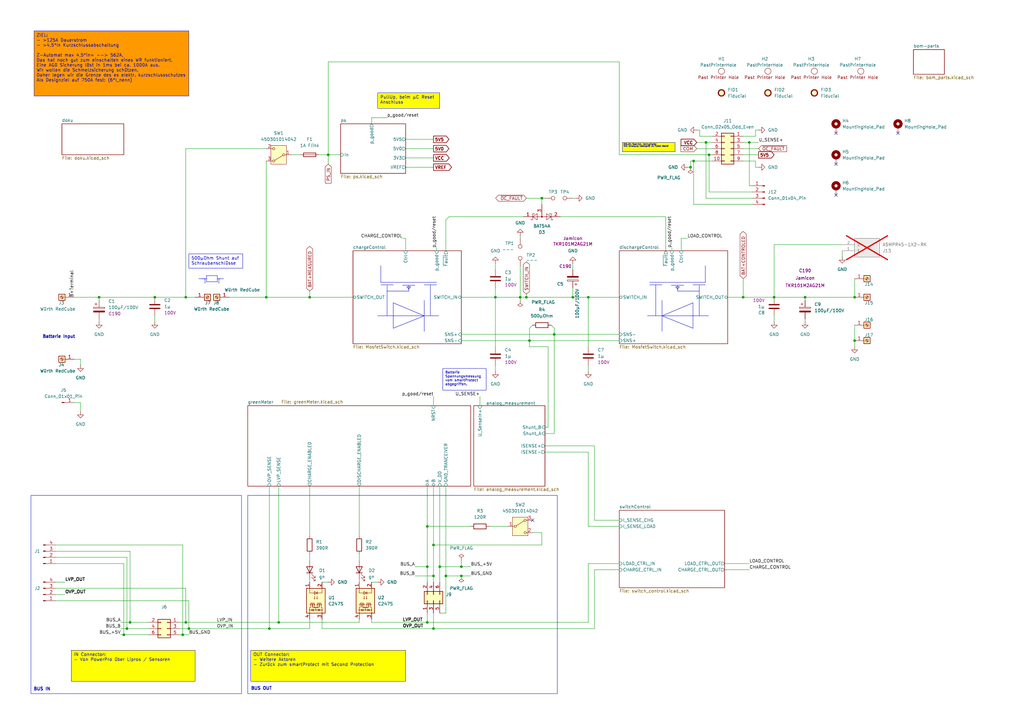
<source format=kicad_sch>
(kicad_sch
	(version 20250114)
	(generator "eeschema")
	(generator_version "9.0")
	(uuid "bf1f8167-8e29-49cc-a467-dd9cc2c77246")
	(paper "A3")
	(lib_symbols
		(symbol "ASMPR45-1X2-RK:ASMPR45-1X2-RK"
			(pin_names
				(offset 1.016)
			)
			(exclude_from_sim no)
			(in_bom yes)
			(on_board yes)
			(property "Reference" "J"
				(at -5.08 3.302 0)
				(effects
					(font
						(size 1.27 1.27)
					)
					(justify left bottom)
				)
			)
			(property "Value" "ASMPR45-1X2-RK"
				(at -5.08 -7.62 0)
				(effects
					(font
						(size 1.27 1.27)
					)
					(justify left bottom)
				)
			)
			(property "Footprint" "ASMPR45-1X2-RK:APP_ASMPR45-1X2-RK"
				(at 0 0 0)
				(effects
					(font
						(size 1.27 1.27)
					)
					(justify bottom)
					(hide yes)
				)
			)
			(property "Datasheet" ""
				(at 0 0 0)
				(effects
					(font
						(size 1.27 1.27)
					)
					(hide yes)
				)
			)
			(property "Description" ""
				(at 0 0 0)
				(effects
					(font
						(size 1.27 1.27)
					)
					(hide yes)
				)
			)
			(property "MF" "Anderson Power Products"
				(at 0 0 0)
				(effects
					(font
						(size 1.27 1.27)
					)
					(justify bottom)
					(hide yes)
				)
			)
			(property "MAXIMUM_PACKAGE_HEIGHT" "8.4mm"
				(at 0 0 0)
				(effects
					(font
						(size 1.27 1.27)
					)
					(justify bottom)
					(hide yes)
				)
			)
			(property "Package" "None"
				(at 0 0 0)
				(effects
					(font
						(size 1.27 1.27)
					)
					(justify bottom)
					(hide yes)
				)
			)
			(property "Price" "None"
				(at 0 0 0)
				(effects
					(font
						(size 1.27 1.27)
					)
					(justify bottom)
					(hide yes)
				)
			)
			(property "Check_prices" "https://www.snapeda.com/parts/ASMPR45-1X2-RK/Anderson+Metals/view-part/?ref=eda"
				(at 0 0 0)
				(effects
					(font
						(size 1.27 1.27)
					)
					(justify bottom)
					(hide yes)
				)
			)
			(property "STANDARD" "Manufacturer Recommendations"
				(at 0 0 0)
				(effects
					(font
						(size 1.27 1.27)
					)
					(justify bottom)
					(hide yes)
				)
			)
			(property "PARTREV" "N/A"
				(at 0 0 0)
				(effects
					(font
						(size 1.27 1.27)
					)
					(justify bottom)
					(hide yes)
				)
			)
			(property "SnapEDA_Link" "https://www.snapeda.com/parts/ASMPR45-1X2-RK/Anderson+Metals/view-part/?ref=snap"
				(at 0 0 0)
				(effects
					(font
						(size 1.27 1.27)
					)
					(justify bottom)
					(hide yes)
				)
			)
			(property "MP" "ASMPR45-1X2-RK"
				(at 0 0 0)
				(effects
					(font
						(size 1.27 1.27)
					)
					(justify bottom)
					(hide yes)
				)
			)
			(property "Description_1" "2 Position Non-Gendered, Self Mating Connector Solder Surface Mount, Right Angle"
				(at 0 0 0)
				(effects
					(font
						(size 1.27 1.27)
					)
					(justify bottom)
					(hide yes)
				)
			)
			(property "Availability" "In Stock"
				(at 0 0 0)
				(effects
					(font
						(size 1.27 1.27)
					)
					(justify bottom)
					(hide yes)
				)
			)
			(property "MANUFACTURER" "APP"
				(at 0 0 0)
				(effects
					(font
						(size 1.27 1.27)
					)
					(justify bottom)
					(hide yes)
				)
			)
			(symbol "ASMPR45-1X2-RK_0_0"
				(rectangle
					(start -5.08 -5.08)
					(end 5.08 2.54)
					(stroke
						(width 0.254)
						(type default)
					)
					(fill
						(type background)
					)
				)
				(pin passive line
					(at -10.16 0 0)
					(length 5.08)
					(name "1"
						(effects
							(font
								(size 1.016 1.016)
							)
						)
					)
					(number "1"
						(effects
							(font
								(size 1.016 1.016)
							)
						)
					)
				)
				(pin passive line
					(at -10.16 -2.54 0)
					(length 5.08)
					(name "2"
						(effects
							(font
								(size 1.016 1.016)
							)
						)
					)
					(number "2"
						(effects
							(font
								(size 1.016 1.016)
							)
						)
					)
				)
			)
			(embedded_fonts no)
		)
		(symbol "Connector:Conn_01x01_Pin"
			(pin_names
				(offset 1.016)
				(hide yes)
			)
			(exclude_from_sim no)
			(in_bom yes)
			(on_board yes)
			(property "Reference" "J"
				(at 0 2.54 0)
				(effects
					(font
						(size 1.27 1.27)
					)
				)
			)
			(property "Value" "Conn_01x01_Pin"
				(at 0 -2.54 0)
				(effects
					(font
						(size 1.27 1.27)
					)
				)
			)
			(property "Footprint" ""
				(at 0 0 0)
				(effects
					(font
						(size 1.27 1.27)
					)
					(hide yes)
				)
			)
			(property "Datasheet" "~"
				(at 0 0 0)
				(effects
					(font
						(size 1.27 1.27)
					)
					(hide yes)
				)
			)
			(property "Description" "Generic connector, single row, 01x01, script generated"
				(at 0 0 0)
				(effects
					(font
						(size 1.27 1.27)
					)
					(hide yes)
				)
			)
			(property "ki_locked" ""
				(at 0 0 0)
				(effects
					(font
						(size 1.27 1.27)
					)
				)
			)
			(property "ki_keywords" "connector"
				(at 0 0 0)
				(effects
					(font
						(size 1.27 1.27)
					)
					(hide yes)
				)
			)
			(property "ki_fp_filters" "Connector*:*_1x??_*"
				(at 0 0 0)
				(effects
					(font
						(size 1.27 1.27)
					)
					(hide yes)
				)
			)
			(symbol "Conn_01x01_Pin_1_1"
				(rectangle
					(start 0.8636 0.127)
					(end 0 -0.127)
					(stroke
						(width 0.1524)
						(type default)
					)
					(fill
						(type outline)
					)
				)
				(polyline
					(pts
						(xy 1.27 0) (xy 0.8636 0)
					)
					(stroke
						(width 0.1524)
						(type default)
					)
					(fill
						(type none)
					)
				)
				(pin passive line
					(at 5.08 0 180)
					(length 3.81)
					(name "Pin_1"
						(effects
							(font
								(size 1.27 1.27)
							)
						)
					)
					(number "1"
						(effects
							(font
								(size 1.27 1.27)
							)
						)
					)
				)
			)
			(embedded_fonts no)
		)
		(symbol "Connector:Conn_01x04_Pin"
			(pin_names
				(offset 1.016)
				(hide yes)
			)
			(exclude_from_sim no)
			(in_bom yes)
			(on_board yes)
			(property "Reference" "J"
				(at 0 5.08 0)
				(effects
					(font
						(size 1.27 1.27)
					)
				)
			)
			(property "Value" "Conn_01x04_Pin"
				(at 0 -7.62 0)
				(effects
					(font
						(size 1.27 1.27)
					)
				)
			)
			(property "Footprint" ""
				(at 0 0 0)
				(effects
					(font
						(size 1.27 1.27)
					)
					(hide yes)
				)
			)
			(property "Datasheet" "~"
				(at 0 0 0)
				(effects
					(font
						(size 1.27 1.27)
					)
					(hide yes)
				)
			)
			(property "Description" "Generic connector, single row, 01x04, script generated"
				(at 0 0 0)
				(effects
					(font
						(size 1.27 1.27)
					)
					(hide yes)
				)
			)
			(property "ki_locked" ""
				(at 0 0 0)
				(effects
					(font
						(size 1.27 1.27)
					)
				)
			)
			(property "ki_keywords" "connector"
				(at 0 0 0)
				(effects
					(font
						(size 1.27 1.27)
					)
					(hide yes)
				)
			)
			(property "ki_fp_filters" "Connector*:*_1x??_*"
				(at 0 0 0)
				(effects
					(font
						(size 1.27 1.27)
					)
					(hide yes)
				)
			)
			(symbol "Conn_01x04_Pin_1_1"
				(rectangle
					(start 0.8636 2.667)
					(end 0 2.413)
					(stroke
						(width 0.1524)
						(type default)
					)
					(fill
						(type outline)
					)
				)
				(rectangle
					(start 0.8636 0.127)
					(end 0 -0.127)
					(stroke
						(width 0.1524)
						(type default)
					)
					(fill
						(type outline)
					)
				)
				(rectangle
					(start 0.8636 -2.413)
					(end 0 -2.667)
					(stroke
						(width 0.1524)
						(type default)
					)
					(fill
						(type outline)
					)
				)
				(rectangle
					(start 0.8636 -4.953)
					(end 0 -5.207)
					(stroke
						(width 0.1524)
						(type default)
					)
					(fill
						(type outline)
					)
				)
				(polyline
					(pts
						(xy 1.27 2.54) (xy 0.8636 2.54)
					)
					(stroke
						(width 0.1524)
						(type default)
					)
					(fill
						(type none)
					)
				)
				(polyline
					(pts
						(xy 1.27 0) (xy 0.8636 0)
					)
					(stroke
						(width 0.1524)
						(type default)
					)
					(fill
						(type none)
					)
				)
				(polyline
					(pts
						(xy 1.27 -2.54) (xy 0.8636 -2.54)
					)
					(stroke
						(width 0.1524)
						(type default)
					)
					(fill
						(type none)
					)
				)
				(polyline
					(pts
						(xy 1.27 -5.08) (xy 0.8636 -5.08)
					)
					(stroke
						(width 0.1524)
						(type default)
					)
					(fill
						(type none)
					)
				)
				(pin passive line
					(at 5.08 2.54 180)
					(length 3.81)
					(name "Pin_1"
						(effects
							(font
								(size 1.27 1.27)
							)
						)
					)
					(number "1"
						(effects
							(font
								(size 1.27 1.27)
							)
						)
					)
				)
				(pin passive line
					(at 5.08 0 180)
					(length 3.81)
					(name "Pin_2"
						(effects
							(font
								(size 1.27 1.27)
							)
						)
					)
					(number "2"
						(effects
							(font
								(size 1.27 1.27)
							)
						)
					)
				)
				(pin passive line
					(at 5.08 -2.54 180)
					(length 3.81)
					(name "Pin_3"
						(effects
							(font
								(size 1.27 1.27)
							)
						)
					)
					(number "3"
						(effects
							(font
								(size 1.27 1.27)
							)
						)
					)
				)
				(pin passive line
					(at 5.08 -5.08 180)
					(length 3.81)
					(name "Pin_4"
						(effects
							(font
								(size 1.27 1.27)
							)
						)
					)
					(number "4"
						(effects
							(font
								(size 1.27 1.27)
							)
						)
					)
				)
			)
			(embedded_fonts no)
		)
		(symbol "Connector:Screw_Terminal_01x01"
			(pin_names
				(offset 1.016)
				(hide yes)
			)
			(exclude_from_sim no)
			(in_bom yes)
			(on_board yes)
			(property "Reference" "J"
				(at 0 2.54 0)
				(effects
					(font
						(size 1.27 1.27)
					)
				)
			)
			(property "Value" "Screw_Terminal_01x01"
				(at 0 -2.54 0)
				(effects
					(font
						(size 1.27 1.27)
					)
				)
			)
			(property "Footprint" ""
				(at 0 0 0)
				(effects
					(font
						(size 1.27 1.27)
					)
					(hide yes)
				)
			)
			(property "Datasheet" "~"
				(at 0 0 0)
				(effects
					(font
						(size 1.27 1.27)
					)
					(hide yes)
				)
			)
			(property "Description" "Generic screw terminal, single row, 01x01, script generated (kicad-library-utils/schlib/autogen/connector/)"
				(at 0 0 0)
				(effects
					(font
						(size 1.27 1.27)
					)
					(hide yes)
				)
			)
			(property "ki_keywords" "screw terminal"
				(at 0 0 0)
				(effects
					(font
						(size 1.27 1.27)
					)
					(hide yes)
				)
			)
			(property "ki_fp_filters" "TerminalBlock*:*"
				(at 0 0 0)
				(effects
					(font
						(size 1.27 1.27)
					)
					(hide yes)
				)
			)
			(symbol "Screw_Terminal_01x01_1_1"
				(rectangle
					(start -1.27 1.27)
					(end 1.27 -1.27)
					(stroke
						(width 0.254)
						(type default)
					)
					(fill
						(type background)
					)
				)
				(polyline
					(pts
						(xy -0.5334 0.3302) (xy 0.3302 -0.508)
					)
					(stroke
						(width 0.1524)
						(type default)
					)
					(fill
						(type none)
					)
				)
				(polyline
					(pts
						(xy -0.3556 0.508) (xy 0.508 -0.3302)
					)
					(stroke
						(width 0.1524)
						(type default)
					)
					(fill
						(type none)
					)
				)
				(circle
					(center 0 0)
					(radius 0.635)
					(stroke
						(width 0.1524)
						(type default)
					)
					(fill
						(type none)
					)
				)
				(pin passive line
					(at -5.08 0 0)
					(length 3.81)
					(name "Pin_1"
						(effects
							(font
								(size 1.27 1.27)
							)
						)
					)
					(number "1"
						(effects
							(font
								(size 1.27 1.27)
							)
						)
					)
				)
			)
			(embedded_fonts no)
		)
		(symbol "Connector:TestPoint"
			(pin_numbers
				(hide yes)
			)
			(pin_names
				(offset 0.762)
				(hide yes)
			)
			(exclude_from_sim no)
			(in_bom yes)
			(on_board yes)
			(property "Reference" "TP"
				(at 0 6.858 0)
				(effects
					(font
						(size 1.27 1.27)
					)
				)
			)
			(property "Value" "TestPoint"
				(at 0 5.08 0)
				(effects
					(font
						(size 1.27 1.27)
					)
				)
			)
			(property "Footprint" ""
				(at 5.08 0 0)
				(effects
					(font
						(size 1.27 1.27)
					)
					(hide yes)
				)
			)
			(property "Datasheet" "~"
				(at 5.08 0 0)
				(effects
					(font
						(size 1.27 1.27)
					)
					(hide yes)
				)
			)
			(property "Description" "test point"
				(at 0 0 0)
				(effects
					(font
						(size 1.27 1.27)
					)
					(hide yes)
				)
			)
			(property "ki_keywords" "test point tp"
				(at 0 0 0)
				(effects
					(font
						(size 1.27 1.27)
					)
					(hide yes)
				)
			)
			(property "ki_fp_filters" "Pin* Test*"
				(at 0 0 0)
				(effects
					(font
						(size 1.27 1.27)
					)
					(hide yes)
				)
			)
			(symbol "TestPoint_0_1"
				(circle
					(center 0 3.302)
					(radius 0.762)
					(stroke
						(width 0)
						(type default)
					)
					(fill
						(type none)
					)
				)
			)
			(symbol "TestPoint_1_1"
				(pin passive line
					(at 0 0 90)
					(length 2.54)
					(name "1"
						(effects
							(font
								(size 1.27 1.27)
							)
						)
					)
					(number "1"
						(effects
							(font
								(size 1.27 1.27)
							)
						)
					)
				)
			)
			(embedded_fonts no)
		)
		(symbol "Connector_Generic:Conn_02x03_Odd_Even"
			(pin_names
				(offset 1.016)
				(hide yes)
			)
			(exclude_from_sim no)
			(in_bom yes)
			(on_board yes)
			(property "Reference" "J"
				(at 1.27 5.08 0)
				(effects
					(font
						(size 1.27 1.27)
					)
				)
			)
			(property "Value" "Conn_02x03_Odd_Even"
				(at 1.27 -5.08 0)
				(effects
					(font
						(size 1.27 1.27)
					)
				)
			)
			(property "Footprint" ""
				(at 0 0 0)
				(effects
					(font
						(size 1.27 1.27)
					)
					(hide yes)
				)
			)
			(property "Datasheet" "~"
				(at 0 0 0)
				(effects
					(font
						(size 1.27 1.27)
					)
					(hide yes)
				)
			)
			(property "Description" "Generic connector, double row, 02x03, odd/even pin numbering scheme (row 1 odd numbers, row 2 even numbers), script generated (kicad-library-utils/schlib/autogen/connector/)"
				(at 0 0 0)
				(effects
					(font
						(size 1.27 1.27)
					)
					(hide yes)
				)
			)
			(property "ki_keywords" "connector"
				(at 0 0 0)
				(effects
					(font
						(size 1.27 1.27)
					)
					(hide yes)
				)
			)
			(property "ki_fp_filters" "Connector*:*_2x??_*"
				(at 0 0 0)
				(effects
					(font
						(size 1.27 1.27)
					)
					(hide yes)
				)
			)
			(symbol "Conn_02x03_Odd_Even_1_1"
				(rectangle
					(start -1.27 3.81)
					(end 3.81 -3.81)
					(stroke
						(width 0.254)
						(type default)
					)
					(fill
						(type background)
					)
				)
				(rectangle
					(start -1.27 2.667)
					(end 0 2.413)
					(stroke
						(width 0.1524)
						(type default)
					)
					(fill
						(type none)
					)
				)
				(rectangle
					(start -1.27 0.127)
					(end 0 -0.127)
					(stroke
						(width 0.1524)
						(type default)
					)
					(fill
						(type none)
					)
				)
				(rectangle
					(start -1.27 -2.413)
					(end 0 -2.667)
					(stroke
						(width 0.1524)
						(type default)
					)
					(fill
						(type none)
					)
				)
				(rectangle
					(start 3.81 2.667)
					(end 2.54 2.413)
					(stroke
						(width 0.1524)
						(type default)
					)
					(fill
						(type none)
					)
				)
				(rectangle
					(start 3.81 0.127)
					(end 2.54 -0.127)
					(stroke
						(width 0.1524)
						(type default)
					)
					(fill
						(type none)
					)
				)
				(rectangle
					(start 3.81 -2.413)
					(end 2.54 -2.667)
					(stroke
						(width 0.1524)
						(type default)
					)
					(fill
						(type none)
					)
				)
				(pin passive line
					(at -5.08 2.54 0)
					(length 3.81)
					(name "Pin_1"
						(effects
							(font
								(size 1.27 1.27)
							)
						)
					)
					(number "1"
						(effects
							(font
								(size 1.27 1.27)
							)
						)
					)
				)
				(pin passive line
					(at -5.08 0 0)
					(length 3.81)
					(name "Pin_3"
						(effects
							(font
								(size 1.27 1.27)
							)
						)
					)
					(number "3"
						(effects
							(font
								(size 1.27 1.27)
							)
						)
					)
				)
				(pin passive line
					(at -5.08 -2.54 0)
					(length 3.81)
					(name "Pin_5"
						(effects
							(font
								(size 1.27 1.27)
							)
						)
					)
					(number "5"
						(effects
							(font
								(size 1.27 1.27)
							)
						)
					)
				)
				(pin passive line
					(at 7.62 2.54 180)
					(length 3.81)
					(name "Pin_2"
						(effects
							(font
								(size 1.27 1.27)
							)
						)
					)
					(number "2"
						(effects
							(font
								(size 1.27 1.27)
							)
						)
					)
				)
				(pin passive line
					(at 7.62 0 180)
					(length 3.81)
					(name "Pin_4"
						(effects
							(font
								(size 1.27 1.27)
							)
						)
					)
					(number "4"
						(effects
							(font
								(size 1.27 1.27)
							)
						)
					)
				)
				(pin passive line
					(at 7.62 -2.54 180)
					(length 3.81)
					(name "Pin_6"
						(effects
							(font
								(size 1.27 1.27)
							)
						)
					)
					(number "6"
						(effects
							(font
								(size 1.27 1.27)
							)
						)
					)
				)
			)
			(embedded_fonts no)
		)
		(symbol "Connector_Generic:Conn_02x05_Odd_Even"
			(pin_names
				(offset 1.016)
				(hide yes)
			)
			(exclude_from_sim no)
			(in_bom yes)
			(on_board yes)
			(property "Reference" "J"
				(at 1.27 7.62 0)
				(effects
					(font
						(size 1.27 1.27)
					)
				)
			)
			(property "Value" "Conn_02x05_Odd_Even"
				(at 1.27 -7.62 0)
				(effects
					(font
						(size 1.27 1.27)
					)
				)
			)
			(property "Footprint" ""
				(at 0 0 0)
				(effects
					(font
						(size 1.27 1.27)
					)
					(hide yes)
				)
			)
			(property "Datasheet" "~"
				(at 0 0 0)
				(effects
					(font
						(size 1.27 1.27)
					)
					(hide yes)
				)
			)
			(property "Description" "Generic connector, double row, 02x05, odd/even pin numbering scheme (row 1 odd numbers, row 2 even numbers), script generated (kicad-library-utils/schlib/autogen/connector/)"
				(at 0 0 0)
				(effects
					(font
						(size 1.27 1.27)
					)
					(hide yes)
				)
			)
			(property "ki_keywords" "connector"
				(at 0 0 0)
				(effects
					(font
						(size 1.27 1.27)
					)
					(hide yes)
				)
			)
			(property "ki_fp_filters" "Connector*:*_2x??_*"
				(at 0 0 0)
				(effects
					(font
						(size 1.27 1.27)
					)
					(hide yes)
				)
			)
			(symbol "Conn_02x05_Odd_Even_1_1"
				(rectangle
					(start -1.27 6.35)
					(end 3.81 -6.35)
					(stroke
						(width 0.254)
						(type default)
					)
					(fill
						(type background)
					)
				)
				(rectangle
					(start -1.27 5.207)
					(end 0 4.953)
					(stroke
						(width 0.1524)
						(type default)
					)
					(fill
						(type none)
					)
				)
				(rectangle
					(start -1.27 2.667)
					(end 0 2.413)
					(stroke
						(width 0.1524)
						(type default)
					)
					(fill
						(type none)
					)
				)
				(rectangle
					(start -1.27 0.127)
					(end 0 -0.127)
					(stroke
						(width 0.1524)
						(type default)
					)
					(fill
						(type none)
					)
				)
				(rectangle
					(start -1.27 -2.413)
					(end 0 -2.667)
					(stroke
						(width 0.1524)
						(type default)
					)
					(fill
						(type none)
					)
				)
				(rectangle
					(start -1.27 -4.953)
					(end 0 -5.207)
					(stroke
						(width 0.1524)
						(type default)
					)
					(fill
						(type none)
					)
				)
				(rectangle
					(start 3.81 5.207)
					(end 2.54 4.953)
					(stroke
						(width 0.1524)
						(type default)
					)
					(fill
						(type none)
					)
				)
				(rectangle
					(start 3.81 2.667)
					(end 2.54 2.413)
					(stroke
						(width 0.1524)
						(type default)
					)
					(fill
						(type none)
					)
				)
				(rectangle
					(start 3.81 0.127)
					(end 2.54 -0.127)
					(stroke
						(width 0.1524)
						(type default)
					)
					(fill
						(type none)
					)
				)
				(rectangle
					(start 3.81 -2.413)
					(end 2.54 -2.667)
					(stroke
						(width 0.1524)
						(type default)
					)
					(fill
						(type none)
					)
				)
				(rectangle
					(start 3.81 -4.953)
					(end 2.54 -5.207)
					(stroke
						(width 0.1524)
						(type default)
					)
					(fill
						(type none)
					)
				)
				(pin passive line
					(at -5.08 5.08 0)
					(length 3.81)
					(name "Pin_1"
						(effects
							(font
								(size 1.27 1.27)
							)
						)
					)
					(number "1"
						(effects
							(font
								(size 1.27 1.27)
							)
						)
					)
				)
				(pin passive line
					(at -5.08 2.54 0)
					(length 3.81)
					(name "Pin_3"
						(effects
							(font
								(size 1.27 1.27)
							)
						)
					)
					(number "3"
						(effects
							(font
								(size 1.27 1.27)
							)
						)
					)
				)
				(pin passive line
					(at -5.08 0 0)
					(length 3.81)
					(name "Pin_5"
						(effects
							(font
								(size 1.27 1.27)
							)
						)
					)
					(number "5"
						(effects
							(font
								(size 1.27 1.27)
							)
						)
					)
				)
				(pin passive line
					(at -5.08 -2.54 0)
					(length 3.81)
					(name "Pin_7"
						(effects
							(font
								(size 1.27 1.27)
							)
						)
					)
					(number "7"
						(effects
							(font
								(size 1.27 1.27)
							)
						)
					)
				)
				(pin passive line
					(at -5.08 -5.08 0)
					(length 3.81)
					(name "Pin_9"
						(effects
							(font
								(size 1.27 1.27)
							)
						)
					)
					(number "9"
						(effects
							(font
								(size 1.27 1.27)
							)
						)
					)
				)
				(pin passive line
					(at 7.62 5.08 180)
					(length 3.81)
					(name "Pin_2"
						(effects
							(font
								(size 1.27 1.27)
							)
						)
					)
					(number "2"
						(effects
							(font
								(size 1.27 1.27)
							)
						)
					)
				)
				(pin passive line
					(at 7.62 2.54 180)
					(length 3.81)
					(name "Pin_4"
						(effects
							(font
								(size 1.27 1.27)
							)
						)
					)
					(number "4"
						(effects
							(font
								(size 1.27 1.27)
							)
						)
					)
				)
				(pin passive line
					(at 7.62 0 180)
					(length 3.81)
					(name "Pin_6"
						(effects
							(font
								(size 1.27 1.27)
							)
						)
					)
					(number "6"
						(effects
							(font
								(size 1.27 1.27)
							)
						)
					)
				)
				(pin passive line
					(at 7.62 -2.54 180)
					(length 3.81)
					(name "Pin_8"
						(effects
							(font
								(size 1.27 1.27)
							)
						)
					)
					(number "8"
						(effects
							(font
								(size 1.27 1.27)
							)
						)
					)
				)
				(pin passive line
					(at 7.62 -5.08 180)
					(length 3.81)
					(name "Pin_10"
						(effects
							(font
								(size 1.27 1.27)
							)
						)
					)
					(number "10"
						(effects
							(font
								(size 1.27 1.27)
							)
						)
					)
				)
			)
			(embedded_fonts no)
		)
		(symbol "Device:C"
			(pin_numbers
				(hide yes)
			)
			(pin_names
				(offset 0.254)
			)
			(exclude_from_sim no)
			(in_bom yes)
			(on_board yes)
			(property "Reference" "C"
				(at 0.635 2.54 0)
				(effects
					(font
						(size 1.27 1.27)
					)
					(justify left)
				)
			)
			(property "Value" "C"
				(at 0.635 -2.54 0)
				(effects
					(font
						(size 1.27 1.27)
					)
					(justify left)
				)
			)
			(property "Footprint" ""
				(at 0.9652 -3.81 0)
				(effects
					(font
						(size 1.27 1.27)
					)
					(hide yes)
				)
			)
			(property "Datasheet" "~"
				(at 0 0 0)
				(effects
					(font
						(size 1.27 1.27)
					)
					(hide yes)
				)
			)
			(property "Description" "Unpolarized capacitor"
				(at 0 0 0)
				(effects
					(font
						(size 1.27 1.27)
					)
					(hide yes)
				)
			)
			(property "ki_keywords" "cap capacitor"
				(at 0 0 0)
				(effects
					(font
						(size 1.27 1.27)
					)
					(hide yes)
				)
			)
			(property "ki_fp_filters" "C_*"
				(at 0 0 0)
				(effects
					(font
						(size 1.27 1.27)
					)
					(hide yes)
				)
			)
			(symbol "C_0_1"
				(polyline
					(pts
						(xy -2.032 0.762) (xy 2.032 0.762)
					)
					(stroke
						(width 0.508)
						(type default)
					)
					(fill
						(type none)
					)
				)
				(polyline
					(pts
						(xy -2.032 -0.762) (xy 2.032 -0.762)
					)
					(stroke
						(width 0.508)
						(type default)
					)
					(fill
						(type none)
					)
				)
			)
			(symbol "C_1_1"
				(pin passive line
					(at 0 3.81 270)
					(length 2.794)
					(name "~"
						(effects
							(font
								(size 1.27 1.27)
							)
						)
					)
					(number "1"
						(effects
							(font
								(size 1.27 1.27)
							)
						)
					)
				)
				(pin passive line
					(at 0 -3.81 90)
					(length 2.794)
					(name "~"
						(effects
							(font
								(size 1.27 1.27)
							)
						)
					)
					(number "2"
						(effects
							(font
								(size 1.27 1.27)
							)
						)
					)
				)
			)
			(embedded_fonts no)
		)
		(symbol "Device:C_Polarized"
			(pin_numbers
				(hide yes)
			)
			(pin_names
				(offset 0.254)
			)
			(exclude_from_sim no)
			(in_bom yes)
			(on_board yes)
			(property "Reference" "C"
				(at 0.635 2.54 0)
				(effects
					(font
						(size 1.27 1.27)
					)
					(justify left)
				)
			)
			(property "Value" "C_Polarized"
				(at 0.635 -2.54 0)
				(effects
					(font
						(size 1.27 1.27)
					)
					(justify left)
				)
			)
			(property "Footprint" ""
				(at 0.9652 -3.81 0)
				(effects
					(font
						(size 1.27 1.27)
					)
					(hide yes)
				)
			)
			(property "Datasheet" "~"
				(at 0 0 0)
				(effects
					(font
						(size 1.27 1.27)
					)
					(hide yes)
				)
			)
			(property "Description" "Polarized capacitor"
				(at 0 0 0)
				(effects
					(font
						(size 1.27 1.27)
					)
					(hide yes)
				)
			)
			(property "ki_keywords" "cap capacitor"
				(at 0 0 0)
				(effects
					(font
						(size 1.27 1.27)
					)
					(hide yes)
				)
			)
			(property "ki_fp_filters" "CP_*"
				(at 0 0 0)
				(effects
					(font
						(size 1.27 1.27)
					)
					(hide yes)
				)
			)
			(symbol "C_Polarized_0_1"
				(rectangle
					(start -2.286 0.508)
					(end 2.286 1.016)
					(stroke
						(width 0)
						(type default)
					)
					(fill
						(type none)
					)
				)
				(polyline
					(pts
						(xy -1.778 2.286) (xy -0.762 2.286)
					)
					(stroke
						(width 0)
						(type default)
					)
					(fill
						(type none)
					)
				)
				(polyline
					(pts
						(xy -1.27 2.794) (xy -1.27 1.778)
					)
					(stroke
						(width 0)
						(type default)
					)
					(fill
						(type none)
					)
				)
				(rectangle
					(start 2.286 -0.508)
					(end -2.286 -1.016)
					(stroke
						(width 0)
						(type default)
					)
					(fill
						(type outline)
					)
				)
			)
			(symbol "C_Polarized_1_1"
				(pin passive line
					(at 0 3.81 270)
					(length 2.794)
					(name "~"
						(effects
							(font
								(size 1.27 1.27)
							)
						)
					)
					(number "1"
						(effects
							(font
								(size 1.27 1.27)
							)
						)
					)
				)
				(pin passive line
					(at 0 -3.81 90)
					(length 2.794)
					(name "~"
						(effects
							(font
								(size 1.27 1.27)
							)
						)
					)
					(number "2"
						(effects
							(font
								(size 1.27 1.27)
							)
						)
					)
				)
			)
			(embedded_fonts no)
		)
		(symbol "Device:Fuse"
			(pin_numbers
				(hide yes)
			)
			(pin_names
				(offset 0)
			)
			(exclude_from_sim no)
			(in_bom yes)
			(on_board yes)
			(property "Reference" "F"
				(at 2.032 0 90)
				(effects
					(font
						(size 1.27 1.27)
					)
				)
			)
			(property "Value" "Fuse"
				(at -1.905 0 90)
				(effects
					(font
						(size 1.27 1.27)
					)
				)
			)
			(property "Footprint" ""
				(at -1.778 0 90)
				(effects
					(font
						(size 1.27 1.27)
					)
					(hide yes)
				)
			)
			(property "Datasheet" "~"
				(at 0 0 0)
				(effects
					(font
						(size 1.27 1.27)
					)
					(hide yes)
				)
			)
			(property "Description" "Fuse"
				(at 0 0 0)
				(effects
					(font
						(size 1.27 1.27)
					)
					(hide yes)
				)
			)
			(property "ki_keywords" "fuse"
				(at 0 0 0)
				(effects
					(font
						(size 1.27 1.27)
					)
					(hide yes)
				)
			)
			(property "ki_fp_filters" "*Fuse*"
				(at 0 0 0)
				(effects
					(font
						(size 1.27 1.27)
					)
					(hide yes)
				)
			)
			(symbol "Fuse_0_1"
				(rectangle
					(start -0.762 -2.54)
					(end 0.762 2.54)
					(stroke
						(width 0.254)
						(type default)
					)
					(fill
						(type none)
					)
				)
				(polyline
					(pts
						(xy 0 2.54) (xy 0 -2.54)
					)
					(stroke
						(width 0)
						(type default)
					)
					(fill
						(type none)
					)
				)
			)
			(symbol "Fuse_1_1"
				(pin passive line
					(at 0 3.81 270)
					(length 1.27)
					(name "~"
						(effects
							(font
								(size 1.27 1.27)
							)
						)
					)
					(number "1"
						(effects
							(font
								(size 1.27 1.27)
							)
						)
					)
				)
				(pin passive line
					(at 0 -3.81 90)
					(length 1.27)
					(name "~"
						(effects
							(font
								(size 1.27 1.27)
							)
						)
					)
					(number "2"
						(effects
							(font
								(size 1.27 1.27)
							)
						)
					)
				)
			)
			(embedded_fonts no)
		)
		(symbol "Device:LED"
			(pin_numbers
				(hide yes)
			)
			(pin_names
				(offset 1.016)
				(hide yes)
			)
			(exclude_from_sim no)
			(in_bom yes)
			(on_board yes)
			(property "Reference" "D"
				(at 0 2.54 0)
				(effects
					(font
						(size 1.27 1.27)
					)
				)
			)
			(property "Value" "LED"
				(at 0 -2.54 0)
				(effects
					(font
						(size 1.27 1.27)
					)
				)
			)
			(property "Footprint" ""
				(at 0 0 0)
				(effects
					(font
						(size 1.27 1.27)
					)
					(hide yes)
				)
			)
			(property "Datasheet" "~"
				(at 0 0 0)
				(effects
					(font
						(size 1.27 1.27)
					)
					(hide yes)
				)
			)
			(property "Description" "Light emitting diode"
				(at 0 0 0)
				(effects
					(font
						(size 1.27 1.27)
					)
					(hide yes)
				)
			)
			(property "Sim.Pins" "1=K 2=A"
				(at 0 0 0)
				(effects
					(font
						(size 1.27 1.27)
					)
					(hide yes)
				)
			)
			(property "ki_keywords" "LED diode"
				(at 0 0 0)
				(effects
					(font
						(size 1.27 1.27)
					)
					(hide yes)
				)
			)
			(property "ki_fp_filters" "LED* LED_SMD:* LED_THT:*"
				(at 0 0 0)
				(effects
					(font
						(size 1.27 1.27)
					)
					(hide yes)
				)
			)
			(symbol "LED_0_1"
				(polyline
					(pts
						(xy -3.048 -0.762) (xy -4.572 -2.286) (xy -3.81 -2.286) (xy -4.572 -2.286) (xy -4.572 -1.524)
					)
					(stroke
						(width 0)
						(type default)
					)
					(fill
						(type none)
					)
				)
				(polyline
					(pts
						(xy -1.778 -0.762) (xy -3.302 -2.286) (xy -2.54 -2.286) (xy -3.302 -2.286) (xy -3.302 -1.524)
					)
					(stroke
						(width 0)
						(type default)
					)
					(fill
						(type none)
					)
				)
				(polyline
					(pts
						(xy -1.27 0) (xy 1.27 0)
					)
					(stroke
						(width 0)
						(type default)
					)
					(fill
						(type none)
					)
				)
				(polyline
					(pts
						(xy -1.27 -1.27) (xy -1.27 1.27)
					)
					(stroke
						(width 0.254)
						(type default)
					)
					(fill
						(type none)
					)
				)
				(polyline
					(pts
						(xy 1.27 -1.27) (xy 1.27 1.27) (xy -1.27 0) (xy 1.27 -1.27)
					)
					(stroke
						(width 0.254)
						(type default)
					)
					(fill
						(type none)
					)
				)
			)
			(symbol "LED_1_1"
				(pin passive line
					(at -3.81 0 0)
					(length 2.54)
					(name "K"
						(effects
							(font
								(size 1.27 1.27)
							)
						)
					)
					(number "1"
						(effects
							(font
								(size 1.27 1.27)
							)
						)
					)
				)
				(pin passive line
					(at 3.81 0 180)
					(length 2.54)
					(name "A"
						(effects
							(font
								(size 1.27 1.27)
							)
						)
					)
					(number "2"
						(effects
							(font
								(size 1.27 1.27)
							)
						)
					)
				)
			)
			(embedded_fonts no)
		)
		(symbol "Device:R"
			(pin_numbers
				(hide yes)
			)
			(pin_names
				(offset 0)
			)
			(exclude_from_sim no)
			(in_bom yes)
			(on_board yes)
			(property "Reference" "R"
				(at 2.032 0 90)
				(effects
					(font
						(size 1.27 1.27)
					)
				)
			)
			(property "Value" "R"
				(at 0 0 90)
				(effects
					(font
						(size 1.27 1.27)
					)
				)
			)
			(property "Footprint" ""
				(at -1.778 0 90)
				(effects
					(font
						(size 1.27 1.27)
					)
					(hide yes)
				)
			)
			(property "Datasheet" "~"
				(at 0 0 0)
				(effects
					(font
						(size 1.27 1.27)
					)
					(hide yes)
				)
			)
			(property "Description" "Resistor"
				(at 0 0 0)
				(effects
					(font
						(size 1.27 1.27)
					)
					(hide yes)
				)
			)
			(property "ki_keywords" "R res resistor"
				(at 0 0 0)
				(effects
					(font
						(size 1.27 1.27)
					)
					(hide yes)
				)
			)
			(property "ki_fp_filters" "R_*"
				(at 0 0 0)
				(effects
					(font
						(size 1.27 1.27)
					)
					(hide yes)
				)
			)
			(symbol "R_0_1"
				(rectangle
					(start -1.016 -2.54)
					(end 1.016 2.54)
					(stroke
						(width 0.254)
						(type default)
					)
					(fill
						(type none)
					)
				)
			)
			(symbol "R_1_1"
				(pin passive line
					(at 0 3.81 270)
					(length 1.27)
					(name "~"
						(effects
							(font
								(size 1.27 1.27)
							)
						)
					)
					(number "1"
						(effects
							(font
								(size 1.27 1.27)
							)
						)
					)
				)
				(pin passive line
					(at 0 -3.81 90)
					(length 1.27)
					(name "~"
						(effects
							(font
								(size 1.27 1.27)
							)
						)
					)
					(number "2"
						(effects
							(font
								(size 1.27 1.27)
							)
						)
					)
				)
			)
			(embedded_fonts no)
		)
		(symbol "Diode:BAT54A"
			(pin_names
				(offset 1.016)
			)
			(exclude_from_sim no)
			(in_bom yes)
			(on_board yes)
			(property "Reference" "D"
				(at 0.635 -3.81 0)
				(effects
					(font
						(size 1.27 1.27)
					)
					(justify left)
				)
			)
			(property "Value" "BAT54A"
				(at -6.35 3.175 0)
				(effects
					(font
						(size 1.27 1.27)
					)
					(justify left)
				)
			)
			(property "Footprint" "Package_TO_SOT_SMD:SOT-23"
				(at 1.905 3.175 0)
				(effects
					(font
						(size 1.27 1.27)
					)
					(justify left)
					(hide yes)
				)
			)
			(property "Datasheet" "http://www.diodes.com/_files/datasheets/ds11005.pdf"
				(at -3.048 0 0)
				(effects
					(font
						(size 1.27 1.27)
					)
					(hide yes)
				)
			)
			(property "Description" "schottky barrier diode"
				(at 0 0 0)
				(effects
					(font
						(size 1.27 1.27)
					)
					(hide yes)
				)
			)
			(property "ki_keywords" "schottky diode"
				(at 0 0 0)
				(effects
					(font
						(size 1.27 1.27)
					)
					(hide yes)
				)
			)
			(property "ki_fp_filters" "SOT?23*"
				(at 0 0 0)
				(effects
					(font
						(size 1.27 1.27)
					)
					(hide yes)
				)
			)
			(symbol "BAT54A_0_1"
				(polyline
					(pts
						(xy -4.445 1.27) (xy -4.445 1.016)
					)
					(stroke
						(width 0)
						(type default)
					)
					(fill
						(type none)
					)
				)
				(polyline
					(pts
						(xy -3.81 1.27) (xy -4.445 1.27)
					)
					(stroke
						(width 0)
						(type default)
					)
					(fill
						(type none)
					)
				)
				(polyline
					(pts
						(xy -3.81 0) (xy -1.27 0)
					)
					(stroke
						(width 0)
						(type default)
					)
					(fill
						(type none)
					)
				)
				(polyline
					(pts
						(xy -3.81 -1.27) (xy -3.81 1.27)
					)
					(stroke
						(width 0)
						(type default)
					)
					(fill
						(type none)
					)
				)
				(polyline
					(pts
						(xy -3.81 -1.27) (xy -3.175 -1.27)
					)
					(stroke
						(width 0)
						(type default)
					)
					(fill
						(type none)
					)
				)
				(polyline
					(pts
						(xy -3.175 -1.27) (xy -3.175 -1.016)
					)
					(stroke
						(width 0)
						(type default)
					)
					(fill
						(type none)
					)
				)
				(polyline
					(pts
						(xy -1.905 1.27) (xy -1.905 -1.27) (xy -3.81 0) (xy -1.905 1.27)
					)
					(stroke
						(width 0)
						(type default)
					)
					(fill
						(type none)
					)
				)
				(polyline
					(pts
						(xy -1.905 0) (xy 1.905 0)
					)
					(stroke
						(width 0)
						(type default)
					)
					(fill
						(type none)
					)
				)
				(circle
					(center 0 0)
					(radius 0.254)
					(stroke
						(width 0)
						(type default)
					)
					(fill
						(type outline)
					)
				)
				(polyline
					(pts
						(xy 1.27 0) (xy 3.81 0)
					)
					(stroke
						(width 0)
						(type default)
					)
					(fill
						(type none)
					)
				)
				(polyline
					(pts
						(xy 1.905 1.27) (xy 1.905 -1.27) (xy 3.81 0) (xy 1.905 1.27)
					)
					(stroke
						(width 0)
						(type default)
					)
					(fill
						(type none)
					)
				)
				(polyline
					(pts
						(xy 3.175 -1.27) (xy 3.175 -1.016)
					)
					(stroke
						(width 0)
						(type default)
					)
					(fill
						(type none)
					)
				)
				(polyline
					(pts
						(xy 3.81 1.27) (xy 4.445 1.27)
					)
					(stroke
						(width 0)
						(type default)
					)
					(fill
						(type none)
					)
				)
				(polyline
					(pts
						(xy 3.81 -1.27) (xy 3.175 -1.27)
					)
					(stroke
						(width 0)
						(type default)
					)
					(fill
						(type none)
					)
				)
				(polyline
					(pts
						(xy 3.81 -1.27) (xy 3.81 1.27)
					)
					(stroke
						(width 0)
						(type default)
					)
					(fill
						(type none)
					)
				)
				(polyline
					(pts
						(xy 4.445 1.27) (xy 4.445 1.016)
					)
					(stroke
						(width 0)
						(type default)
					)
					(fill
						(type none)
					)
				)
			)
			(symbol "BAT54A_1_1"
				(pin passive line
					(at -7.62 0 0)
					(length 3.81)
					(name "~"
						(effects
							(font
								(size 1.27 1.27)
							)
						)
					)
					(number "1"
						(effects
							(font
								(size 1.27 1.27)
							)
						)
					)
				)
				(pin passive line
					(at 0 -5.08 90)
					(length 5.08)
					(name "~"
						(effects
							(font
								(size 1.27 1.27)
							)
						)
					)
					(number "3"
						(effects
							(font
								(size 1.27 1.27)
							)
						)
					)
				)
				(pin passive line
					(at 7.62 0 180)
					(length 3.81)
					(name "~"
						(effects
							(font
								(size 1.27 1.27)
							)
						)
					)
					(number "2"
						(effects
							(font
								(size 1.27 1.27)
							)
						)
					)
				)
			)
			(embedded_fonts no)
		)
		(symbol "Mechanical:Fiducial"
			(exclude_from_sim yes)
			(in_bom no)
			(on_board yes)
			(property "Reference" "FID"
				(at 0 5.08 0)
				(effects
					(font
						(size 1.27 1.27)
					)
				)
			)
			(property "Value" "Fiducial"
				(at 0 3.175 0)
				(effects
					(font
						(size 1.27 1.27)
					)
				)
			)
			(property "Footprint" ""
				(at 0 0 0)
				(effects
					(font
						(size 1.27 1.27)
					)
					(hide yes)
				)
			)
			(property "Datasheet" "~"
				(at 0 0 0)
				(effects
					(font
						(size 1.27 1.27)
					)
					(hide yes)
				)
			)
			(property "Description" "Fiducial Marker"
				(at 0 0 0)
				(effects
					(font
						(size 1.27 1.27)
					)
					(hide yes)
				)
			)
			(property "ki_keywords" "fiducial marker"
				(at 0 0 0)
				(effects
					(font
						(size 1.27 1.27)
					)
					(hide yes)
				)
			)
			(property "ki_fp_filters" "Fiducial*"
				(at 0 0 0)
				(effects
					(font
						(size 1.27 1.27)
					)
					(hide yes)
				)
			)
			(symbol "Fiducial_0_1"
				(circle
					(center 0 0)
					(radius 1.27)
					(stroke
						(width 0.508)
						(type default)
					)
					(fill
						(type background)
					)
				)
			)
			(embedded_fonts no)
		)
		(symbol "Mechanical:MountingHole_Pad"
			(pin_numbers
				(hide yes)
			)
			(pin_names
				(offset 1.016)
				(hide yes)
			)
			(exclude_from_sim yes)
			(in_bom no)
			(on_board yes)
			(property "Reference" "H"
				(at 0 6.35 0)
				(effects
					(font
						(size 1.27 1.27)
					)
				)
			)
			(property "Value" "MountingHole_Pad"
				(at 0 4.445 0)
				(effects
					(font
						(size 1.27 1.27)
					)
				)
			)
			(property "Footprint" ""
				(at 0 0 0)
				(effects
					(font
						(size 1.27 1.27)
					)
					(hide yes)
				)
			)
			(property "Datasheet" "~"
				(at 0 0 0)
				(effects
					(font
						(size 1.27 1.27)
					)
					(hide yes)
				)
			)
			(property "Description" "Mounting Hole with connection"
				(at 0 0 0)
				(effects
					(font
						(size 1.27 1.27)
					)
					(hide yes)
				)
			)
			(property "ki_keywords" "mounting hole"
				(at 0 0 0)
				(effects
					(font
						(size 1.27 1.27)
					)
					(hide yes)
				)
			)
			(property "ki_fp_filters" "MountingHole*Pad*"
				(at 0 0 0)
				(effects
					(font
						(size 1.27 1.27)
					)
					(hide yes)
				)
			)
			(symbol "MountingHole_Pad_0_1"
				(circle
					(center 0 1.27)
					(radius 1.27)
					(stroke
						(width 1.27)
						(type default)
					)
					(fill
						(type none)
					)
				)
			)
			(symbol "MountingHole_Pad_1_1"
				(pin input line
					(at 0 -2.54 90)
					(length 2.54)
					(name "1"
						(effects
							(font
								(size 1.27 1.27)
							)
						)
					)
					(number "1"
						(effects
							(font
								(size 1.27 1.27)
							)
						)
					)
				)
			)
			(embedded_fonts no)
		)
		(symbol "Relay_SolidState:ASSR-1218"
			(exclude_from_sim no)
			(in_bom yes)
			(on_board yes)
			(property "Reference" "U"
				(at -5.08 5.08 0)
				(effects
					(font
						(size 1.27 1.27)
					)
					(justify left)
				)
			)
			(property "Value" "ASSR-1218"
				(at 0 5.08 0)
				(effects
					(font
						(size 1.27 1.27)
					)
					(justify left)
				)
			)
			(property "Footprint" "Package_SO:SO-4_4.4x4.3mm_P2.54mm"
				(at -5.08 -5.08 0)
				(effects
					(font
						(size 1.27 1.27)
						(italic yes)
					)
					(justify left)
					(hide yes)
				)
			)
			(property "Datasheet" "https://docs.broadcom.com/docs/AV02-0173EN"
				(at 0 0 0)
				(effects
					(font
						(size 1.27 1.27)
					)
					(justify left)
					(hide yes)
				)
			)
			(property "Description" "Form A, Solid State Relay (Photo MOSFET) 60V, 0.2A, 10Ohm, SO-4"
				(at 0 0 0)
				(effects
					(font
						(size 1.27 1.27)
					)
					(hide yes)
				)
			)
			(property "ki_keywords" "MOSFET Output Photorelay 1-Form-A"
				(at 0 0 0)
				(effects
					(font
						(size 1.27 1.27)
					)
					(hide yes)
				)
			)
			(property "ki_fp_filters" "SO*4.4x4.3mm*P2.54mm*"
				(at 0 0 0)
				(effects
					(font
						(size 1.27 1.27)
					)
					(hide yes)
				)
			)
			(symbol "ASSR-1218_0_1"
				(rectangle
					(start -5.08 3.81)
					(end 5.08 -3.81)
					(stroke
						(width 0.254)
						(type default)
					)
					(fill
						(type background)
					)
				)
				(polyline
					(pts
						(xy -5.08 2.54) (xy -3.175 2.54) (xy -3.175 -2.54) (xy -5.08 -2.54)
					)
					(stroke
						(width 0)
						(type default)
					)
					(fill
						(type none)
					)
				)
				(polyline
					(pts
						(xy -3.81 -0.635) (xy -2.54 -0.635)
					)
					(stroke
						(width 0)
						(type default)
					)
					(fill
						(type none)
					)
				)
				(polyline
					(pts
						(xy -3.175 -0.635) (xy -3.81 0.635) (xy -2.54 0.635) (xy -3.175 -0.635)
					)
					(stroke
						(width 0)
						(type default)
					)
					(fill
						(type none)
					)
				)
				(polyline
					(pts
						(xy -1.905 0.508) (xy -0.635 0.508) (xy -1.016 0.381) (xy -1.016 0.635) (xy -0.635 0.508)
					)
					(stroke
						(width 0)
						(type default)
					)
					(fill
						(type none)
					)
				)
				(polyline
					(pts
						(xy -1.905 -0.508) (xy -0.635 -0.508) (xy -1.016 -0.635) (xy -1.016 -0.381) (xy -0.635 -0.508)
					)
					(stroke
						(width 0)
						(type default)
					)
					(fill
						(type none)
					)
				)
				(polyline
					(pts
						(xy 1.016 2.159) (xy 1.016 0.635)
					)
					(stroke
						(width 0.2032)
						(type default)
					)
					(fill
						(type none)
					)
				)
				(polyline
					(pts
						(xy 1.016 -0.635) (xy 1.016 -2.159)
					)
					(stroke
						(width 0.2032)
						(type default)
					)
					(fill
						(type none)
					)
				)
				(polyline
					(pts
						(xy 1.524 2.286) (xy 1.524 2.032) (xy 1.524 2.032)
					)
					(stroke
						(width 0.3556)
						(type default)
					)
					(fill
						(type none)
					)
				)
				(polyline
					(pts
						(xy 1.524 1.524) (xy 1.524 1.27) (xy 1.524 1.27)
					)
					(stroke
						(width 0.3556)
						(type default)
					)
					(fill
						(type none)
					)
				)
				(polyline
					(pts
						(xy 1.524 0.762) (xy 1.524 0.508) (xy 1.524 0.508)
					)
					(stroke
						(width 0.3556)
						(type default)
					)
					(fill
						(type none)
					)
				)
				(polyline
					(pts
						(xy 1.524 -0.508) (xy 1.524 -0.762)
					)
					(stroke
						(width 0.3556)
						(type default)
					)
					(fill
						(type none)
					)
				)
				(polyline
					(pts
						(xy 1.524 -1.27) (xy 1.524 -1.524) (xy 1.524 -1.524)
					)
					(stroke
						(width 0.3556)
						(type default)
					)
					(fill
						(type none)
					)
				)
				(polyline
					(pts
						(xy 1.524 -2.032) (xy 1.524 -2.286) (xy 1.524 -2.286)
					)
					(stroke
						(width 0.3556)
						(type default)
					)
					(fill
						(type none)
					)
				)
				(polyline
					(pts
						(xy 1.651 2.159) (xy 2.794 2.159) (xy 2.794 2.54) (xy 5.08 2.54)
					)
					(stroke
						(width 0)
						(type default)
					)
					(fill
						(type none)
					)
				)
				(polyline
					(pts
						(xy 1.651 1.397) (xy 2.794 1.397) (xy 2.794 0.635)
					)
					(stroke
						(width 0)
						(type default)
					)
					(fill
						(type none)
					)
				)
				(polyline
					(pts
						(xy 1.651 -0.635) (xy 2.794 -0.635) (xy 2.794 0.635) (xy 1.651 0.635)
					)
					(stroke
						(width 0)
						(type default)
					)
					(fill
						(type none)
					)
				)
				(polyline
					(pts
						(xy 1.651 -1.397) (xy 2.794 -1.397) (xy 2.794 -0.635)
					)
					(stroke
						(width 0)
						(type default)
					)
					(fill
						(type none)
					)
				)
				(polyline
					(pts
						(xy 1.651 -2.159) (xy 2.794 -2.159) (xy 2.794 -2.54) (xy 5.08 -2.54)
					)
					(stroke
						(width 0)
						(type default)
					)
					(fill
						(type none)
					)
				)
				(polyline
					(pts
						(xy 1.778 1.397) (xy 2.286 1.524) (xy 2.286 1.27) (xy 1.778 1.397)
					)
					(stroke
						(width 0)
						(type default)
					)
					(fill
						(type none)
					)
				)
				(polyline
					(pts
						(xy 1.778 -1.397) (xy 2.286 -1.27) (xy 2.286 -1.524) (xy 1.778 -1.397)
					)
					(stroke
						(width 0)
						(type default)
					)
					(fill
						(type none)
					)
				)
				(circle
					(center 2.794 0.635)
					(radius 0.127)
					(stroke
						(width 0)
						(type default)
					)
					(fill
						(type none)
					)
				)
				(polyline
					(pts
						(xy 2.794 0) (xy 3.81 0)
					)
					(stroke
						(width 0)
						(type default)
					)
					(fill
						(type none)
					)
				)
				(circle
					(center 2.794 0)
					(radius 0.127)
					(stroke
						(width 0)
						(type default)
					)
					(fill
						(type none)
					)
				)
				(circle
					(center 2.794 -0.635)
					(radius 0.127)
					(stroke
						(width 0)
						(type default)
					)
					(fill
						(type none)
					)
				)
				(polyline
					(pts
						(xy 3.429 1.651) (xy 4.191 1.651)
					)
					(stroke
						(width 0)
						(type default)
					)
					(fill
						(type none)
					)
				)
				(polyline
					(pts
						(xy 3.429 -1.651) (xy 4.191 -1.651)
					)
					(stroke
						(width 0)
						(type default)
					)
					(fill
						(type none)
					)
				)
				(circle
					(center 3.81 2.54)
					(radius 0.127)
					(stroke
						(width 0)
						(type default)
					)
					(fill
						(type none)
					)
				)
				(polyline
					(pts
						(xy 3.81 1.651) (xy 3.429 0.889) (xy 4.191 0.889) (xy 3.81 1.651)
					)
					(stroke
						(width 0)
						(type default)
					)
					(fill
						(type none)
					)
				)
				(circle
					(center 3.81 0)
					(radius 0.127)
					(stroke
						(width 0)
						(type default)
					)
					(fill
						(type none)
					)
				)
				(polyline
					(pts
						(xy 3.81 -1.651) (xy 3.429 -0.889) (xy 4.191 -0.889) (xy 3.81 -1.651)
					)
					(stroke
						(width 0)
						(type default)
					)
					(fill
						(type none)
					)
				)
				(polyline
					(pts
						(xy 3.81 -2.54) (xy 3.81 2.54)
					)
					(stroke
						(width 0)
						(type default)
					)
					(fill
						(type none)
					)
				)
				(circle
					(center 3.81 -2.54)
					(radius 0.127)
					(stroke
						(width 0)
						(type default)
					)
					(fill
						(type none)
					)
				)
			)
			(symbol "ASSR-1218_1_1"
				(pin passive line
					(at -7.62 2.54 0)
					(length 2.54)
					(name "~"
						(effects
							(font
								(size 1.27 1.27)
							)
						)
					)
					(number "1"
						(effects
							(font
								(size 1.27 1.27)
							)
						)
					)
				)
				(pin passive line
					(at -7.62 -2.54 0)
					(length 2.54)
					(name "~"
						(effects
							(font
								(size 1.27 1.27)
							)
						)
					)
					(number "2"
						(effects
							(font
								(size 1.27 1.27)
							)
						)
					)
				)
				(pin passive line
					(at 7.62 2.54 180)
					(length 2.54)
					(name "~"
						(effects
							(font
								(size 1.27 1.27)
							)
						)
					)
					(number "4"
						(effects
							(font
								(size 1.27 1.27)
							)
						)
					)
				)
				(pin passive line
					(at 7.62 -2.54 180)
					(length 2.54)
					(name "~"
						(effects
							(font
								(size 1.27 1.27)
							)
						)
					)
					(number "3"
						(effects
							(font
								(size 1.27 1.27)
							)
						)
					)
				)
			)
			(embedded_fonts no)
		)
		(symbol "Switch:SW_Wuerth_450301014042"
			(pin_names
				(offset 1)
				(hide yes)
			)
			(exclude_from_sim no)
			(in_bom yes)
			(on_board yes)
			(property "Reference" "SW"
				(at 0 5.08 0)
				(effects
					(font
						(size 1.27 1.27)
					)
				)
			)
			(property "Value" "SW_Wuerth_450301014042"
				(at 0 -5.08 0)
				(effects
					(font
						(size 1.27 1.27)
					)
				)
			)
			(property "Footprint" "Button_Switch_THT:SW_Slide-03_Wuerth-WS-SLTV_10x2.5x6.4_P2.54mm"
				(at 0 -10.16 0)
				(effects
					(font
						(size 1.27 1.27)
					)
					(hide yes)
				)
			)
			(property "Datasheet" "https://www.we-online.com/components/products/datasheet/450301014042.pdf"
				(at 0 -7.62 0)
				(effects
					(font
						(size 1.27 1.27)
					)
					(hide yes)
				)
			)
			(property "Description" "Switch slide, single pole double throw"
				(at 0 0 0)
				(effects
					(font
						(size 1.27 1.27)
					)
					(hide yes)
				)
			)
			(property "ki_keywords" "changeover single-pole opposite-side-connection double-throw spdt ON-ON"
				(at 0 0 0)
				(effects
					(font
						(size 1.27 1.27)
					)
					(hide yes)
				)
			)
			(property "ki_fp_filters" "SW*Wuerth*WS*SLTV*10x2.5x6.4*P2.54mm*"
				(at 0 0 0)
				(effects
					(font
						(size 1.27 1.27)
					)
					(hide yes)
				)
			)
			(symbol "SW_Wuerth_450301014042_0_1"
				(circle
					(center -2.032 0)
					(radius 0.4572)
					(stroke
						(width 0)
						(type default)
					)
					(fill
						(type none)
					)
				)
				(polyline
					(pts
						(xy -1.651 0.254) (xy 1.651 2.286)
					)
					(stroke
						(width 0)
						(type default)
					)
					(fill
						(type none)
					)
				)
				(circle
					(center 2.032 2.54)
					(radius 0.4572)
					(stroke
						(width 0)
						(type default)
					)
					(fill
						(type none)
					)
				)
				(circle
					(center 2.032 -2.54)
					(radius 0.4572)
					(stroke
						(width 0)
						(type default)
					)
					(fill
						(type none)
					)
				)
			)
			(symbol "SW_Wuerth_450301014042_1_1"
				(rectangle
					(start -3.175 3.81)
					(end 3.175 -3.81)
					(stroke
						(width 0)
						(type default)
					)
					(fill
						(type background)
					)
				)
				(pin passive line
					(at -5.08 0 0)
					(length 2.54)
					(name "B"
						(effects
							(font
								(size 1.27 1.27)
							)
						)
					)
					(number "1"
						(effects
							(font
								(size 1.27 1.27)
							)
						)
					)
				)
				(pin passive line
					(at 5.08 2.54 180)
					(length 2.54)
					(name "A"
						(effects
							(font
								(size 1.27 1.27)
							)
						)
					)
					(number "3"
						(effects
							(font
								(size 1.27 1.27)
							)
						)
					)
				)
				(pin passive line
					(at 5.08 -2.54 180)
					(length 2.54)
					(name "C"
						(effects
							(font
								(size 1.27 1.27)
							)
						)
					)
					(number "2"
						(effects
							(font
								(size 1.27 1.27)
							)
						)
					)
				)
			)
			(embedded_fonts no)
		)
		(symbol "myMounting:mounting_past_printer"
			(exclude_from_sim no)
			(in_bom no)
			(on_board yes)
			(property "Reference" "H"
				(at 0 0 0)
				(effects
					(font
						(size 1.27 1.27)
					)
				)
			)
			(property "Value" ""
				(at 0 0 0)
				(effects
					(font
						(size 1.27 1.27)
					)
				)
			)
			(property "Footprint" "myHoles:printer_mounting_holes_1mm"
				(at 0 0 0)
				(effects
					(font
						(size 1.27 1.27)
					)
					(hide yes)
				)
			)
			(property "Datasheet" ""
				(at 0 0 0)
				(effects
					(font
						(size 1.27 1.27)
					)
					(hide yes)
				)
			)
			(property "Description" ""
				(at 0 0 0)
				(effects
					(font
						(size 1.27 1.27)
					)
					(hide yes)
				)
			)
			(symbol "mounting_past_printer_0_1"
				(circle
					(center 0 0)
					(radius 1.27)
					(stroke
						(width 0)
						(type default)
					)
					(fill
						(type none)
					)
				)
			)
			(symbol "mounting_past_printer_1_1"
				(text "Past Printer Hole\n"
					(at -1.27 -2.54 0)
					(effects
						(font
							(size 1.27 1.27)
						)
					)
				)
			)
			(embedded_fonts no)
		)
		(symbol "power:GND"
			(power)
			(pin_numbers
				(hide yes)
			)
			(pin_names
				(offset 0)
				(hide yes)
			)
			(exclude_from_sim no)
			(in_bom yes)
			(on_board yes)
			(property "Reference" "#PWR"
				(at 0 -6.35 0)
				(effects
					(font
						(size 1.27 1.27)
					)
					(hide yes)
				)
			)
			(property "Value" "GND"
				(at 0 -3.81 0)
				(effects
					(font
						(size 1.27 1.27)
					)
				)
			)
			(property "Footprint" ""
				(at 0 0 0)
				(effects
					(font
						(size 1.27 1.27)
					)
					(hide yes)
				)
			)
			(property "Datasheet" ""
				(at 0 0 0)
				(effects
					(font
						(size 1.27 1.27)
					)
					(hide yes)
				)
			)
			(property "Description" "Power symbol creates a global label with name \"GND\" , ground"
				(at 0 0 0)
				(effects
					(font
						(size 1.27 1.27)
					)
					(hide yes)
				)
			)
			(property "ki_keywords" "global power"
				(at 0 0 0)
				(effects
					(font
						(size 1.27 1.27)
					)
					(hide yes)
				)
			)
			(symbol "GND_0_1"
				(polyline
					(pts
						(xy 0 0) (xy 0 -1.27) (xy 1.27 -1.27) (xy 0 -2.54) (xy -1.27 -1.27) (xy 0 -1.27)
					)
					(stroke
						(width 0)
						(type default)
					)
					(fill
						(type none)
					)
				)
			)
			(symbol "GND_1_1"
				(pin power_in line
					(at 0 0 270)
					(length 0)
					(name "~"
						(effects
							(font
								(size 1.27 1.27)
							)
						)
					)
					(number "1"
						(effects
							(font
								(size 1.27 1.27)
							)
						)
					)
				)
			)
			(embedded_fonts no)
		)
		(symbol "power:PWR_FLAG"
			(power)
			(pin_numbers
				(hide yes)
			)
			(pin_names
				(offset 0)
				(hide yes)
			)
			(exclude_from_sim no)
			(in_bom yes)
			(on_board yes)
			(property "Reference" "#FLG"
				(at 0 1.905 0)
				(effects
					(font
						(size 1.27 1.27)
					)
					(hide yes)
				)
			)
			(property "Value" "PWR_FLAG"
				(at 0 3.81 0)
				(effects
					(font
						(size 1.27 1.27)
					)
				)
			)
			(property "Footprint" ""
				(at 0 0 0)
				(effects
					(font
						(size 1.27 1.27)
					)
					(hide yes)
				)
			)
			(property "Datasheet" "~"
				(at 0 0 0)
				(effects
					(font
						(size 1.27 1.27)
					)
					(hide yes)
				)
			)
			(property "Description" "Special symbol for telling ERC where power comes from"
				(at 0 0 0)
				(effects
					(font
						(size 1.27 1.27)
					)
					(hide yes)
				)
			)
			(property "ki_keywords" "flag power"
				(at 0 0 0)
				(effects
					(font
						(size 1.27 1.27)
					)
					(hide yes)
				)
			)
			(symbol "PWR_FLAG_0_0"
				(pin power_out line
					(at 0 0 90)
					(length 0)
					(name "~"
						(effects
							(font
								(size 1.27 1.27)
							)
						)
					)
					(number "1"
						(effects
							(font
								(size 1.27 1.27)
							)
						)
					)
				)
			)
			(symbol "PWR_FLAG_0_1"
				(polyline
					(pts
						(xy 0 0) (xy 0 1.27) (xy -1.016 1.905) (xy 0 2.54) (xy 1.016 1.905) (xy 0 1.27)
					)
					(stroke
						(width 0)
						(type default)
					)
					(fill
						(type none)
					)
				)
			)
			(embedded_fonts no)
		)
	)
	(rectangle
		(start 101.6 203.2)
		(end 228.6 284.48)
		(stroke
			(width 0)
			(type default)
		)
		(fill
			(type none)
		)
		(uuid 850298ac-a063-417f-9435-f66bccdf823b)
	)
	(rectangle
		(start 12.7 203.2)
		(end 99.06 284.48)
		(stroke
			(width 0)
			(type default)
		)
		(fill
			(type none)
		)
		(uuid cf63cb3a-9eee-4975-a102-849d1c547225)
	)
	(text "BUS IN"
		(exclude_from_sim no)
		(at 13.716 283.464 0)
		(effects
			(font
				(size 1.27 1.27)
				(thickness 0.254)
				(bold yes)
			)
			(justify left bottom)
		)
		(uuid "136446c8-4f74-4b3c-959d-a42a5556ed4e")
	)
	(text "Batterie Input"
		(exclude_from_sim no)
		(at 24.13 138.176 0)
		(effects
			(font
				(size 1.27 1.27)
				(thickness 0.254)
				(bold yes)
			)
		)
		(uuid "8fb42ca2-5f05-451a-bcbc-8e2b950c0fd2")
	)
	(text "BUS OUT"
		(exclude_from_sim no)
		(at 102.87 283.21 0)
		(effects
			(font
				(size 1.27 1.27)
				(thickness 0.254)
				(bold yes)
			)
			(justify left bottom)
		)
		(uuid "9353200d-486c-4265-b7e3-1826a39658f3")
	)
	(text_box "Batterie Spannungsmessung\nvom smartProtect abgegriffen."
		(exclude_from_sim no)
		(at 181.61 151.13 0)
		(size 17.78 8.89)
		(margins 0.9525 0.9525 0.9525 0.9525)
		(stroke
			(width 0)
			(type default)
		)
		(fill
			(type none)
		)
		(effects
			(font
				(size 1 1)
			)
			(justify left top)
		)
		(uuid "01cccd26-2abf-449f-83fa-ad7fc57b30f9")
	)
	(text_box "IN Connector:\n- Von PowerPro über Lipros / Sensoren\n\n"
		(exclude_from_sim no)
		(at 29.21 266.7 0)
		(size 50.8 12.7)
		(margins 0.9525 0.9525 0.9525 0.9525)
		(stroke
			(width 0)
			(type solid)
		)
		(fill
			(type color)
			(color 255 255 0 1)
		)
		(effects
			(font
				(size 1.27 1.27)
			)
			(justify left top)
		)
		(uuid "41a30109-5e66-4795-8642-3e645e3d3e64")
	)
	(text_box "BMS_OK: Reserviert, Kommunikation\nVCC: Versorgung Mastergerät via Protect Board? "
		(exclude_from_sim no)
		(at 255.27 58.42 0)
		(size 21.59 3.81)
		(margins 0.375 0.375 0.375 0.375)
		(stroke
			(width 0)
			(type default)
		)
		(fill
			(type color)
			(color 255 255 0 1)
		)
		(effects
			(font
				(size 0.5 0.5)
			)
			(justify left top)
		)
		(uuid "64d119dc-3a90-48b1-8c4c-c9ce2768d752")
	)
	(text_box "OUT Connector:\n- Weitere Aktoren\n- Zurück zum smartProtect mit Second Protection\n"
		(exclude_from_sim no)
		(at 102.87 266.7 0)
		(size 63.5 12.7)
		(margins 0.9525 0.9525 0.9525 0.9525)
		(stroke
			(width 0)
			(type default)
		)
		(fill
			(type color)
			(color 255 255 0 1)
		)
		(effects
			(font
				(size 1.27 1.27)
			)
			(justify left top)
		)
		(uuid "6c579540-6a80-472c-9223-bd719a421bc3")
	)
	(text_box "500µOhm Shunt auf \nSchraubanschlüsse"
		(exclude_from_sim no)
		(at 77.47 104.14 0)
		(size 22.098 5.842)
		(margins 0.9525 0.9525 0.9525 0.9525)
		(stroke
			(width 0)
			(type default)
		)
		(fill
			(type none)
		)
		(effects
			(font
				(size 1.27 1.27)
			)
			(justify left top)
		)
		(uuid "6d74accd-19d9-4370-b7f1-97049c8dda2e")
	)
	(text_box "ZIEL:\n- >125A Dauerstrom\n- >4,5*In Kurzschlussabschaltung\n\nZ-Automat max 4,5*in= --> 562A, \nDas hat noch gut zum einschalten eines WR funktioniert.\nEine AG0 Sicherung löst in 1ms bei ca. 1000A aus.\nWir wollen die Schmelzsicherung schützen. \nDaher legen wir die Grenze des es elektr. kurzschlussschutzes\nAls Designziel auf 750A fest: (6*I_nenn)\n\n"
		(exclude_from_sim no)
		(at 13.97 12.7 0)
		(size 63.5 26.67)
		(margins 0.9525 0.9525 0.9525 0.9525)
		(stroke
			(width 0)
			(type solid)
		)
		(fill
			(type color)
			(color 255 153 0 1)
		)
		(effects
			(font
				(size 1.27 1.27)
			)
			(justify left top)
		)
		(uuid "9753d98c-c394-468d-b2f9-e9d88948aa0f")
	)
	(text_box "PullUp, beim µC Reset Anschluss"
		(exclude_from_sim no)
		(at 154.94 38.1 0)
		(size 25.4 6.35)
		(margins 0.9525 0.9525 0.9525 0.9525)
		(stroke
			(width 0)
			(type solid)
		)
		(fill
			(type color)
			(color 255 255 0 1)
		)
		(effects
			(font
				(size 1.27 1.27)
			)
			(justify left top)
		)
		(uuid "db626048-c77e-485a-97cc-98752e0f4378")
	)
	(text_box ""
		(exclude_from_sim no)
		(at 58.42 31.75 0)
		(size 0 0)
		(margins 0.9525 0.9525 0.9525 0.9525)
		(stroke
			(width 0)
			(type default)
		)
		(fill
			(type color)
			(color 255 153 0 1)
		)
		(effects
			(font
				(size 1.27 1.27)
			)
			(justify left top)
		)
		(uuid "e3014389-9d15-4bd3-ab5c-528c4d258cc0")
	)
	(junction
		(at 227.33 137.16)
		(diameter 0)
		(color 0 0 0 0)
		(uuid "0183d4b9-643b-4595-b663-439c0c67b46a")
	)
	(junction
		(at 189.23 236.22)
		(diameter 0)
		(color 0 0 0 0)
		(uuid "01ef25e3-1aa9-44fe-903e-797f45fcd5d2")
	)
	(junction
		(at 330.2 121.92)
		(diameter 0)
		(color 0 0 0 0)
		(uuid "04876ec0-ab01-402f-9e08-2abe75855114")
	)
	(junction
		(at 76.2 121.92)
		(diameter 0)
		(color 0 0 0 0)
		(uuid "0be733e0-620d-4b30-ba9c-7e9aec93c0eb")
	)
	(junction
		(at 222.25 81.28)
		(diameter 0)
		(color 0 0 0 0)
		(uuid "11b033c7-40a1-4070-ab38-7ffb3aa2d3a1")
	)
	(junction
		(at 307.34 58.42)
		(diameter 0)
		(color 0 0 0 0)
		(uuid "1ef8064b-869d-486a-98dc-1684228bd5dc")
	)
	(junction
		(at 350.52 121.92)
		(diameter 0)
		(color 0 0 0 0)
		(uuid "21e75d95-b47a-4e5e-b85d-7f69e2adb483")
	)
	(junction
		(at 213.36 121.92)
		(diameter 0)
		(color 0 0 0 0)
		(uuid "2a9fe82e-129f-4c8e-b2ce-06789387a0e1")
	)
	(junction
		(at 134.62 63.5)
		(diameter 0)
		(color 0 0 0 0)
		(uuid "2ad941fe-d63d-496e-b8c7-a3fbb1382a1e")
	)
	(junction
		(at 53.34 255.27)
		(diameter 0)
		(color 0 0 0 0)
		(uuid "2faeb461-3adc-4c30-9801-802bde8c2151")
	)
	(junction
		(at 77.47 257.81)
		(diameter 0)
		(color 0 0 0 0)
		(uuid "33fbbb57-87c9-41e3-a421-5ff535d8702c")
	)
	(junction
		(at 177.8 223.52)
		(diameter 0)
		(color 0 0 0 0)
		(uuid "3d19c551-c9f4-46d7-99b4-36301a9fcb18")
	)
	(junction
		(at 110.49 257.81)
		(diameter 0)
		(color 0 0 0 0)
		(uuid "4bb78399-e364-4153-9c05-2963e37d0e66")
	)
	(junction
		(at 350.52 139.7)
		(diameter 0)
		(color 0 0 0 0)
		(uuid "4f0513ad-2207-43a7-b4d6-b1fcebe25b3f")
	)
	(junction
		(at 40.64 121.92)
		(diameter 0)
		(color 0 0 0 0)
		(uuid "514727c9-be58-4a6d-aa3d-d25f0cf3d6c9")
	)
	(junction
		(at 50.8 260.35)
		(diameter 0)
		(color 0 0 0 0)
		(uuid "6297cd39-09c1-4dc3-a26b-79f42ef9a976")
	)
	(junction
		(at 63.5 121.92)
		(diameter 0)
		(color 0 0 0 0)
		(uuid "7179d82a-7cf7-4045-b7ba-709b86a81300")
	)
	(junction
		(at 189.23 232.41)
		(diameter 0)
		(color 0 0 0 0)
		(uuid "75dbdeba-a87b-4618-9ad0-8fdbf59a620c")
	)
	(junction
		(at 177.8 236.22)
		(diameter 0)
		(color 0 0 0 0)
		(uuid "7d21cd92-2354-4b96-bdc1-eb2c8973d10b")
	)
	(junction
		(at 217.17 139.7)
		(diameter 0)
		(color 0 0 0 0)
		(uuid "7fa27112-b97d-4bf4-8273-4291d14f36f5")
	)
	(junction
		(at 109.22 121.92)
		(diameter 0)
		(color 0 0 0 0)
		(uuid "87a907b7-9c8e-4af2-8895-449a82f2f1d2")
	)
	(junction
		(at 175.26 232.41)
		(diameter 0)
		(color 0 0 0 0)
		(uuid "91992f9c-19ac-45fd-b2b2-dadc39e1db97")
	)
	(junction
		(at 74.93 260.35)
		(diameter 0)
		(color 0 0 0 0)
		(uuid "94406287-d350-40f3-b51a-33a01448f227")
	)
	(junction
		(at 317.5 121.92)
		(diameter 0)
		(color 0 0 0 0)
		(uuid "998adf8c-c476-4d78-9612-ad1480149191")
	)
	(junction
		(at 284.48 66.04)
		(diameter 0)
		(color 0 0 0 0)
		(uuid "9dd46432-09ea-4041-8b3b-6020e0e7e62c")
	)
	(junction
		(at 203.2 121.92)
		(diameter 0)
		(color 0 0 0 0)
		(uuid "a09092b4-fca0-4ffb-a3e8-da8ff339a6e9")
	)
	(junction
		(at 52.07 257.81)
		(diameter 0)
		(color 0 0 0 0)
		(uuid "a5e03af3-afa2-43db-bdf4-a7dfffad1488")
	)
	(junction
		(at 177.8 257.81)
		(diameter 0)
		(color 0 0 0 0)
		(uuid "acd78bb9-fc83-48bb-b297-84abc70dca3b")
	)
	(junction
		(at 127 121.92)
		(diameter 0)
		(color 0 0 0 0)
		(uuid "ade6c2cc-3f96-4f7f-8fa3-c4ba36f673db")
	)
	(junction
		(at 304.8 121.92)
		(diameter 0)
		(color 0 0 0 0)
		(uuid "b1fe0820-258e-409d-98c8-f46646d8e07c")
	)
	(junction
		(at 234.95 121.92)
		(diameter 0)
		(color 0 0 0 0)
		(uuid "b4615e3b-83fc-4182-b8cb-d68ad445b9a5")
	)
	(junction
		(at 76.2 255.27)
		(diameter 0)
		(color 0 0 0 0)
		(uuid "b92e62a0-53dc-4183-b431-1ce64db448c4")
	)
	(junction
		(at 289.56 58.42)
		(diameter 0)
		(color 0 0 0 0)
		(uuid "bd67c675-fd43-46c4-a69e-7c40c8516c93")
	)
	(junction
		(at 182.88 236.22)
		(diameter 0)
		(color 0 0 0 0)
		(uuid "be963d86-0fc0-43fb-9d9d-a001715db797")
	)
	(junction
		(at 241.3 121.92)
		(diameter 0)
		(color 0 0 0 0)
		(uuid "c6401c92-8da9-4fd2-a647-7f92ffd7a2af")
	)
	(junction
		(at 215.9 121.92)
		(diameter 0)
		(color 0 0 0 0)
		(uuid "c8c449f3-5b89-4207-b872-952e7f2dc45d")
	)
	(junction
		(at 175.26 255.27)
		(diameter 0)
		(color 0 0 0 0)
		(uuid "d665e66a-183b-40df-97fb-08c143de4941")
	)
	(junction
		(at 283.21 68.58)
		(diameter 0)
		(color 0 0 0 0)
		(uuid "da5e2163-a6ab-45f2-8506-2a2631da5767")
	)
	(junction
		(at 175.26 215.9)
		(diameter 0)
		(color 0 0 0 0)
		(uuid "df56ce5b-b7f6-4f71-8c77-30e854f64c5b")
	)
	(junction
		(at 114.3 255.27)
		(diameter 0)
		(color 0 0 0 0)
		(uuid "e27e8857-912a-422e-af80-b3689c816208")
	)
	(junction
		(at 290.83 63.5)
		(diameter 0)
		(color 0 0 0 0)
		(uuid "ebffc4c4-60f4-492a-8f9c-f05cc4116c51")
	)
	(junction
		(at 180.34 232.41)
		(diameter 0)
		(color 0 0 0 0)
		(uuid "f4fa0951-0c93-453c-85ff-365a4741a62d")
	)
	(no_connect
		(at 342.9 80.01)
		(uuid "01953701-83c0-4d0a-bab5-e095697840ae")
	)
	(no_connect
		(at 368.3 54.61)
		(uuid "0bd87dd1-9286-43cd-831a-e08c0c6469d7")
	)
	(no_connect
		(at 342.9 67.31)
		(uuid "35893da4-b145-4cc9-9d9c-a8c9e7a87ae7")
	)
	(no_connect
		(at 342.9 54.61)
		(uuid "669bc8b9-38d2-4389-be8b-8ee14ff59e1c")
	)
	(no_connect
		(at 218.44 213.36)
		(uuid "7439cf3b-740b-4a0e-91b5-81fd31d8bbe3")
	)
	(polyline
		(pts
			(xy 268.986 116.84) (xy 268.986 129.54)
		)
		(stroke
			(width 0)
			(type default)
		)
		(uuid "00d35c61-cf30-4675-860a-077e321cc95b")
	)
	(polyline
		(pts
			(xy 179.07 115.824) (xy 156.21 115.824)
		)
		(stroke
			(width 0)
			(type default)
		)
		(uuid "039c7e44-9fb9-48f9-b1b3-fb159e325e21")
	)
	(wire
		(pts
			(xy 290.83 78.74) (xy 308.61 78.74)
		)
		(stroke
			(width 0)
			(type default)
		)
		(uuid "03d5072c-5ced-4b30-807a-754eebf26942")
	)
	(wire
		(pts
			(xy 22.86 246.38) (xy 77.47 246.38)
		)
		(stroke
			(width 0)
			(type default)
		)
		(uuid "04628e7f-7cb1-44a6-bc9c-6656933ad66d")
	)
	(polyline
		(pts
			(xy 173.99 116.84) (xy 179.07 116.84)
		)
		(stroke
			(width 0)
			(type default)
		)
		(uuid "04fc49f4-671b-406e-8ce6-305519c38896")
	)
	(wire
		(pts
			(xy 284.48 66.04) (xy 284.48 83.82)
		)
		(stroke
			(width 0)
			(type default)
		)
		(uuid "05f7e9fd-e663-4652-84a0-8786825e164a")
	)
	(wire
		(pts
			(xy 196.85 162.56) (xy 196.85 166.37)
		)
		(stroke
			(width 0)
			(type default)
		)
		(uuid "06124385-cfc4-42df-bef1-2f73e9204de0")
	)
	(wire
		(pts
			(xy 227.33 134.62) (xy 226.06 133.35)
		)
		(stroke
			(width 0)
			(type default)
		)
		(uuid "0625b470-23d7-42c7-81db-04851a3a2c40")
	)
	(wire
		(pts
			(xy 243.84 233.68) (xy 254 233.68)
		)
		(stroke
			(width 0)
			(type default)
		)
		(uuid "08519402-61c5-4ac3-ad16-88f788375aa7")
	)
	(wire
		(pts
			(xy 309.88 66.04) (xy 304.8 66.04)
		)
		(stroke
			(width 0)
			(type default)
		)
		(uuid "085961f1-1fcf-48ff-aa1c-e7924f4086fb")
	)
	(wire
		(pts
			(xy 134.62 25.4) (xy 254 25.4)
		)
		(stroke
			(width 0)
			(type default)
		)
		(uuid "088690eb-2d3b-4e4b-a309-dac9c3437781")
	)
	(polyline
		(pts
			(xy 280.416 116.967) (xy 275.336 116.967)
		)
		(stroke
			(width 0)
			(type default)
		)
		(uuid "094f7792-d067-48b1-8c2f-e30bbd7e5d54")
	)
	(wire
		(pts
			(xy 177.8 223.52) (xy 177.8 236.22)
		)
		(stroke
			(width 0)
			(type default)
		)
		(uuid "09b921eb-2067-432a-b873-5610981b5a6d")
	)
	(wire
		(pts
			(xy 22.86 223.52) (xy 74.93 223.52)
		)
		(stroke
			(width 0)
			(type default)
		)
		(uuid "0a269c6f-ce5d-46a2-832c-a223bfecb73b")
	)
	(wire
		(pts
			(xy 218.44 218.44) (xy 222.25 218.44)
		)
		(stroke
			(width 0)
			(type default)
		)
		(uuid "0a95e7ae-5f0e-4608-8f4c-422eaf6bdee6")
	)
	(polyline
		(pts
			(xy 284.226 129.54) (xy 284.226 124.206)
		)
		(stroke
			(width 0)
			(type default)
		)
		(uuid "0aa6f5cd-354f-41ff-94cc-ca0bd9f7c195")
	)
	(wire
		(pts
			(xy 284.48 83.82) (xy 308.61 83.82)
		)
		(stroke
			(width 0)
			(type default)
		)
		(uuid "0aeb345f-1c6f-4131-b092-5e553ace27a6")
	)
	(wire
		(pts
			(xy 222.25 218.44) (xy 222.25 223.52)
		)
		(stroke
			(width 0)
			(type default)
		)
		(uuid "0bd8a889-578d-43b5-9413-62b169b94c4b")
	)
	(wire
		(pts
			(xy 298.45 121.92) (xy 304.8 121.92)
		)
		(stroke
			(width 0)
			(type default)
		)
		(uuid "0dca8d66-cfa7-4346-b715-b9e2b388ad83")
	)
	(wire
		(pts
			(xy 223.52 185.42) (xy 241.3 185.42)
		)
		(stroke
			(width 0)
			(type default)
		)
		(uuid "0e64a327-322a-4704-97d2-17bef2ba7e82")
	)
	(wire
		(pts
			(xy 213.36 109.22) (xy 213.36 121.92)
		)
		(stroke
			(width 0)
			(type default)
		)
		(uuid "0f317c2c-58f1-4926-9d6a-abc2c699e5dc")
	)
	(wire
		(pts
			(xy 227.33 137.16) (xy 254 137.16)
		)
		(stroke
			(width 0)
			(type default)
		)
		(uuid "10dabb87-200d-42d8-b2d8-1cc23f56a95c")
	)
	(wire
		(pts
			(xy 40.64 121.92) (xy 63.5 121.92)
		)
		(stroke
			(width 0)
			(type default)
		)
		(uuid "1102aed1-31f2-4dec-9ebf-b1726e2776b9")
	)
	(wire
		(pts
			(xy 254 63.5) (xy 290.83 63.5)
		)
		(stroke
			(width 0)
			(type default)
		)
		(uuid "1266e33b-2052-42e8-b7ed-981640a523a2")
	)
	(wire
		(pts
			(xy 243.84 233.68) (xy 243.84 257.81)
		)
		(stroke
			(width 0)
			(type default)
		)
		(uuid "12c6445e-2edc-4ffb-ac57-663712773ab8")
	)
	(wire
		(pts
			(xy 311.15 53.34) (xy 309.88 53.34)
		)
		(stroke
			(width 0)
			(type default)
		)
		(uuid "13c569bb-72f8-493e-b2e2-4bccbd375d88")
	)
	(wire
		(pts
			(xy 241.3 231.14) (xy 241.3 255.27)
		)
		(stroke
			(width 0)
			(type default)
		)
		(uuid "153e07c8-e5a0-4e5f-9a99-cb13c2d5a828")
	)
	(wire
		(pts
			(xy 189.23 139.7) (xy 217.17 139.7)
		)
		(stroke
			(width 0)
			(type default)
		)
		(uuid "17794e24-b03b-47d1-be54-da232100091a")
	)
	(wire
		(pts
			(xy 166.37 97.79) (xy 166.37 102.87)
		)
		(stroke
			(width 0)
			(type default)
		)
		(uuid "190c9aca-110b-4193-ae34-0a23d9f43ada")
	)
	(wire
		(pts
			(xy 203.2 121.92) (xy 213.36 121.92)
		)
		(stroke
			(width 0)
			(type default)
		)
		(uuid "19accb54-3078-456e-bc2f-7103a4fcef18")
	)
	(wire
		(pts
			(xy 182.88 90.17) (xy 182.88 102.87)
		)
		(stroke
			(width 0)
			(type default)
		)
		(uuid "1d109c6e-9ea2-4d45-9c31-922abaca05f9")
	)
	(wire
		(pts
			(xy 127 199.39) (xy 127 219.71)
		)
		(stroke
			(width 0)
			(type default)
		)
		(uuid "1de4b96a-7704-47c1-bf67-ec7bf7635dfd")
	)
	(wire
		(pts
			(xy 189.23 137.16) (xy 227.33 137.16)
		)
		(stroke
			(width 0)
			(type default)
		)
		(uuid "1e626540-32bc-45af-bcb2-2bf23fd67dcd")
	)
	(wire
		(pts
			(xy 213.36 97.79) (xy 213.36 96.52)
		)
		(stroke
			(width 0)
			(type default)
		)
		(uuid "1f0ef2c0-b435-4f0b-929c-7445a690b646")
	)
	(wire
		(pts
			(xy 175.26 255.27) (xy 241.3 255.27)
		)
		(stroke
			(width 0)
			(type default)
		)
		(uuid "1f70e137-bfb2-4dc9-967f-f882f6091cce")
	)
	(wire
		(pts
			(xy 180.34 251.46) (xy 182.88 251.46)
		)
		(stroke
			(width 0)
			(type default)
		)
		(uuid "1faf28f0-7b67-4895-b541-3d50af4e8b3c")
	)
	(wire
		(pts
			(xy 33.02 165.1) (xy 33.02 168.91)
		)
		(stroke
			(width 0)
			(type default)
		)
		(uuid "1fcd2d97-c32b-410b-9a8b-ab68fa127f8b")
	)
	(wire
		(pts
			(xy 179.07 101.6) (xy 179.07 102.87)
		)
		(stroke
			(width 0)
			(type default)
		)
		(uuid "201d0bcb-e53d-45d1-a06e-29112fa76a5d")
	)
	(wire
		(pts
			(xy 283.21 68.58) (xy 283.21 66.04)
		)
		(stroke
			(width 0)
			(type default)
		)
		(uuid "202445cd-8798-4624-8687-63b4f1394bc4")
	)
	(wire
		(pts
			(xy 177.8 236.22) (xy 177.8 238.76)
		)
		(stroke
			(width 0)
			(type default)
		)
		(uuid "22bc0f73-4720-4f8b-91bd-2160cf0ed915")
	)
	(wire
		(pts
			(xy 275.59 101.6) (xy 275.59 102.87)
		)
		(stroke
			(width 0)
			(type default)
		)
		(uuid "256f2c6f-5bb0-4615-9b5a-f901b0cf002b")
	)
	(polyline
		(pts
			(xy 271.526 123.19) (xy 271.526 135.89)
		)
		(stroke
			(width 0)
			(type default)
		)
		(uuid "2726a2d1-17f0-4d84-ac45-884e389402e1")
	)
	(polyline
		(pts
			(xy 89.789 116.205) (xy 89.789 114.3)
		)
		(stroke
			(width 0)
			(type default)
		)
		(uuid "29a8f6b9-579c-44bb-9bf5-c683c77daa12")
	)
	(wire
		(pts
			(xy 243.84 213.36) (xy 243.84 182.88)
		)
		(stroke
			(width 0)
			(type default)
		)
		(uuid "2ca11be3-4e9b-4bc7-a975-5356ccf4595e")
	)
	(wire
		(pts
			(xy 127 119.38) (xy 127 121.92)
		)
		(stroke
			(width 0)
			(type default)
		)
		(uuid "2e25e40c-325c-4ac4-a293-8454cdd53f61")
	)
	(wire
		(pts
			(xy 50.8 231.14) (xy 50.8 260.35)
		)
		(stroke
			(width 0)
			(type default)
		)
		(uuid "307c6bfa-93ed-4f6a-9a55-5ba07c91f1c4")
	)
	(wire
		(pts
			(xy 50.8 260.35) (xy 60.96 260.35)
		)
		(stroke
			(width 0)
			(type default)
		)
		(uuid "307d1395-e7ca-45b3-8417-c78156b6ed39")
	)
	(wire
		(pts
			(xy 189.23 236.22) (xy 193.04 236.22)
		)
		(stroke
			(width 0)
			(type default)
		)
		(uuid "318a45e5-fc40-446c-82c5-bec3b564235e")
	)
	(wire
		(pts
			(xy 175.26 215.9) (xy 175.26 232.41)
		)
		(stroke
			(width 0)
			(type default)
		)
		(uuid "331a0738-4661-4041-8f7e-a89578d6c4c8")
	)
	(polyline
		(pts
			(xy 165.1 116.967) (xy 170.18 116.967)
		)
		(stroke
			(width 0)
			(type default)
		)
		(uuid "34a387bc-e15d-4960-bcaf-0966c2e15391")
	)
	(wire
		(pts
			(xy 22.86 241.3) (xy 76.2 241.3)
		)
		(stroke
			(width 0)
			(type default)
		)
		(uuid "364a2a5e-9cae-4816-b18f-cbfd7cbee148")
	)
	(wire
		(pts
			(xy 350.52 139.7) (xy 350.52 142.24)
		)
		(stroke
			(width 0)
			(type default)
		)
		(uuid "36fac1be-65b5-40c1-bac3-c70e1183b732")
	)
	(polyline
		(pts
			(xy 89.154 114.3) (xy 89.789 114.3)
		)
		(stroke
			(width 0)
			(type default)
		)
		(uuid "37fac00d-1a5f-46c1-a50c-debef3864fc7")
	)
	(wire
		(pts
			(xy 63.5 132.08) (xy 63.5 129.54)
		)
		(stroke
			(width 0)
			(type default)
		)
		(uuid "38c5284b-c72c-4571-afb5-674cb8109b12")
	)
	(wire
		(pts
			(xy 304.8 114.3) (xy 304.8 121.92)
		)
		(stroke
			(width 0)
			(type default)
		)
		(uuid "3a8da5ff-ea88-4cfb-b82d-010b0e69998c")
	)
	(wire
		(pts
			(xy 166.37 57.15) (xy 177.8 57.15)
		)
		(stroke
			(width 0)
			(type default)
		)
		(uuid "3a9f8a48-1cc3-4816-9ab8-4345c676e2f9")
	)
	(wire
		(pts
			(xy 317.5 100.33) (xy 345.44 100.33)
		)
		(stroke
			(width 0)
			(type default)
		)
		(uuid "3c50aa8b-a8db-410c-af08-8953a6e63726")
	)
	(wire
		(pts
			(xy 189.23 121.92) (xy 203.2 121.92)
		)
		(stroke
			(width 0)
			(type default)
		)
		(uuid "3d1224dd-2685-4fe3-8112-7cbae741d644")
	)
	(wire
		(pts
			(xy 304.8 58.42) (xy 307.34 58.42)
		)
		(stroke
			(width 0)
			(type default)
		)
		(uuid "3db71ac3-e8dc-4a34-ac8b-a996e569fdc1")
	)
	(wire
		(pts
			(xy 49.53 260.35) (xy 50.8 260.35)
		)
		(stroke
			(width 0)
			(type default)
		)
		(uuid "3eed8b3a-c9cd-4dde-8717-eb55bc802d44")
	)
	(wire
		(pts
			(xy 307.34 231.14) (xy 297.18 231.14)
		)
		(stroke
			(width 0)
			(type default)
		)
		(uuid "3f5d9647-b1a5-4102-ac7d-254acd0f9d8a")
	)
	(wire
		(pts
			(xy 177.8 162.56) (xy 177.8 166.37)
		)
		(stroke
			(width 0)
			(type default)
		)
		(uuid "3f80f01c-bf0c-4419-9661-e1ab821fa5a6")
	)
	(wire
		(pts
			(xy 22.86 228.6) (xy 52.07 228.6)
		)
		(stroke
			(width 0)
			(type default)
		)
		(uuid "3fdbba1c-14a8-4e66-ac75-a31705050029")
	)
	(wire
		(pts
			(xy 76.2 60.96) (xy 109.22 60.96)
		)
		(stroke
			(width 0)
			(type default)
		)
		(uuid "4087cd99-799e-42db-bde3-80dc892b1644")
	)
	(wire
		(pts
			(xy 279.4 97.79) (xy 281.94 97.79)
		)
		(stroke
			(width 0)
			(type default)
		)
		(uuid "40e4db13-7901-4d3b-b56f-db96cc897f7b")
	)
	(polyline
		(pts
			(xy 168.402 117.602) (xy 167.64 118.618)
		)
		(stroke
			(width 0)
			(type default)
		)
		(uuid "41dd6ad9-a627-451f-a622-c39d83dea61c")
	)
	(wire
		(pts
			(xy 287.02 55.88) (xy 292.1 55.88)
		)
		(stroke
			(width 0)
			(type default)
		)
		(uuid "4225b023-fdca-419a-9e20-d2e08306120e")
	)
	(wire
		(pts
			(xy 234.95 121.92) (xy 241.3 121.92)
		)
		(stroke
			(width 0)
			(type default)
		)
		(uuid "42a2444d-9095-487b-9016-6acc05f94095")
	)
	(wire
		(pts
			(xy 350.52 114.3) (xy 350.52 121.92)
		)
		(stroke
			(width 0)
			(type default)
		)
		(uuid "43411f46-af64-4874-a41f-1bdb61ec1a36")
	)
	(wire
		(pts
			(xy 290.83 63.5) (xy 290.83 78.74)
		)
		(stroke
			(width 0)
			(type default)
		)
		(uuid "43b495aa-23c3-4ce5-92fc-cf83c3483931")
	)
	(wire
		(pts
			(xy 134.62 63.5) (xy 134.62 67.31)
		)
		(stroke
			(width 0)
			(type default)
		)
		(uuid "44293052-e7bf-466a-8419-3622f134541b")
	)
	(polyline
		(pts
			(xy 167.64 117.094) (xy 167.64 119.38)
		)
		(stroke
			(width 0)
			(type default)
		)
		(uuid "452ef2d7-305b-4cda-8caf-4625d0a2fe6e")
	)
	(wire
		(pts
			(xy 217.17 139.7) (xy 254 139.7)
		)
		(stroke
			(width 0)
			(type default)
		)
		(uuid "465e76b3-7304-447e-90dc-a909a9139182")
	)
	(polyline
		(pts
			(xy 277.876 117.602) (xy 277.114 117.602)
		)
		(stroke
			(width 0)
			(type default)
		)
		(uuid "47fa08b9-f179-4b3a-a24a-9efe37438bf9")
	)
	(polyline
		(pts
			(xy 284.226 129.54) (xy 284.226 134.62)
		)
		(stroke
			(width 0)
			(type default)
		)
		(uuid "481125ef-fe30-4360-b1f6-d5def8a86cca")
	)
	(wire
		(pts
			(xy 73.66 260.35) (xy 74.93 260.35)
		)
		(stroke
			(width 0)
			(type default)
		)
		(uuid "48259a92-f35d-4dd9-a4c9-8336b4572de2")
	)
	(wire
		(pts
			(xy 330.2 121.92) (xy 350.52 121.92)
		)
		(stroke
			(width 0)
			(type default)
		)
		(uuid "4a5b9aba-bf01-4a35-9968-e3ac46dbcc90")
	)
	(wire
		(pts
			(xy 203.2 149.86) (xy 203.2 152.4)
		)
		(stroke
			(width 0)
			(type default)
		)
		(uuid "4a61ee5d-8769-46aa-bce0-7c179dcd65f8")
	)
	(polyline
		(pts
			(xy 156.21 116.84) (xy 161.29 116.84)
		)
		(stroke
			(width 0)
			(type default)
		)
		(uuid "4c99273c-74fb-4e0b-9fad-a75d12e265f3")
	)
	(wire
		(pts
			(xy 177.8 257.81) (xy 243.84 257.81)
		)
		(stroke
			(width 0)
			(type default)
		)
		(uuid "4cc05be2-1c36-482f-8386-ec9af4b5f685")
	)
	(wire
		(pts
			(xy 290.83 63.5) (xy 292.1 63.5)
		)
		(stroke
			(width 0)
			(type default)
		)
		(uuid "4cf9f80a-6eda-4dda-abec-6bf13be95e95")
	)
	(wire
		(pts
			(xy 152.4 255.27) (xy 152.4 254)
		)
		(stroke
			(width 0)
			(type default)
		)
		(uuid "4d17d330-b8ea-40e7-9c56-8b7a27fc8b79")
	)
	(wire
		(pts
			(xy 309.88 53.34) (xy 309.88 55.88)
		)
		(stroke
			(width 0)
			(type default)
		)
		(uuid "4d53feb1-875b-45c6-bd7b-81110c344eb1")
	)
	(polyline
		(pts
			(xy 277.876 117.602) (xy 278.638 117.602)
		)
		(stroke
			(width 0)
			(type default)
		)
		(uuid "4d946450-e6d0-46c9-ad7f-3dbb68a7ff5a")
	)
	(polyline
		(pts
			(xy 167.64 117.602) (xy 168.402 117.602)
		)
		(stroke
			(width 0)
			(type default)
		)
		(uuid "4d968338-b039-4cf3-a04c-ade6fc8205d4")
	)
	(wire
		(pts
			(xy 114.3 255.27) (xy 147.32 255.27)
		)
		(stroke
			(width 0)
			(type default)
		)
		(uuid "4de7099a-b89c-42b0-b1ba-f525d4f97818")
	)
	(wire
		(pts
			(xy 175.26 251.46) (xy 175.26 255.27)
		)
		(stroke
			(width 0)
			(type default)
		)
		(uuid "4e84e707-a55c-46e1-b4c9-a46db0e45170")
	)
	(polyline
		(pts
			(xy 167.64 117.602) (xy 166.878 117.602)
		)
		(stroke
			(width 0)
			(type default)
		)
		(uuid "4e8d7541-2c38-4b9e-9b89-28cbdf2e8bed")
	)
	(wire
		(pts
			(xy 40.64 121.92) (xy 40.64 123.19)
		)
		(stroke
			(width 0)
			(type default)
		)
		(uuid "4f57de5d-7e0d-4929-beb0-1e4cfd56f29c")
	)
	(wire
		(pts
			(xy 49.53 255.27) (xy 53.34 255.27)
		)
		(stroke
			(width 0)
			(type default)
		)
		(uuid "50402730-363f-4fe9-99ab-347b5e9ef72a")
	)
	(polyline
		(pts
			(xy 271.526 129.54) (xy 284.226 134.62)
		)
		(stroke
			(width 0)
			(type default)
		)
		(uuid "51627adc-6ae8-4911-9d0d-dfc4f771749c")
	)
	(wire
		(pts
			(xy 285.75 60.96) (xy 292.1 60.96)
		)
		(stroke
			(width 0)
			(type default)
		)
		(uuid "523f0cdd-6dde-446c-8159-ff1852611421")
	)
	(wire
		(pts
			(xy 93.98 121.92) (xy 109.22 121.92)
		)
		(stroke
			(width 0)
			(type default)
		)
		(uuid "54727f2f-fe9c-4a75-9c9d-fe4d0516c843")
	)
	(polyline
		(pts
			(xy 161.29 124.206) (xy 173.99 129.54)
		)
		(stroke
			(width 0)
			(type default)
		)
		(uuid "54e1c370-f6f0-46d9-9556-b77ef7fea07a")
	)
	(polyline
		(pts
			(xy 89.789 114.3) (xy 90.424 114.3)
		)
		(stroke
			(width 0)
			(type default)
		)
		(uuid "57d74ce9-7b05-48a0-b674-f902bda9eb31")
	)
	(wire
		(pts
			(xy 279.4 97.79) (xy 279.4 102.87)
		)
		(stroke
			(width 0)
			(type default)
		)
		(uuid "5821ebe8-8936-44db-82ab-44c96cfdb1b0")
	)
	(polyline
		(pts
			(xy 161.29 129.54) (xy 161.29 124.206)
		)
		(stroke
			(width 0)
			(type default)
		)
		(uuid "58416a14-06e0-49d7-a9e7-f1863893e3bc")
	)
	(polyline
		(pts
			(xy 167.64 119.38) (xy 158.75 119.38)
		)
		(stroke
			(width 0)
			(type default)
		)
		(uuid "58a502b8-fcea-4dcb-9fac-b90b9bca5559")
	)
	(wire
		(pts
			(xy 30.48 165.1) (xy 33.02 165.1)
		)
		(stroke
			(width 0)
			(type default)
		)
		(uuid "59179a67-58b0-4c9d-b7b0-5a9ab186c403")
	)
	(wire
		(pts
			(xy 22.86 226.06) (xy 53.34 226.06)
		)
		(stroke
			(width 0)
			(type default)
		)
		(uuid "59f3b09a-9efc-45fa-9f66-5b5b610071c2")
	)
	(wire
		(pts
			(xy 287.02 53.34) (xy 285.75 53.34)
		)
		(stroke
			(width 0)
			(type default)
		)
		(uuid "5bc9f970-ee1c-4e23-b7ba-9ec27934067a")
	)
	(wire
		(pts
			(xy 152.4 255.27) (xy 175.26 255.27)
		)
		(stroke
			(width 0)
			(type default)
		)
		(uuid "5c7e8cff-ba80-4cf4-ab84-6f73ba6f89a4")
	)
	(wire
		(pts
			(xy 170.18 232.41) (xy 175.26 232.41)
		)
		(stroke
			(width 0)
			(type default)
		)
		(uuid "5cd343ce-4c86-47b2-9451-aa708208a37b")
	)
	(wire
		(pts
			(xy 234.95 110.49) (xy 234.95 107.95)
		)
		(stroke
			(width 0)
			(type default)
		)
		(uuid "5fe05a11-f542-45fa-b833-658ad5598795")
	)
	(polyline
		(pts
			(xy 271.272 129.54) (xy 265.557 129.54)
		)
		(stroke
			(width 0)
			(type default)
		)
		(uuid "5ff8ef84-f32a-4b80-b33f-53ea5b96dc6c")
	)
	(wire
		(pts
			(xy 283.21 68.58) (xy 281.94 68.58)
		)
		(stroke
			(width 0)
			(type default)
		)
		(uuid "6004727d-8f4a-4e69-820d-0d8d76d948ce")
	)
	(wire
		(pts
			(xy 224.79 142.24) (xy 224.79 175.26)
		)
		(stroke
			(width 0)
			(type default)
		)
		(uuid "61188924-ca6a-47c9-8f8c-133073223152")
	)
	(wire
		(pts
			(xy 76.2 255.27) (xy 114.3 255.27)
		)
		(stroke
			(width 0)
			(type default)
		)
		(uuid "612ab5b2-c044-413b-b979-0795ae48c132")
	)
	(wire
		(pts
			(xy 119.38 63.5) (xy 123.19 63.5)
		)
		(stroke
			(width 0)
			(type default)
		)
		(uuid "614a86f3-67db-4878-b82e-a17f319e4bf6")
	)
	(wire
		(pts
			(xy 273.05 88.9) (xy 273.05 102.87)
		)
		(stroke
			(width 0)
			(type default)
		)
		(uuid "629bc03e-abdf-4e81-803f-78077c556484")
	)
	(wire
		(pts
			(xy 189.23 232.41) (xy 193.04 232.41)
		)
		(stroke
			(width 0)
			(type default)
		)
		(uuid "62caceae-6ffd-4322-8fb4-8540d1501fce")
	)
	(wire
		(pts
			(xy 304.8 60.96) (xy 311.15 60.96)
		)
		(stroke
			(width 0)
			(type default)
		)
		(uuid "62d89f36-8323-4833-8765-d2af285802dc")
	)
	(wire
		(pts
			(xy 22.86 243.84) (xy 26.67 243.84)
		)
		(stroke
			(width 0)
			(type default)
		)
		(uuid "64a26421-d3f7-4113-8236-530b15ed9d8b")
	)
	(wire
		(pts
			(xy 223.52 182.88) (xy 243.84 182.88)
		)
		(stroke
			(width 0)
			(type default)
		)
		(uuid "6543089d-eb7c-4637-9078-3f5008dc6027")
	)
	(polyline
		(pts
			(xy 176.53 116.84) (xy 176.53 129.54)
		)
		(stroke
			(width 0)
			(type default)
		)
		(uuid "6564f73f-9569-4eae-9939-adf523c67b78")
	)
	(wire
		(pts
			(xy 215.9 121.92) (xy 234.95 121.92)
		)
		(stroke
			(width 0)
			(type default)
		)
		(uuid "66386a3f-81aa-4403-8490-154c32431842")
	)
	(wire
		(pts
			(xy 77.47 246.38) (xy 77.47 257.81)
		)
		(stroke
			(width 0)
			(type default)
		)
		(uuid "672eed4c-7fb6-404f-892c-a7ac21d073bb")
	)
	(wire
		(pts
			(xy 345.44 102.87) (xy 345.44 105.41)
		)
		(stroke
			(width 0)
			(type default)
		)
		(uuid "676f09e0-6971-454d-aec6-4264af5e7782")
	)
	(polyline
		(pts
			(xy 82.804 114.3) (xy 84.709 114.3)
		)
		(stroke
			(width 0)
			(type default)
		)
		(uuid "67b3c275-2bbc-4e7a-9121-3e59b7b5015c")
	)
	(polyline
		(pts
			(xy 154.94 129.54) (xy 161.29 129.54)
		)
		(stroke
			(width 0)
			(type default)
		)
		(uuid "682f104f-fb6b-44b9-b2f9-5099193df98f")
	)
	(wire
		(pts
			(xy 73.66 255.27) (xy 76.2 255.27)
		)
		(stroke
			(width 0)
			(type default)
		)
		(uuid "68c1b533-7e28-4d9e-af26-1d002f580518")
	)
	(wire
		(pts
			(xy 311.15 68.58) (xy 309.88 68.58)
		)
		(stroke
			(width 0)
			(type default)
		)
		(uuid "69bed7c9-d1cc-4a1b-bab5-34eeaec835d0")
	)
	(wire
		(pts
			(xy 132.08 257.81) (xy 177.8 257.81)
		)
		(stroke
			(width 0)
			(type default)
		)
		(uuid "6a350e7e-340e-4624-bf73-b45f2b30f5e2")
	)
	(wire
		(pts
			(xy 49.53 257.81) (xy 52.07 257.81)
		)
		(stroke
			(width 0)
			(type default)
		)
		(uuid "6a3d34f6-3043-4093-bc7f-357aa80a9213")
	)
	(wire
		(pts
			(xy 170.18 236.22) (xy 177.8 236.22)
		)
		(stroke
			(width 0)
			(type default)
		)
		(uuid "6add48d3-a169-454d-8352-d7207ad02522")
	)
	(polyline
		(pts
			(xy 289.306 108.966) (xy 289.306 115.824)
		)
		(stroke
			(width 0)
			(type default)
		)
		(uuid "6c99eba8-0e20-4941-84f5-87f344c493d0")
	)
	(wire
		(pts
			(xy 350.52 133.35) (xy 350.52 139.7)
		)
		(stroke
			(width 0)
			(type default)
		)
		(uuid "6de5d9d1-8227-4ede-bdb1-2256fb4d7f06")
	)
	(wire
		(pts
			(xy 127 254) (xy 127 257.81)
		)
		(stroke
			(width 0)
			(type default)
		)
		(uuid "6f124ca5-b2a7-40e2-ab71-ecbc45063344")
	)
	(wire
		(pts
			(xy 241.3 121.92) (xy 254 121.92)
		)
		(stroke
			(width 0)
			(type default)
		)
		(uuid "6f431d7e-fe6c-4a7a-a1ac-cfe519e29faf")
	)
	(wire
		(pts
			(xy 241.3 215.9) (xy 241.3 185.42)
		)
		(stroke
			(width 0)
			(type default)
		)
		(uuid "7056421d-c4fa-4a94-995a-508622a91403")
	)
	(wire
		(pts
			(xy 289.56 58.42) (xy 292.1 58.42)
		)
		(stroke
			(width 0)
			(type default)
		)
		(uuid "707f3cb8-799b-4b85-be8a-a34356f83fe5")
	)
	(polyline
		(pts
			(xy 278.638 117.602) (xy 277.876 118.618)
		)
		(stroke
			(width 0)
			(type default)
		)
		(uuid "713384d2-50a1-4d97-bee3-ccb58637c5fc")
	)
	(wire
		(pts
			(xy 147.32 199.39) (xy 147.32 219.71)
		)
		(stroke
			(width 0)
			(type default)
		)
		(uuid "7343f77c-22fd-4c19-9088-193645c02399")
	)
	(polyline
		(pts
			(xy 284.226 129.54) (xy 271.526 129.54)
		)
		(stroke
			(width 0)
			(type default)
		)
		(uuid "734c45da-af11-4cfe-a493-2daf339fe56d")
	)
	(wire
		(pts
			(xy 289.56 81.28) (xy 308.61 81.28)
		)
		(stroke
			(width 0)
			(type default)
		)
		(uuid "73cafc84-68eb-4f6f-b76b-af493a42146a")
	)
	(wire
		(pts
			(xy 289.56 58.42) (xy 289.56 81.28)
		)
		(stroke
			(width 0)
			(type default)
		)
		(uuid "743c5a04-db79-42a5-a015-76c88a4836d5")
	)
	(wire
		(pts
			(xy 217.17 134.62) (xy 218.44 133.35)
		)
		(stroke
			(width 0)
			(type default)
		)
		(uuid "7579603f-882b-4638-9df7-ffeccab88dfe")
	)
	(wire
		(pts
			(xy 180.34 232.41) (xy 180.34 238.76)
		)
		(stroke
			(width 0)
			(type default)
		)
		(uuid "75bf4d79-f0dd-4f24-b8c7-245769a568cc")
	)
	(wire
		(pts
			(xy 53.34 255.27) (xy 60.96 255.27)
		)
		(stroke
			(width 0)
			(type default)
		)
		(uuid "79ba2fd8-03ba-4bd3-a281-a2d8c1023a05")
	)
	(polyline
		(pts
			(xy 286.766 129.54) (xy 286.766 117.094)
		)
		(stroke
			(width 0)
			(type default)
		)
		(uuid "7b322650-cd86-4199-8a8b-396fe481b129")
	)
	(wire
		(pts
			(xy 189.23 229.87) (xy 189.23 232.41)
		)
		(stroke
			(width 0)
			(type default)
		)
		(uuid "7c5bf58e-fa0a-4653-a4be-300cf08c5ee7")
	)
	(wire
		(pts
			(xy 77.47 257.81) (xy 110.49 257.81)
		)
		(stroke
			(width 0)
			(type default)
		)
		(uuid "7d7eb470-9120-423e-9d35-4b4309043ec9")
	)
	(wire
		(pts
			(xy 184.15 88.9) (xy 182.88 90.17)
		)
		(stroke
			(width 0)
			(type default)
		)
		(uuid "7fe10868-55ab-4206-bbbe-740c3ea0589a")
	)
	(wire
		(pts
			(xy 200.66 215.9) (xy 208.28 215.9)
		)
		(stroke
			(width 0)
			(type default)
		)
		(uuid "8329f460-8a9a-4d0a-8ecc-ee7b07a7efd5")
	)
	(polyline
		(pts
			(xy 277.114 117.602) (xy 277.876 118.618)
		)
		(stroke
			(width 0)
			(type default)
		)
		(uuid "838cf149-0c40-4825-836b-724b51939e2d")
	)
	(wire
		(pts
			(xy 254 215.9) (xy 241.3 215.9)
		)
		(stroke
			(width 0)
			(type default)
		)
		(uuid "85fff6bc-f7c5-42ce-95bd-114537fa96d0")
	)
	(polyline
		(pts
			(xy 277.876 117.094) (xy 277.876 119.38)
		)
		(stroke
			(width 0)
			(type default)
		)
		(uuid "87e26c7d-073a-4c92-9d36-fa26a49b4c36")
	)
	(wire
		(pts
			(xy 22.86 238.76) (xy 26.67 238.76)
		)
		(stroke
			(width 0)
			(type default)
		)
		(uuid "8a282ffe-ae40-45a0-88b7-fbf8e732f5dd")
	)
	(wire
		(pts
			(xy 213.36 121.92) (xy 215.9 121.92)
		)
		(stroke
			(width 0)
			(type default)
		)
		(uuid "8a9a3a2f-2390-4ea8-9600-c08e54a5bb80")
	)
	(wire
		(pts
			(xy 76.2 241.3) (xy 76.2 255.27)
		)
		(stroke
			(width 0)
			(type default)
		)
		(uuid "8d18df0f-aad3-4074-9e93-7c7227d23aac")
	)
	(wire
		(pts
			(xy 215.9 120.65) (xy 215.9 121.92)
		)
		(stroke
			(width 0)
			(type default)
		)
		(uuid "8d434a12-8a62-48b7-a878-28eebd9c33ba")
	)
	(polyline
		(pts
			(xy 266.446 115.824) (xy 289.306 115.824)
		)
		(stroke
			(width 0)
			(type default)
		)
		(uuid "8d6618c3-96df-45b9-b47d-2f4905ac68a5")
	)
	(wire
		(pts
			(xy 109.22 121.92) (xy 127 121.92)
		)
		(stroke
			(width 0)
			(type default)
		)
		(uuid "8e13e320-5c99-4244-bd45-cfbc2c2ce2c6")
	)
	(wire
		(pts
			(xy 114.3 199.39) (xy 114.3 255.27)
		)
		(stroke
			(width 0)
			(type default)
		)
		(uuid "8f16089d-495f-4957-a5b5-b1aab73dde8f")
	)
	(polyline
		(pts
			(xy 271.526 116.84) (xy 266.446 116.84)
		)
		(stroke
			(width 0)
			(type default)
		)
		(uuid "8f508f17-4b35-4634-ad7d-fa64843648e7")
	)
	(polyline
		(pts
			(xy 173.99 123.19) (xy 173.99 135.89)
		)
		(stroke
			(width 0)
			(type default)
		)
		(uuid "90696cd0-f361-45d0-9277-1b5f876cabff")
	)
	(wire
		(pts
			(xy 309.88 55.88) (xy 304.8 55.88)
		)
		(stroke
			(width 0)
			(type default)
		)
		(uuid "929d21ac-7add-4840-977a-99a9291d7f86")
	)
	(wire
		(pts
			(xy 182.88 236.22) (xy 189.23 236.22)
		)
		(stroke
			(width 0)
			(type default)
		)
		(uuid "9377994f-1bb0-4f52-ba60-56d382c56eb3")
	)
	(wire
		(pts
			(xy 317.5 121.92) (xy 330.2 121.92)
		)
		(stroke
			(width 0)
			(type default)
		)
		(uuid "939c9604-ee33-4d00-84a8-77d91fa16ee2")
	)
	(polyline
		(pts
			(xy 81.534 114.3) (xy 82.804 114.3)
		)
		(stroke
			(width 0)
			(type default)
		)
		(uuid "943ce05c-3613-43ee-b296-b5a693139615")
	)
	(wire
		(pts
			(xy 330.2 130.81) (xy 330.2 132.08)
		)
		(stroke
			(width 0)
			(type default)
		)
		(uuid "9469cfeb-fdae-40cf-9369-1efdb8163633")
	)
	(wire
		(pts
			(xy 254 213.36) (xy 243.84 213.36)
		)
		(stroke
			(width 0)
			(type default)
		)
		(uuid "96bfe034-1520-4fb8-8ec9-df1abde85037")
	)
	(wire
		(pts
			(xy 287.02 53.34) (xy 287.02 55.88)
		)
		(stroke
			(width 0)
			(type default)
		)
		(uuid "973463cc-d759-456a-9aff-1eea992575e2")
	)
	(wire
		(pts
			(xy 203.2 107.95) (xy 203.2 110.49)
		)
		(stroke
			(width 0)
			(type default)
		)
		(uuid "9769eb30-958d-4c59-940a-a15914687a7c")
	)
	(wire
		(pts
			(xy 30.48 121.92) (xy 40.64 121.92)
		)
		(stroke
			(width 0)
			(type default)
		)
		(uuid "991fdabd-2e89-4830-8a54-fa3c6194f27b")
	)
	(wire
		(pts
			(xy 283.21 66.04) (xy 284.48 66.04)
		)
		(stroke
			(width 0)
			(type default)
		)
		(uuid "99b451f7-472d-4ee2-8f40-d5c6a3818724")
	)
	(wire
		(pts
			(xy 33.02 147.32) (xy 33.02 149.86)
		)
		(stroke
			(width 0)
			(type default)
		)
		(uuid "9a92a7f7-dd61-4113-bea3-d3d5d38a24b6")
	)
	(wire
		(pts
			(xy 307.34 76.2) (xy 308.61 76.2)
		)
		(stroke
			(width 0)
			(type default)
		)
		(uuid "9be91457-f0c2-43b2-a605-a49f09e33f7b")
	)
	(wire
		(pts
			(xy 214.63 88.9) (xy 184.15 88.9)
		)
		(stroke
			(width 0)
			(type default)
		)
		(uuid "9da230a7-d70a-43b7-a436-9dd226827cbe")
	)
	(wire
		(pts
			(xy 147.32 237.49) (xy 147.32 238.76)
		)
		(stroke
			(width 0)
			(type default)
		)
		(uuid "9fce4f41-6cde-4c77-90ab-7a8c9fc01795")
	)
	(polyline
		(pts
			(xy 174.244 129.54) (xy 179.959 129.54)
		)
		(stroke
			(width 0)
			(type default)
		)
		(uuid "a01a243a-da8a-49cf-b57a-e7a07b573a45")
	)
	(wire
		(pts
			(xy 40.64 130.81) (xy 40.64 132.08)
		)
		(stroke
			(width 0)
			(type default)
		)
		(uuid "a05cedd8-6226-4cd7-a988-9e11ce0141a6")
	)
	(polyline
		(pts
			(xy 173.99 129.54) (xy 161.29 134.62)
		)
		(stroke
			(width 0)
			(type default)
		)
		(uuid "a07500d3-1898-482c-b3b0-c624c3557b29")
	)
	(wire
		(pts
			(xy 330.2 121.92) (xy 330.2 123.19)
		)
		(stroke
			(width 0)
			(type default)
		)
		(uuid "a351c46a-54ee-4ebf-9582-74a0ad0393c2")
	)
	(wire
		(pts
			(xy 175.26 215.9) (xy 193.04 215.9)
		)
		(stroke
			(width 0)
			(type default)
		)
		(uuid "a49f4b77-824e-43ba-aa6c-e63104614b59")
	)
	(wire
		(pts
			(xy 229.87 88.9) (xy 273.05 88.9)
		)
		(stroke
			(width 0)
			(type default)
		)
		(uuid "a4a84850-2727-4fc0-832f-2bc64bc65ac0")
	)
	(wire
		(pts
			(xy 52.07 257.81) (xy 60.96 257.81)
		)
		(stroke
			(width 0)
			(type default)
		)
		(uuid "a7b57ba4-8d4a-4051-80dd-04019725561a")
	)
	(polyline
		(pts
			(xy 161.29 129.54) (xy 173.99 129.54)
		)
		(stroke
			(width 0)
			(type default)
		)
		(uuid "a878773b-4107-4bc8-be91-84cb84104a28")
	)
	(wire
		(pts
			(xy 177.8 199.39) (xy 177.8 223.52)
		)
		(stroke
			(width 0)
			(type default)
		)
		(uuid "a906eda5-1ca0-46cf-b9b8-51d45b229cf6")
	)
	(wire
		(pts
			(xy 223.52 177.8) (xy 227.33 177.8)
		)
		(stroke
			(width 0)
			(type default)
		)
		(uuid "a954f6aa-b387-425e-8a12-f770cbaf2c2f")
	)
	(wire
		(pts
			(xy 152.4 48.26) (xy 152.4 50.8)
		)
		(stroke
			(width 0)
			(type default)
		)
		(uuid "a972a913-608e-4c39-a2fb-efbb3615bb25")
	)
	(wire
		(pts
			(xy 109.22 66.04) (xy 109.22 121.92)
		)
		(stroke
			(width 0)
			(type default)
		)
		(uuid "aa40dace-6ac9-4d19-8e8a-62b7276c79bf")
	)
	(wire
		(pts
			(xy 166.37 64.77) (xy 177.8 64.77)
		)
		(stroke
			(width 0)
			(type default)
		)
		(uuid "aa794e2d-25ce-47b7-b84b-84ac0d0d8f6a")
	)
	(wire
		(pts
			(xy 297.18 233.68) (xy 307.34 233.68)
		)
		(stroke
			(width 0)
			(type default)
		)
		(uuid "ab93e3b3-f968-42a1-987e-ee31133bdd01")
	)
	(wire
		(pts
			(xy 134.62 63.5) (xy 139.7 63.5)
		)
		(stroke
			(width 0)
			(type default)
		)
		(uuid "ad7c7bf4-1d93-4417-b12b-2f3511f95eaa")
	)
	(wire
		(pts
			(xy 317.5 100.33) (xy 317.5 121.92)
		)
		(stroke
			(width 0)
			(type default)
		)
		(uuid "ad95d4e0-9762-4961-aad7-ee5fd67e5fa2")
	)
	(wire
		(pts
			(xy 223.52 175.26) (xy 224.79 175.26)
		)
		(stroke
			(width 0)
			(type default)
		)
		(uuid "b194bec7-2e20-4dfe-bcc2-e73230db8eba")
	)
	(polyline
		(pts
			(xy 284.226 124.206) (xy 271.526 129.54)
		)
		(stroke
			(width 0)
			(type default)
		)
		(uuid "b2551ad1-2a11-45e3-ab46-15bb1b84f7e2")
	)
	(wire
		(pts
			(xy 132.08 238.76) (xy 134.62 238.76)
		)
		(stroke
			(width 0)
			(type default)
		)
		(uuid "b3027d89-0e21-415a-8000-1fee6f4cd40a")
	)
	(polyline
		(pts
			(xy 84.709 114.3) (xy 84.709 115.57)
		)
		(stroke
			(width 0)
			(type default)
		)
		(uuid "b34eb729-19bf-4976-a145-2f8caf36bceb")
	)
	(wire
		(pts
			(xy 22.86 231.14) (xy 50.8 231.14)
		)
		(stroke
			(width 0)
			(type default)
		)
		(uuid "b38ba865-e0c1-496a-a2f5-c5dfac506c59")
	)
	(wire
		(pts
			(xy 307.34 58.42) (xy 307.34 76.2)
		)
		(stroke
			(width 0)
			(type default)
		)
		(uuid "b4398734-554d-4093-81e6-149e6bc7b7ab")
	)
	(polyline
		(pts
			(xy 156.21 108.966) (xy 156.21 115.824)
		)
		(stroke
			(width 0)
			(type default)
		)
		(uuid "b5b4fc58-0c1a-40d5-8b51-8b008af3a9a4")
	)
	(wire
		(pts
			(xy 182.88 251.46) (xy 182.88 236.22)
		)
		(stroke
			(width 0)
			(type default)
		)
		(uuid "b644da08-5ac6-4706-9d5d-020f2ffb3106")
	)
	(wire
		(pts
			(xy 309.88 68.58) (xy 309.88 66.04)
		)
		(stroke
			(width 0)
			(type default)
		)
		(uuid "b6d0028a-0123-450d-ae0e-e7d4ad8e4c9f")
	)
	(wire
		(pts
			(xy 110.49 199.39) (xy 110.49 257.81)
		)
		(stroke
			(width 0)
			(type default)
		)
		(uuid "b866bbb6-ce64-46a9-a61a-fca10df5922f")
	)
	(wire
		(pts
			(xy 241.3 149.86) (xy 241.3 152.4)
		)
		(stroke
			(width 0)
			(type default)
		)
		(uuid "b900db57-0591-453f-8316-3db8e167e27f")
	)
	(polyline
		(pts
			(xy 290.576 129.54) (xy 284.226 129.54)
		)
		(stroke
			(width 0)
			(type default)
		)
		(uuid "b9618559-a578-4164-bb54-5701f73dc42c")
	)
	(wire
		(pts
			(xy 73.66 257.81) (xy 77.47 257.81)
		)
		(stroke
			(width 0)
			(type default)
		)
		(uuid "b9a573e4-e2b5-4733-ab1f-10cdd46be113")
	)
	(wire
		(pts
			(xy 241.3 121.92) (xy 241.3 142.24)
		)
		(stroke
			(width 0)
			(type default)
		)
		(uuid "bb8dbf1d-135a-416d-ae5e-bc856e6500db")
	)
	(wire
		(pts
			(xy 127 227.33) (xy 127 229.87)
		)
		(stroke
			(width 0)
			(type default)
		)
		(uuid "bba2187c-14a5-4b3a-ad5a-bed2fdc6519e")
	)
	(wire
		(pts
			(xy 223.52 81.28) (xy 222.25 81.28)
		)
		(stroke
			(width 0)
			(type default)
		)
		(uuid "bcd80fc3-3582-4e62-808e-fd8f98b94707")
	)
	(wire
		(pts
			(xy 213.36 121.92) (xy 213.36 123.19)
		)
		(stroke
			(width 0)
			(type default)
		)
		(uuid "bd8db621-59b2-451a-9ab9-cdbd54066630")
	)
	(wire
		(pts
			(xy 203.2 118.11) (xy 203.2 121.92)
		)
		(stroke
			(width 0)
			(type default)
		)
		(uuid "be6203f8-888f-4fe6-b566-b1c20df56a94")
	)
	(wire
		(pts
			(xy 127 237.49) (xy 127 238.76)
		)
		(stroke
			(width 0)
			(type default)
		)
		(uuid "bf7fee23-22e5-433e-a570-bc64e43e454c")
	)
	(wire
		(pts
			(xy 30.48 147.32) (xy 33.02 147.32)
		)
		(stroke
			(width 0)
			(type default)
		)
		(uuid "c356345b-bada-4bac-a3c0-1f03d8b4cf86")
	)
	(polyline
		(pts
			(xy 89.154 113.03) (xy 89.154 115.57)
		)
		(stroke
			(width 0)
			(type default)
		)
		(uuid "c45bc8d5-d814-4367-b2a0-f9d2da2452f5")
	)
	(wire
		(pts
			(xy 227.33 137.16) (xy 227.33 177.8)
		)
		(stroke
			(width 0)
			(type default)
		)
		(uuid "c50a5364-140c-42ba-97ab-86833213e2ef")
	)
	(wire
		(pts
			(xy 217.17 142.24) (xy 224.79 142.24)
		)
		(stroke
			(width 0)
			(type default)
		)
		(uuid "c526fd5e-c18f-4df5-a5a2-d589b103161d")
	)
	(wire
		(pts
			(xy 76.2 121.92) (xy 80.01 121.92)
		)
		(stroke
			(width 0)
			(type default)
		)
		(uuid "c76bcb12-b11f-4369-8b3b-4b8a74f8f2d7")
	)
	(wire
		(pts
			(xy 234.95 118.11) (xy 234.95 121.92)
		)
		(stroke
			(width 0)
			(type default)
		)
		(uuid "c8b7c986-e92c-487e-99bb-bf4b0b01133f")
	)
	(wire
		(pts
			(xy 217.17 134.62) (xy 217.17 139.7)
		)
		(stroke
			(width 0)
			(type default)
		)
		(uuid "c9c02bee-102e-431f-a676-948e312fc981")
	)
	(polyline
		(pts
			(xy 158.75 129.54) (xy 158.75 117.094)
		)
		(stroke
			(width 0)
			(type default)
		)
		(uuid "ca3d2ec8-a8d5-42c5-9af6-21f927bad898")
	)
	(wire
		(pts
			(xy 74.93 260.35) (xy 77.47 260.35)
		)
		(stroke
			(width 0)
			(type default)
		)
		(uuid "ca7a1a68-3d3a-4788-9a6a-d22a90ab43d8")
	)
	(wire
		(pts
			(xy 182.88 199.39) (xy 182.88 236.22)
		)
		(stroke
			(width 0)
			(type default)
		)
		(uuid "cdee15db-cb07-4176-a31c-944f31494964")
	)
	(wire
		(pts
			(xy 180.34 199.39) (xy 180.34 232.41)
		)
		(stroke
			(width 0)
			(type default)
		)
		(uuid "cfbf4e72-94ff-4aac-818c-ca4cca85a297")
	)
	(wire
		(pts
			(xy 177.8 251.46) (xy 177.8 257.81)
		)
		(stroke
			(width 0)
			(type default)
		)
		(uuid "cff8a496-610f-4cfc-8e21-4823920dfffe")
	)
	(wire
		(pts
			(xy 304.8 63.5) (xy 311.15 63.5)
		)
		(stroke
			(width 0)
			(type default)
		)
		(uuid "d2690de3-d856-4696-b261-e420ec70a7e7")
	)
	(wire
		(pts
			(xy 74.93 223.52) (xy 74.93 260.35)
		)
		(stroke
			(width 0)
			(type default)
		)
		(uuid "d451e941-eeb3-48fd-99e1-b839e7859e90")
	)
	(wire
		(pts
			(xy 177.8 223.52) (xy 222.25 223.52)
		)
		(stroke
			(width 0)
			(type default)
		)
		(uuid "d8a574f5-8dbe-4040-83cd-18f4d4e045d7")
	)
	(wire
		(pts
			(xy 307.34 58.42) (xy 311.15 58.42)
		)
		(stroke
			(width 0)
			(type default)
		)
		(uuid "da268c66-12a9-4afe-b030-8007cce78d60")
	)
	(wire
		(pts
			(xy 52.07 228.6) (xy 52.07 257.81)
		)
		(stroke
			(width 0)
			(type default)
		)
		(uuid "da903ff8-95f5-4167-a65f-27bed06c6445")
	)
	(polyline
		(pts
			(xy 89.789 114.3) (xy 91.694 114.3)
		)
		(stroke
			(width 0)
			(type default)
		)
		(uuid "dae03908-480e-4175-af17-06dfbade35de")
	)
	(wire
		(pts
			(xy 166.37 60.96) (xy 177.8 60.96)
		)
		(stroke
			(width 0)
			(type default)
		)
		(uuid "db5eb44b-648e-4e29-8c22-1387eae69614")
	)
	(wire
		(pts
			(xy 76.2 60.96) (xy 76.2 121.92)
		)
		(stroke
			(width 0)
			(type default)
		)
		(uuid "de01b5cb-0293-45b1-b93d-4cd0943d5ba3")
	)
	(wire
		(pts
			(xy 110.49 257.81) (xy 127 257.81)
		)
		(stroke
			(width 0)
			(type default)
		)
		(uuid "de3cd845-d4fa-4dda-8403-20855e273780")
	)
	(wire
		(pts
			(xy 180.34 232.41) (xy 189.23 232.41)
		)
		(stroke
			(width 0)
			(type default)
		)
		(uuid "de7f2957-75ee-493d-9e25-b26495056793")
	)
	(polyline
		(pts
			(xy 166.878 117.602) (xy 167.64 118.618)
		)
		(stroke
			(width 0)
			(type default)
		)
		(uuid "de9e8ec1-4fc3-4eaf-b84b-351c7845e841")
	)
	(wire
		(pts
			(xy 147.32 227.33) (xy 147.32 229.87)
		)
		(stroke
			(width 0)
			(type default)
		)
		(uuid "e008f4c8-ed39-40a2-9529-cea26b8d0265")
	)
	(wire
		(pts
			(xy 134.62 25.4) (xy 134.62 63.5)
		)
		(stroke
			(width 0)
			(type default)
		)
		(uuid "e101d984-2fde-437e-8147-eeb202db1e89")
	)
	(polyline
		(pts
			(xy 84.709 114.3) (xy 84.709 113.03)
		)
		(stroke
			(width 0)
			(type default)
		)
		(uuid "e1e0294a-d317-45f6-be07-22f37bdd058f")
	)
	(wire
		(pts
			(xy 127 121.92) (xy 144.78 121.92)
		)
		(stroke
			(width 0)
			(type default)
		)
		(uuid "e3a34fd8-5b68-4bee-aaff-a8e1a4fde5d1")
	)
	(wire
		(pts
			(xy 284.48 66.04) (xy 292.1 66.04)
		)
		(stroke
			(width 0)
			(type default)
		)
		(uuid "e44a40d5-4123-44b5-b314-90e2868b2298")
	)
	(wire
		(pts
			(xy 165.1 97.79) (xy 166.37 97.79)
		)
		(stroke
			(width 0)
			(type default)
		)
		(uuid "e8f5595b-32ee-4453-a394-c32946a5e819")
	)
	(wire
		(pts
			(xy 217.17 139.7) (xy 217.17 142.24)
		)
		(stroke
			(width 0)
			(type default)
		)
		(uuid "e92f6401-c5df-44f5-b55c-1213c5dd1668")
	)
	(wire
		(pts
			(xy 254 25.4) (xy 254 63.5)
		)
		(stroke
			(width 0)
			(type default)
		)
		(uuid "ebcaad0c-0271-4bb6-9e7e-0190db6690a3")
	)
	(wire
		(pts
			(xy 241.3 231.14) (xy 254 231.14)
		)
		(stroke
			(width 0)
			(type default)
		)
		(uuid "ec5c74cd-a7fc-468b-882f-c51f3e1e2719")
	)
	(polyline
		(pts
			(xy 84.074 114.3) (xy 84.074 116.205)
		)
		(stroke
			(width 0)
			(type default)
		)
		(uuid "ecddf55b-331f-4f5a-bc48-829b1705589b")
	)
	(wire
		(pts
			(xy 227.33 134.62) (xy 227.33 137.16)
		)
		(stroke
			(width 0)
			(type default)
		)
		(uuid "ed08dda9-c659-40e4-bb6f-4c8f7b53f4fc")
	)
	(polyline
		(pts
			(xy 277.876 119.38) (xy 286.766 119.38)
		)
		(stroke
			(width 0)
			(type default)
		)
		(uuid "edb685da-f8c2-493e-ac85-d37d2531ff5a")
	)
	(wire
		(pts
			(xy 175.26 232.41) (xy 175.26 238.76)
		)
		(stroke
			(width 0)
			(type default)
		)
		(uuid "edcc148f-dddf-4e48-9d38-87df595bbe79")
	)
	(wire
		(pts
			(xy 203.2 121.92) (xy 203.2 142.24)
		)
		(stroke
			(width 0)
			(type default)
		)
		(uuid "f0279767-be60-43f9-90d3-f65bf8faccfa")
	)
	(wire
		(pts
			(xy 175.26 199.39) (xy 175.26 215.9)
		)
		(stroke
			(width 0)
			(type default)
		)
		(uuid "f0bfa6bb-646d-4172-b958-d7cb448704e7")
	)
	(wire
		(pts
			(xy 285.75 58.42) (xy 289.56 58.42)
		)
		(stroke
			(width 0)
			(type default)
		)
		(uuid "f0f5eedf-bccc-4417-b93f-981cd7b92045")
	)
	(wire
		(pts
			(xy 132.08 254) (xy 132.08 257.81)
		)
		(stroke
			(width 0)
			(type default)
		)
		(uuid "f0f6efda-e394-4303-bb09-ca30dba20f82")
	)
	(wire
		(pts
			(xy 130.81 63.5) (xy 134.62 63.5)
		)
		(stroke
			(width 0)
			(type default)
		)
		(uuid "f1e0918e-107e-4f8a-8776-87641f1d139f")
	)
	(polyline
		(pts
			(xy 89.154 115.57) (xy 84.709 115.57)
		)
		(stroke
			(width 0)
			(type default)
		)
		(uuid "f1f6f1b0-bdbe-4870-b721-2c26b7a3876e")
	)
	(wire
		(pts
			(xy 304.8 121.92) (xy 317.5 121.92)
		)
		(stroke
			(width 0)
			(type default)
		)
		(uuid "f264bcc1-9b82-40b9-b291-96390bb45c51")
	)
	(wire
		(pts
			(xy 147.32 254) (xy 147.32 255.27)
		)
		(stroke
			(width 0)
			(type default)
		)
		(uuid "f27603f6-19fe-4cc0-a337-1f8f7725dc96")
	)
	(polyline
		(pts
			(xy 82.804 114.3) (xy 84.074 114.3)
		)
		(stroke
			(width 0)
			(type default)
		)
		(uuid "f48ec69b-703c-424b-bc41-6131742f8033")
	)
	(wire
		(pts
			(xy 166.37 68.58) (xy 177.8 68.58)
		)
		(stroke
			(width 0)
			(type default)
		)
		(uuid "f59df054-f368-40eb-a025-caba87d72ba6")
	)
	(wire
		(pts
			(xy 317.5 132.08) (xy 317.5 129.54)
		)
		(stroke
			(width 0)
			(type default)
		)
		(uuid "f6847d9b-d70a-4597-9d9c-006bdfb38d3a")
	)
	(wire
		(pts
			(xy 215.9 81.28) (xy 222.25 81.28)
		)
		(stroke
			(width 0)
			(type default)
		)
		(uuid "f6865100-38de-46cc-84d4-ccc7e998a6cf")
	)
	(wire
		(pts
			(xy 152.4 238.76) (xy 154.94 238.76)
		)
		(stroke
			(width 0)
			(type default)
		)
		(uuid "f7465050-14c5-4e9c-b9fa-66e0dc4e11d7")
	)
	(wire
		(pts
			(xy 222.25 81.28) (xy 222.25 83.82)
		)
		(stroke
			(width 0)
			(type default)
		)
		(uuid "f7f23e84-ba54-4c24-b0eb-fe7e3783e18f")
	)
	(wire
		(pts
			(xy 53.34 226.06) (xy 53.34 255.27)
		)
		(stroke
			(width 0)
			(type default)
		)
		(uuid "fb003a71-1938-4900-9e8d-cd38cd4c934e")
	)
	(polyline
		(pts
			(xy 84.709 113.03) (xy 89.154 113.03)
		)
		(stroke
			(width 0)
			(type default)
		)
		(uuid "fbcd554a-b64f-4fe7-ab85-ef95ef3638b8")
	)
	(wire
		(pts
			(xy 234.95 81.28) (xy 236.22 81.28)
		)
		(stroke
			(width 0)
			(type default)
		)
		(uuid "fc49bb9a-febc-49f7-a4ce-2d2b4d1366e3")
	)
	(wire
		(pts
			(xy 158.75 48.26) (xy 152.4 48.26)
		)
		(stroke
			(width 0)
			(type default)
		)
		(uuid "fc9d9a2a-523f-4473-9882-814acdd25009")
	)
	(wire
		(pts
			(xy 63.5 121.92) (xy 76.2 121.92)
		)
		(stroke
			(width 0)
			(type default)
		)
		(uuid "fe294187-1a81-46b5-a9d8-4161ad13609b")
	)
	(polyline
		(pts
			(xy 161.29 129.54) (xy 161.29 134.62)
		)
		(stroke
			(width 0)
			(type default)
		)
		(uuid "fedca743-f73d-4e17-b11f-01f6583f3548")
	)
	(polyline
		(pts
			(xy 289.306 116.84) (xy 284.226 116.84)
		)
		(stroke
			(width 0)
			(type default)
		)
		(uuid "fee3afbd-5093-460b-946a-3103edcdb64d")
	)
	(label "BUS_B"
		(at 170.18 236.22 180)
		(effects
			(font
				(size 1.27 1.27)
			)
			(justify right bottom)
		)
		(uuid "091ccfd0-63ba-4eda-b93a-a5a9f784b536")
	)
	(label "p_good{slash}reset"
		(at 179.07 101.6 90)
		(effects
			(font
				(size 1.27 1.27)
			)
			(justify left bottom)
		)
		(uuid "0d2b2fe9-1f65-4322-b564-745633102cc7")
	)
	(label "OVP_IN"
		(at 88.9 257.81 0)
		(effects
			(font
				(size 1.27 1.27)
			)
			(justify left bottom)
		)
		(uuid "1441b7d9-6ea3-4812-838e-fabac2302344")
	)
	(label "BUS_B"
		(at 49.53 257.81 180)
		(effects
			(font
				(size 1.27 1.27)
			)
			(justify right bottom)
		)
		(uuid "15d7c56c-f5e8-4df9-a960-5fee4807711b")
	)
	(label "p_good{slash}reset"
		(at 177.8 162.56 180)
		(effects
			(font
				(size 1.27 1.27)
			)
			(justify right bottom)
		)
		(uuid "230c6782-e3d8-46a1-b88c-4facbc644d90")
	)
	(label "BUS_+5V"
		(at 49.53 260.35 180)
		(effects
			(font
				(size 1.27 1.27)
			)
			(justify right bottom)
		)
		(uuid "285e9dcf-baa7-41af-9e1e-0d8f3fc20f86")
	)
	(label "LVP_OUT"
		(at 165.1 255.27 0)
		(effects
			(font
				(size 1.27 1.27)
				(thickness 0.254)
				(bold yes)
			)
			(justify left bottom)
		)
		(uuid "39737884-6f53-4b43-b1c7-e7e12faa6289")
	)
	(label "LOAD_CONTROL"
		(at 307.34 231.14 0)
		(effects
			(font
				(size 1.27 1.27)
			)
			(justify left bottom)
		)
		(uuid "3cd47b10-f057-4300-b62f-274f46c94f67")
	)
	(label "LVP_IN"
		(at 88.9 255.27 0)
		(effects
			(font
				(size 1.27 1.27)
			)
			(justify left bottom)
		)
		(uuid "5d49346d-229f-491c-9655-29e82dc5773a")
	)
	(label "p_good{slash}reset"
		(at 158.75 48.26 0)
		(effects
			(font
				(size 1.27 1.27)
			)
			(justify left bottom)
		)
		(uuid "628be39e-257d-4b6b-960f-f5b069fe4e8e")
	)
	(label "LVP_OUT"
		(at 26.67 238.76 0)
		(effects
			(font
				(size 1.27 1.27)
				(thickness 0.254)
				(bold yes)
			)
			(justify left bottom)
		)
		(uuid "6542e86b-de39-4f23-84ab-61d2c84b34ec")
	)
	(label "CHARGE_CONTROL"
		(at 165.1 97.79 180)
		(effects
			(font
				(size 1.27 1.27)
			)
			(justify right bottom)
		)
		(uuid "662b7906-bd90-4d4d-b15c-22c51c119a7f")
	)
	(label "p_good{slash}reset"
		(at 275.59 101.6 90)
		(effects
			(font
				(size 1.27 1.27)
			)
			(justify left bottom)
		)
		(uuid "816b6ba4-fad9-443f-a15f-3ed2e9ddac70")
	)
	(label "B+Terminal"
		(at 30.48 121.92 90)
		(effects
			(font
				(size 1.27 1.27)
			)
			(justify left bottom)
		)
		(uuid "8e1fabd9-8bb5-4fd1-b69c-823b974d206f")
	)
	(label "U_SENSE+"
		(at 311.15 58.42 0)
		(effects
			(font
				(size 1.27 1.27)
			)
			(justify left bottom)
		)
		(uuid "95a4af3c-4873-4a65-8929-469366222a9a")
	)
	(label "CHARGE_CONTROL"
		(at 307.34 233.68 0)
		(effects
			(font
				(size 1.27 1.27)
			)
			(justify left bottom)
		)
		(uuid "994b99f7-05c8-4353-b9b5-12d6be2fc6c0")
	)
	(label "BUS_GND"
		(at 193.04 236.22 0)
		(effects
			(font
				(size 1.27 1.27)
			)
			(justify left bottom)
		)
		(uuid "a3d93e3b-cc49-4e74-995b-d7b5af074cfd")
	)
	(label "U_SENSE+"
		(at 196.85 162.56 180)
		(effects
			(font
				(size 1.27 1.27)
			)
			(justify right bottom)
		)
		(uuid "b93ba09e-55a3-43c5-ba21-f7a2bd435094")
	)
	(label "BUS_GND"
		(at 77.47 260.35 0)
		(effects
			(font
				(size 1.27 1.27)
			)
			(justify left bottom)
		)
		(uuid "c3eb0204-ddf5-46b3-a008-b7a7941b2150")
	)
	(label "BUS_+5V"
		(at 193.04 232.41 0)
		(effects
			(font
				(size 1.27 1.27)
			)
			(justify left bottom)
		)
		(uuid "cb59e44f-7a4c-4bca-8597-da493e32fd52")
	)
	(label "BUS_A"
		(at 170.18 232.41 180)
		(effects
			(font
				(size 1.27 1.27)
			)
			(justify right bottom)
		)
		(uuid "d378c733-f09c-4b93-8da0-883c369317f9")
	)
	(label "BUS_A"
		(at 49.53 255.27 180)
		(effects
			(font
				(size 1.27 1.27)
			)
			(justify right bottom)
		)
		(uuid "dacd106e-e398-4c3c-b737-6bb958baa933")
	)
	(label "LOAD_CONTROL"
		(at 281.94 97.79 0)
		(effects
			(font
				(size 1.27 1.27)
			)
			(justify left bottom)
		)
		(uuid "ef55b8bf-c57c-4c9f-b333-2b3379becece")
	)
	(label "OVP_OUT"
		(at 26.67 243.84 0)
		(effects
			(font
				(size 1.27 1.27)
				(thickness 0.254)
				(bold yes)
			)
			(justify left bottom)
		)
		(uuid "f3128c1f-a80d-4229-aaf1-74d4ab8d4d80")
	)
	(label "OVP_OUT"
		(at 165.1 257.81 0)
		(effects
			(font
				(size 1.27 1.27)
				(thickness 0.254)
				(bold yes)
			)
			(justify left bottom)
		)
		(uuid "f70860f1-77f9-46bf-85ff-0fc687691ade")
	)
	(global_label "PS_IN"
		(shape input)
		(at 134.62 67.31 270)
		(fields_autoplaced yes)
		(effects
			(font
				(size 1.27 1.27)
			)
			(justify right)
		)
		(uuid "03729d72-41bc-460c-9000-ed3a41046a43")
		(property "Intersheetrefs" "${INTERSHEET_REFS}"
			(at 134.62 75.6776 90)
			(effects
				(font
					(size 1.27 1.27)
				)
				(justify right)
				(hide yes)
			)
		)
	)
	(global_label "SWITCH_IN"
		(shape bidirectional)
		(at 215.9 120.65 90)
		(fields_autoplaced yes)
		(effects
			(font
				(size 1.27 1.27)
			)
			(justify left)
		)
		(uuid "138a76ec-e113-4060-b39a-81c3352ce9ea")
		(property "Intersheetrefs" "${INTERSHEET_REFS}"
			(at 215.9 106.8168 90)
			(effects
				(font
					(size 1.27 1.27)
				)
				(justify left)
				(hide yes)
			)
		)
	)
	(global_label "COM"
		(shape input)
		(at 285.75 60.96 180)
		(fields_autoplaced yes)
		(effects
			(font
				(size 1.27 1.27)
			)
			(justify right)
		)
		(uuid "17ed8d2a-f894-49cc-8de7-43ecfbc5667a")
		(property "Intersheetrefs" "${INTERSHEET_REFS}"
			(at 278.7129 60.96 0)
			(effects
				(font
					(size 1.27 1.27)
				)
				(justify right)
				(hide yes)
			)
		)
	)
	(global_label "BAT+CONTROLED"
		(shape bidirectional)
		(at 304.8 114.3 90)
		(fields_autoplaced yes)
		(effects
			(font
				(size 1.27 1.27)
			)
			(justify left)
		)
		(uuid "24318d06-f511-416f-8c09-70ec59184d88")
		(property "Intersheetrefs" "${INTERSHEET_REFS}"
			(at 304.8 94.3587 90)
			(effects
				(font
					(size 1.27 1.27)
				)
				(justify left)
				(hide yes)
			)
		)
	)
	(global_label "5V0"
		(shape output)
		(at 177.8 60.96 0)
		(fields_autoplaced yes)
		(effects
			(font
				(size 1.27 1.27)
				(thickness 0.254)
				(bold yes)
			)
			(justify left)
		)
		(uuid "34ceaf73-1e41-4f9c-b4f1-a02ad4da9d83")
		(property "Intersheetrefs" "${INTERSHEET_REFS}"
			(at 184.7688 60.96 0)
			(effects
				(font
					(size 1.27 1.27)
				)
				(justify left)
				(hide yes)
			)
		)
	)
	(global_label "VCC"
		(shape input)
		(at 285.75 58.42 180)
		(fields_autoplaced yes)
		(effects
			(font
				(size 1.27 1.27)
				(thickness 0.254)
				(bold yes)
			)
			(justify right)
		)
		(uuid "3f2ea2c6-4f23-4bc1-b629-050010fabfc1")
		(property "Intersheetrefs" "${INTERSHEET_REFS}"
			(at 278.6602 58.42 0)
			(effects
				(font
					(size 1.27 1.27)
				)
				(justify right)
				(hide yes)
			)
		)
	)
	(global_label "5V5"
		(shape output)
		(at 177.8 57.15 0)
		(fields_autoplaced yes)
		(effects
			(font
				(size 1.27 1.27)
				(thickness 0.254)
				(bold yes)
			)
			(justify left)
		)
		(uuid "473adf29-a060-423d-8d6a-77423862b0e0")
		(property "Intersheetrefs" "${INTERSHEET_REFS}"
			(at 184.7688 57.15 0)
			(effects
				(font
					(size 1.27 1.27)
				)
				(justify left)
				(hide yes)
			)
		)
	)
	(global_label "VREF"
		(shape output)
		(at 177.8 68.58 0)
		(fields_autoplaced yes)
		(effects
			(font
				(size 1.27 1.27)
				(thickness 0.254)
				(bold yes)
			)
			(justify left)
		)
		(uuid "61be5307-4a5d-47b6-bb21-402f56a5af58")
		(property "Intersheetrefs" "${INTERSHEET_REFS}"
			(at 185.8574 68.58 0)
			(effects
				(font
					(size 1.27 1.27)
				)
				(justify left)
				(hide yes)
			)
		)
	)
	(global_label "BAT+MEASURED"
		(shape bidirectional)
		(at 127 119.38 90)
		(fields_autoplaced yes)
		(effects
			(font
				(size 1.27 1.27)
			)
			(justify left)
		)
		(uuid "77f4203f-c106-415a-8efd-0f9e5be2321e")
		(property "Intersheetrefs" "${INTERSHEET_REFS}"
			(at 127 100.4669 90)
			(effects
				(font
					(size 1.27 1.27)
				)
				(justify left)
				(hide yes)
			)
		)
	)
	(global_label "5V5"
		(shape output)
		(at 311.15 63.5 0)
		(fields_autoplaced yes)
		(effects
			(font
				(size 1.27 1.27)
				(thickness 0.254)
				(bold yes)
			)
			(justify left)
		)
		(uuid "9c305da9-31e3-415c-b6e1-ccc11bced002")
		(property "Intersheetrefs" "${INTERSHEET_REFS}"
			(at 318.1188 63.5 0)
			(effects
				(font
					(size 1.27 1.27)
				)
				(justify left)
				(hide yes)
			)
		)
	)
	(global_label "~{OC_FAULT}"
		(shape bidirectional)
		(at 215.9 81.28 180)
		(fields_autoplaced yes)
		(effects
			(font
				(size 1.27 1.27)
			)
			(justify right)
		)
		(uuid "a96f589a-0b13-47dd-b731-d3936a5c0da6")
		(property "Intersheetrefs" "${INTERSHEET_REFS}"
			(at 202.732 81.28 0)
			(effects
				(font
					(size 1.27 1.27)
				)
				(justify right)
				(hide yes)
			)
		)
	)
	(global_label "VCC"
		(shape output)
		(at 177.8 64.77 0)
		(fields_autoplaced yes)
		(effects
			(font
				(size 1.27 1.27)
				(thickness 0.254)
				(bold yes)
			)
			(justify left)
		)
		(uuid "bf5616cb-d186-4e27-911e-061bcc90cbc5")
		(property "Intersheetrefs" "${INTERSHEET_REFS}"
			(at 184.8898 64.77 0)
			(effects
				(font
					(size 1.27 1.27)
				)
				(justify left)
				(hide yes)
			)
		)
	)
	(global_label "~{OC_FAULT}"
		(shape input)
		(at 311.15 60.96 0)
		(fields_autoplaced yes)
		(effects
			(font
				(size 1.27 1.27)
			)
			(justify left)
		)
		(uuid "e8bf190e-a7e9-454e-9e92-98733163e029")
		(property "Intersheetrefs" "${INTERSHEET_REFS}"
			(at 323.2067 60.96 0)
			(effects
				(font
					(size 1.27 1.27)
				)
				(justify left)
				(hide yes)
			)
		)
	)
	(symbol
		(lib_id "power:GND")
		(at 213.36 96.52 0)
		(mirror x)
		(unit 1)
		(exclude_from_sim no)
		(in_bom yes)
		(on_board yes)
		(dnp no)
		(fields_autoplaced yes)
		(uuid "008d2d6d-78c7-4a2e-8ead-b0743585962d")
		(property "Reference" "#PWR09"
			(at 213.36 90.17 0)
			(effects
				(font
					(size 1.27 1.27)
				)
				(hide yes)
			)
		)
		(property "Value" "GND"
			(at 213.36 91.44 0)
			(effects
				(font
					(size 1.27 1.27)
				)
			)
		)
		(property "Footprint" ""
			(at 213.36 96.52 0)
			(effects
				(font
					(size 1.27 1.27)
				)
				(hide yes)
			)
		)
		(property "Datasheet" ""
			(at 213.36 96.52 0)
			(effects
				(font
					(size 1.27 1.27)
				)
				(hide yes)
			)
		)
		(property "Description" "Power symbol creates a global label with name \"GND\" , ground"
			(at 213.36 96.52 0)
			(effects
				(font
					(size 1.27 1.27)
				)
				(hide yes)
			)
		)
		(pin "1"
			(uuid "369e472f-5ce6-4c00-a423-5a9eaf8c66bf")
		)
		(instances
			(project "smartPro"
				(path "/bf1f8167-8e29-49cc-a467-dd9cc2c77246"
					(reference "#PWR09")
					(unit 1)
				)
			)
		)
	)
	(symbol
		(lib_id "Mechanical:MountingHole_Pad")
		(at 342.9 77.47 0)
		(unit 1)
		(exclude_from_sim yes)
		(in_bom no)
		(on_board yes)
		(dnp no)
		(fields_autoplaced yes)
		(uuid "01ffa3c0-8f36-4205-a7d2-33118f82ae63")
		(property "Reference" "H6"
			(at 345.44 74.9299 0)
			(effects
				(font
					(size 1.27 1.27)
				)
				(justify left)
			)
		)
		(property "Value" "MountingHole_Pad"
			(at 345.44 77.4699 0)
			(effects
				(font
					(size 1.27 1.27)
				)
				(justify left)
			)
		)
		(property "Footprint" "MountingHole:MountingHole_2.2mm_M2_DIN965_Pad"
			(at 342.9 77.47 0)
			(effects
				(font
					(size 1.27 1.27)
				)
				(hide yes)
			)
		)
		(property "Datasheet" "~"
			(at 342.9 77.47 0)
			(effects
				(font
					(size 1.27 1.27)
				)
				(hide yes)
			)
		)
		(property "Description" "Mounting Hole with connection"
			(at 342.9 77.47 0)
			(effects
				(font
					(size 1.27 1.27)
				)
				(hide yes)
			)
		)
		(property "Field-1" ""
			(at 342.9 77.47 0)
			(effects
				(font
					(size 1.27 1.27)
				)
				(hide yes)
			)
		)
		(property "Sim.Device" ""
			(at 342.9 77.47 0)
			(effects
				(font
					(size 1.27 1.27)
				)
				(hide yes)
			)
		)
		(property "Sim.Pins" ""
			(at 342.9 77.47 0)
			(effects
				(font
					(size 1.27 1.27)
				)
				(hide yes)
			)
		)
		(property "ECS Art#" "---"
			(at 342.9 77.47 0)
			(effects
				(font
					(size 1.27 1.27)
				)
				(hide yes)
			)
		)
		(property "HAN" "---"
			(at 342.9 77.47 0)
			(effects
				(font
					(size 1.27 1.27)
				)
				(hide yes)
			)
		)
		(property "Hersteller" "---"
			(at 342.9 77.47 0)
			(effects
				(font
					(size 1.27 1.27)
				)
				(hide yes)
			)
		)
		(pin "1"
			(uuid "8f59424c-e652-497d-8758-c8e00e965234")
		)
		(instances
			(project "greenSmartSwitch"
				(path "/bf1f8167-8e29-49cc-a467-dd9cc2c77246"
					(reference "H6")
					(unit 1)
				)
			)
		)
	)
	(symbol
		(lib_id "power:GND")
		(at 285.75 53.34 270)
		(mirror x)
		(unit 1)
		(exclude_from_sim no)
		(in_bom yes)
		(on_board yes)
		(dnp no)
		(fields_autoplaced yes)
		(uuid "053f4340-6727-4d56-bb0d-94f0efad9972")
		(property "Reference" "#PWR015"
			(at 279.4 53.34 0)
			(effects
				(font
					(size 1.27 1.27)
				)
				(hide yes)
			)
		)
		(property "Value" "GND"
			(at 281.94 53.3399 90)
			(effects
				(font
					(size 1.27 1.27)
				)
				(justify right)
			)
		)
		(property "Footprint" ""
			(at 285.75 53.34 0)
			(effects
				(font
					(size 1.27 1.27)
				)
				(hide yes)
			)
		)
		(property "Datasheet" ""
			(at 285.75 53.34 0)
			(effects
				(font
					(size 1.27 1.27)
				)
				(hide yes)
			)
		)
		(property "Description" "Power symbol creates a global label with name \"GND\" , ground"
			(at 285.75 53.34 0)
			(effects
				(font
					(size 1.27 1.27)
				)
				(hide yes)
			)
		)
		(pin "1"
			(uuid "73251470-41fb-4845-b85f-bf097a9a9843")
		)
		(instances
			(project "greenSmartSwitch"
				(path "/bf1f8167-8e29-49cc-a467-dd9cc2c77246"
					(reference "#PWR015")
					(unit 1)
				)
			)
		)
	)
	(symbol
		(lib_id "power:GND")
		(at 33.02 149.86 0)
		(unit 1)
		(exclude_from_sim no)
		(in_bom yes)
		(on_board yes)
		(dnp no)
		(fields_autoplaced yes)
		(uuid "0ed11232-156a-4258-9512-ee261b7edb62")
		(property "Reference" "#PWR01"
			(at 33.02 156.21 0)
			(effects
				(font
					(size 1.27 1.27)
				)
				(hide yes)
			)
		)
		(property "Value" "GND"
			(at 33.02 154.94 0)
			(effects
				(font
					(size 1.27 1.27)
				)
			)
		)
		(property "Footprint" ""
			(at 33.02 149.86 0)
			(effects
				(font
					(size 1.27 1.27)
				)
				(hide yes)
			)
		)
		(property "Datasheet" ""
			(at 33.02 149.86 0)
			(effects
				(font
					(size 1.27 1.27)
				)
				(hide yes)
			)
		)
		(property "Description" "Power symbol creates a global label with name \"GND\" , ground"
			(at 33.02 149.86 0)
			(effects
				(font
					(size 1.27 1.27)
				)
				(hide yes)
			)
		)
		(pin "1"
			(uuid "1f9593e6-f44b-438b-ad7e-bcc4c39a3e3d")
		)
		(instances
			(project ""
				(path "/bf1f8167-8e29-49cc-a467-dd9cc2c77246"
					(reference "#PWR01")
					(unit 1)
				)
			)
		)
	)
	(symbol
		(lib_id "Connector_Generic:Conn_02x03_Odd_Even")
		(at 68.58 257.81 0)
		(mirror y)
		(unit 1)
		(exclude_from_sim no)
		(in_bom yes)
		(on_board yes)
		(dnp no)
		(fields_autoplaced yes)
		(uuid "11227f36-04da-4eb9-9719-48bab381ef35")
		(property "Reference" "J6"
			(at 67.31 248.92 0)
			(effects
				(font
					(size 1.27 1.27)
				)
			)
		)
		(property "Value" "Conn_02x03_Odd_Even"
			(at 67.31 251.46 0)
			(effects
				(font
					(size 1.27 1.27)
				)
				(hide yes)
			)
		)
		(property "Footprint" "myConnector:IDC-Header_2x03_P2.54mm_Vertical_latch"
			(at 68.58 257.81 0)
			(effects
				(font
					(size 1.27 1.27)
				)
				(hide yes)
			)
		)
		(property "Datasheet" "https://www.tme.eu/de/details/mhr-a-06-vual-mp/idc-steckverbinder/adam-tech/"
			(at 68.58 257.81 0)
			(effects
				(font
					(size 1.27 1.27)
				)
				(hide yes)
			)
		)
		(property "Description" "WANNENSTIFTLEISTE 2x3 POL GERADE RM2,54 MIT VERRIEGELUNG THT"
			(at 68.58 257.81 0)
			(effects
				(font
					(size 1.27 1.27)
				)
				(hide yes)
			)
		)
		(property "ECS Art#" "CON524"
			(at 68.58 257.81 0)
			(effects
				(font
					(size 1.27 1.27)
				)
				(hide yes)
			)
		)
		(property "HAN" "MHR-A-06-VUAL-MP"
			(at 68.58 257.81 0)
			(effects
				(font
					(size 1.27 1.27)
				)
				(hide yes)
			)
		)
		(property "Voltage" ""
			(at 68.58 257.81 0)
			(effects
				(font
					(size 1.27 1.27)
				)
				(hide yes)
			)
		)
		(property "Toleranz" ""
			(at 68.58 257.81 0)
			(effects
				(font
					(size 1.27 1.27)
				)
				(hide yes)
			)
		)
		(property "Hersteller" "ADAM TECH"
			(at 68.58 257.81 0)
			(effects
				(font
					(size 1.27 1.27)
				)
				(hide yes)
			)
		)
		(property "Field-1" ""
			(at 68.58 257.81 0)
			(effects
				(font
					(size 1.27 1.27)
				)
				(hide yes)
			)
		)
		(property "Sim.Device" ""
			(at 68.58 257.81 0)
			(effects
				(font
					(size 1.27 1.27)
				)
				(hide yes)
			)
		)
		(property "Sim.Pins" ""
			(at 68.58 257.81 0)
			(effects
				(font
					(size 1.27 1.27)
				)
				(hide yes)
			)
		)
		(pin "3"
			(uuid "e942d8b8-19bf-4c4b-80d9-afc4a8a512ce")
		)
		(pin "6"
			(uuid "811c8054-5d25-43a0-bc43-93d51798f695")
		)
		(pin "1"
			(uuid "591cf087-c938-4a1e-a14b-bfa6e13c3921")
		)
		(pin "5"
			(uuid "bd383194-57cc-4424-8b82-7d478b1683a3")
		)
		(pin "4"
			(uuid "c4433ebe-0bdf-4db4-850c-15e760655d43")
		)
		(pin "2"
			(uuid "cfa8e380-451b-41db-9519-4a589a6e13bd")
		)
		(instances
			(project ""
				(path "/bf1f8167-8e29-49cc-a467-dd9cc2c77246"
					(reference "J6")
					(unit 1)
				)
			)
		)
	)
	(symbol
		(lib_id "Relay_SolidState:ASSR-1218")
		(at 129.54 246.38 90)
		(mirror x)
		(unit 1)
		(exclude_from_sim no)
		(in_bom yes)
		(on_board yes)
		(dnp no)
		(fields_autoplaced yes)
		(uuid "1294a3d8-442e-4118-b9d5-7608fb508669")
		(property "Reference" "U1"
			(at 134.62 245.1099 90)
			(effects
				(font
					(size 1.27 1.27)
				)
				(justify right)
			)
		)
		(property "Value" "C247S"
			(at 134.62 247.6499 90)
			(effects
				(font
					(size 1.27 1.27)
				)
				(justify right)
			)
		)
		(property "Footprint" "Package_SO:SO-4_4.4x4.3mm_P2.54mm"
			(at 134.62 241.3 0)
			(effects
				(font
					(size 1.27 1.27)
					(italic yes)
				)
				(justify left)
				(hide yes)
			)
		)
		(property "Datasheet" "https://cototechnology.com/library/datasheet/cotomos-c247s-c347s-mosfet-relay-datasheet.pdf"
			(at 129.54 246.38 0)
			(effects
				(font
					(size 1.27 1.27)
				)
				(justify left)
				(hide yes)
			)
		)
		(property "Description" "C247S OPTOKOPPLER MIT MOSFET AUSGANG 1,25A / 80V"
			(at 129.54 246.38 0)
			(effects
				(font
					(size 1.27 1.27)
				)
				(hide yes)
			)
		)
		(property "Field-1" ""
			(at 129.54 246.38 0)
			(effects
				(font
					(size 1.27 1.27)
				)
				(hide yes)
			)
		)
		(property "Sim.Device" ""
			(at 129.54 246.38 0)
			(effects
				(font
					(size 1.27 1.27)
				)
				(hide yes)
			)
		)
		(property "Sim.Pins" ""
			(at 129.54 246.38 0)
			(effects
				(font
					(size 1.27 1.27)
				)
				(hide yes)
			)
		)
		(property "ECS Art#" "IC053"
			(at 129.54 246.38 0)
			(effects
				(font
					(size 1.27 1.27)
				)
				(hide yes)
			)
		)
		(property "HAN" "C247S"
			(at 129.54 246.38 0)
			(effects
				(font
					(size 1.27 1.27)
				)
				(hide yes)
			)
		)
		(property "Hersteller" "COTO"
			(at 129.54 246.38 0)
			(effects
				(font
					(size 1.27 1.27)
				)
				(hide yes)
			)
		)
		(pin "4"
			(uuid "930f0aa2-d80d-4949-a4a0-1e3a4e10a9fe")
		)
		(pin "3"
			(uuid "05cacddf-ec32-4a94-9d76-c0db11fcc1de")
		)
		(pin "1"
			(uuid "55a235a2-0e4d-4339-88b6-83fd230d65dc")
		)
		(pin "2"
			(uuid "eb5a37bc-7eea-41e4-953e-441f54cbc5ca")
		)
		(instances
			(project "greenSmartSwitch"
				(path "/bf1f8167-8e29-49cc-a467-dd9cc2c77246"
					(reference "U1")
					(unit 1)
				)
			)
		)
	)
	(symbol
		(lib_id "Device:C")
		(at 203.2 146.05 0)
		(unit 1)
		(exclude_from_sim no)
		(in_bom yes)
		(on_board yes)
		(dnp no)
		(fields_autoplaced yes)
		(uuid "16d07c21-74c9-4c71-8d25-b62342a45e91")
		(property "Reference" "C4"
			(at 207.01 143.51 0)
			(effects
				(font
					(size 1.27 1.27)
				)
				(justify left)
			)
		)
		(property "Value" "1µ"
			(at 207.01 146.05 0)
			(effects
				(font
					(size 1.27 1.27)
				)
				(justify left)
			)
		)
		(property "Footprint" "Capacitor_SMD:C_1210_3225Metric"
			(at 204.1652 149.86 0)
			(effects
				(font
					(size 1.27 1.27)
				)
				(hide yes)
			)
		)
		(property "Datasheet" "~"
			(at 203.2 146.05 0)
			(effects
				(font
					(size 1.27 1.27)
				)
				(hide yes)
			)
		)
		(property "Description" "1µ0 100V 10% X7R 1210 SMD"
			(at 203.2 146.05 0)
			(effects
				(font
					(size 1.27 1.27)
				)
				(hide yes)
			)
		)
		(property "Voltage" "100V"
			(at 207.01 148.59 0)
			(effects
				(font
					(size 1.27 1.27)
				)
				(justify left)
			)
		)
		(property "ECS Art#" "C216"
			(at 203.2 146.05 0)
			(effects
				(font
					(size 1.27 1.27)
				)
				(hide yes)
			)
		)
		(property "HAN" "CL32B105KCJSNNE"
			(at 203.2 146.05 0)
			(effects
				(font
					(size 1.27 1.27)
				)
				(hide yes)
			)
		)
		(property "Toleranz" ""
			(at 203.2 146.05 0)
			(effects
				(font
					(size 1.27 1.27)
				)
			)
		)
		(property "Hersteller" "SAMSUNG"
			(at 203.2 146.05 0)
			(effects
				(font
					(size 1.27 1.27)
				)
				(hide yes)
			)
		)
		(property "Field-1" ""
			(at 203.2 146.05 0)
			(effects
				(font
					(size 1.27 1.27)
				)
				(hide yes)
			)
		)
		(property "Sim.Device" ""
			(at 203.2 146.05 0)
			(effects
				(font
					(size 1.27 1.27)
				)
				(hide yes)
			)
		)
		(property "Sim.Pins" ""
			(at 203.2 146.05 0)
			(effects
				(font
					(size 1.27 1.27)
				)
				(hide yes)
			)
		)
		(pin "1"
			(uuid "207e79ba-eb14-42d8-8dee-997552cd4b26")
		)
		(pin "2"
			(uuid "5c5dd21b-bd45-4418-8786-62217f737501")
		)
		(instances
			(project "greenSmartSwitch"
				(path "/bf1f8167-8e29-49cc-a467-dd9cc2c77246"
					(reference "C4")
					(unit 1)
				)
			)
		)
	)
	(symbol
		(lib_id "Device:Fuse")
		(at 127 63.5 90)
		(unit 1)
		(exclude_from_sim no)
		(in_bom yes)
		(on_board yes)
		(dnp no)
		(fields_autoplaced yes)
		(uuid "17b21564-73e1-48a2-b32a-f7671cbbdeca")
		(property "Reference" "F1"
			(at 127 57.15 90)
			(effects
				(font
					(size 1.27 1.27)
				)
			)
		)
		(property "Value" "1A Flink"
			(at 127 59.69 90)
			(effects
				(font
					(size 1.27 1.27)
				)
			)
		)
		(property "Footprint" "Fuse:Fuseholder_Cylinder-5x20mm_Schurter_OGN-SMD_Horizontal_Open"
			(at 127 65.278 90)
			(effects
				(font
					(size 1.27 1.27)
				)
				(hide yes)
			)
		)
		(property "Datasheet" "~"
			(at 127 63.5 0)
			(effects
				(font
					(size 1.27 1.27)
				)
				(hide yes)
			)
		)
		(property "Description" "SICHERUNG GLASROHR 5X20mm 1A FLINK KERAMIK  IR=1,5kA"
			(at 127 63.5 0)
			(effects
				(font
					(size 1.27 1.27)
				)
				(hide yes)
			)
		)
		(property "ECS Art#" "EM471"
			(at 127 63.5 0)
			(effects
				(font
					(size 1.27 1.27)
				)
				(hide yes)
			)
		)
		(property "HAN" "0001.1004"
			(at 127 63.5 0)
			(effects
				(font
					(size 1.27 1.27)
				)
				(hide yes)
			)
		)
		(property "Voltage" ""
			(at 127 63.5 0)
			(effects
				(font
					(size 1.27 1.27)
				)
				(hide yes)
			)
		)
		(property "Toleranz" ""
			(at 127 63.5 0)
			(effects
				(font
					(size 1.27 1.27)
				)
				(hide yes)
			)
		)
		(property "Hersteller" "Schurter"
			(at 127 63.5 0)
			(effects
				(font
					(size 1.27 1.27)
				)
				(hide yes)
			)
		)
		(property "Field-1" ""
			(at 127 63.5 0)
			(effects
				(font
					(size 1.27 1.27)
				)
				(hide yes)
			)
		)
		(property "Sim.Device" ""
			(at 127 63.5 0)
			(effects
				(font
					(size 1.27 1.27)
				)
				(hide yes)
			)
		)
		(property "Sim.Pins" ""
			(at 127 63.5 0)
			(effects
				(font
					(size 1.27 1.27)
				)
				(hide yes)
			)
		)
		(pin "1"
			(uuid "d0640a3a-c83e-408b-aad9-4685abc0e6ad")
		)
		(pin "2"
			(uuid "ff675caf-8cdf-4efa-918b-db08b6abd283")
		)
		(instances
			(project "greenSmartSwitch"
				(path "/bf1f8167-8e29-49cc-a467-dd9cc2c77246"
					(reference "F1")
					(unit 1)
				)
			)
		)
	)
	(symbol
		(lib_id "Connector_Generic:Conn_02x05_Odd_Even")
		(at 299.72 60.96 0)
		(mirror y)
		(unit 1)
		(exclude_from_sim no)
		(in_bom yes)
		(on_board yes)
		(dnp no)
		(fields_autoplaced yes)
		(uuid "18d9d8b0-c902-4e71-9051-c945f65190e3")
		(property "Reference" "J11"
			(at 298.45 49.53 0)
			(effects
				(font
					(size 1.27 1.27)
				)
			)
		)
		(property "Value" "Conn_02x05_Odd_Even"
			(at 298.45 52.07 0)
			(effects
				(font
					(size 1.27 1.27)
				)
			)
		)
		(property "Footprint" "myConnector:IDC-Header_2x05_P2.54mm_Latch9.5mm_Vertical"
			(at 299.72 60.96 0)
			(effects
				(font
					(size 1.27 1.27)
				)
				(hide yes)
			)
		)
		(property "Datasheet" "https://www.we-online.com/de/components/products/BHD_2_54_MALE_BOX_HEADER_WITH_LONG_LEVER_6120XX22821"
			(at 299.72 60.96 0)
			(effects
				(font
					(size 1.27 1.27)
				)
				(hide yes)
			)
		)
		(property "Description" "WANNENSTIFTLEISTE MIT VERRIEGELUNG 2X5-POL RM2,54 GERADE THT"
			(at 299.72 60.96 0)
			(effects
				(font
					(size 1.27 1.27)
				)
				(hide yes)
			)
		)
		(property "Field-1" ""
			(at 299.72 60.96 0)
			(effects
				(font
					(size 1.27 1.27)
				)
				(hide yes)
			)
		)
		(property "Sim.Device" ""
			(at 299.72 60.96 0)
			(effects
				(font
					(size 1.27 1.27)
				)
				(hide yes)
			)
		)
		(property "Sim.Pins" ""
			(at 299.72 60.96 0)
			(effects
				(font
					(size 1.27 1.27)
				)
				(hide yes)
			)
		)
		(property "ECS Art#" "CON436"
			(at 299.72 60.96 0)
			(effects
				(font
					(size 1.27 1.27)
				)
				(hide yes)
			)
		)
		(property "HAN" "61201022821"
			(at 299.72 60.96 0)
			(effects
				(font
					(size 1.27 1.27)
				)
				(hide yes)
			)
		)
		(property "Hersteller" "WÜRTH ELEKTRONIK"
			(at 299.72 60.96 0)
			(effects
				(font
					(size 1.27 1.27)
				)
				(hide yes)
			)
		)
		(property "Voltage" ""
			(at 299.72 60.96 0)
			(effects
				(font
					(size 1.27 1.27)
				)
				(hide yes)
			)
		)
		(property "Toleranz" ""
			(at 299.72 60.96 0)
			(effects
				(font
					(size 1.27 1.27)
				)
				(hide yes)
			)
		)
		(pin "9"
			(uuid "225e31d2-2e16-4581-8ea1-08ab4fb015ca")
		)
		(pin "1"
			(uuid "23ab8069-55da-482c-b073-727490ef1ebb")
		)
		(pin "8"
			(uuid "75dcbfe6-979b-4bcd-baa4-bf88f793d446")
		)
		(pin "5"
			(uuid "534e38d4-4b9a-4235-a0c5-50cd6e2f3fcb")
		)
		(pin "10"
			(uuid "cf84992b-053f-4674-b637-bc8acb7436a6")
		)
		(pin "4"
			(uuid "ea95e516-5a37-46e2-9366-3868172adc73")
		)
		(pin "3"
			(uuid "4434e2b4-0bbf-47e9-bba6-092ef5c54830")
		)
		(pin "6"
			(uuid "76987a90-ae1c-4d14-b602-29e5fbb09dbb")
		)
		(pin "2"
			(uuid "8a4dc720-e62c-4055-9319-44fe5689c774")
		)
		(pin "7"
			(uuid "4805972d-d9be-48b4-9347-742e84145d22")
		)
		(instances
			(project ""
				(path "/bf1f8167-8e29-49cc-a467-dd9cc2c77246"
					(reference "J11")
					(unit 1)
				)
			)
		)
	)
	(symbol
		(lib_id "power:PWR_FLAG")
		(at 283.21 68.58 180)
		(unit 1)
		(exclude_from_sim no)
		(in_bom yes)
		(on_board yes)
		(dnp no)
		(uuid "1a4310b6-5b2e-432d-b9e2-d0fd81b06537")
		(property "Reference" "#FLG04"
			(at 283.21 70.485 0)
			(effects
				(font
					(size 1.27 1.27)
				)
				(hide yes)
			)
		)
		(property "Value" "PWR_FLAG"
			(at 274.32 72.898 0)
			(effects
				(font
					(size 1.27 1.27)
				)
			)
		)
		(property "Footprint" ""
			(at 283.21 68.58 0)
			(effects
				(font
					(size 1.27 1.27)
				)
				(hide yes)
			)
		)
		(property "Datasheet" "~"
			(at 283.21 68.58 0)
			(effects
				(font
					(size 1.27 1.27)
				)
				(hide yes)
			)
		)
		(property "Description" "Special symbol for telling ERC where power comes from"
			(at 283.21 68.58 0)
			(effects
				(font
					(size 1.27 1.27)
				)
				(hide yes)
			)
		)
		(pin "1"
			(uuid "30e94d9c-d7ad-42aa-b36d-520b2dfd2391")
		)
		(instances
			(project "greenSmartSwitch"
				(path "/bf1f8167-8e29-49cc-a467-dd9cc2c77246"
					(reference "#FLG04")
					(unit 1)
				)
			)
		)
	)
	(symbol
		(lib_id "ASMPR45-1X2-RK:ASMPR45-1X2-RK")
		(at 355.6 102.87 0)
		(mirror x)
		(unit 1)
		(exclude_from_sim no)
		(in_bom no)
		(on_board yes)
		(dnp yes)
		(uuid "1c3dc394-8d37-4e95-b273-e4354fb7841b")
		(property "Reference" "J13"
			(at 361.95 102.8701 0)
			(effects
				(font
					(size 1.27 1.27)
				)
				(justify left)
			)
		)
		(property "Value" "ASMPR45-1X2-RK"
			(at 361.95 100.3301 0)
			(effects
				(font
					(size 1.27 1.27)
				)
				(justify left)
			)
		)
		(property "Footprint" "myConnector:45A-VERT-PAIR"
			(at 355.6 102.87 0)
			(effects
				(font
					(size 1.27 1.27)
				)
				(justify bottom)
				(hide yes)
			)
		)
		(property "Datasheet" ""
			(at 355.6 102.87 0)
			(effects
				(font
					(size 1.27 1.27)
				)
				(hide yes)
			)
		)
		(property "Description" ""
			(at 355.6 102.87 0)
			(effects
				(font
					(size 1.27 1.27)
				)
				(hide yes)
			)
		)
		(property "MF" "Anderson Power Products"
			(at 355.6 102.87 0)
			(effects
				(font
					(size 1.27 1.27)
				)
				(justify bottom)
				(hide yes)
			)
		)
		(property "MAXIMUM_PACKAGE_HEIGHT" "8.4mm"
			(at 355.6 102.87 0)
			(effects
				(font
					(size 1.27 1.27)
				)
				(justify bottom)
				(hide yes)
			)
		)
		(property "Package" "None"
			(at 355.6 102.87 0)
			(effects
				(font
					(size 1.27 1.27)
				)
				(justify bottom)
				(hide yes)
			)
		)
		(property "Price" "None"
			(at 355.6 102.87 0)
			(effects
				(font
					(size 1.27 1.27)
				)
				(justify bottom)
				(hide yes)
			)
		)
		(property "Check_prices" "https://www.snapeda.com/parts/ASMPR45-1X2-RK/Anderson+Metals/view-part/?ref=eda"
			(at 355.6 102.87 0)
			(effects
				(font
					(size 1.27 1.27)
				)
				(justify bottom)
				(hide yes)
			)
		)
		(property "STANDARD" "Manufacturer Recommendations"
			(at 355.6 102.87 0)
			(effects
				(font
					(size 1.27 1.27)
				)
				(justify bottom)
				(hide yes)
			)
		)
		(property "PARTREV" "N/A"
			(at 355.6 102.87 0)
			(effects
				(font
					(size 1.27 1.27)
				)
				(justify bottom)
				(hide yes)
			)
		)
		(property "SnapEDA_Link" "https://www.snapeda.com/parts/ASMPR45-1X2-RK/Anderson+Metals/view-part/?ref=snap"
			(at 355.6 102.87 0)
			(effects
				(font
					(size 1.27 1.27)
				)
				(justify bottom)
				(hide yes)
			)
		)
		(property "MP" "ASMPR45-1X2-RK"
			(at 355.6 102.87 0)
			(effects
				(font
					(size 1.27 1.27)
				)
				(justify bottom)
				(hide yes)
			)
		)
		(property "Description_1" "2 Position Non-Gendered, Self Mating Connector Solder Surface Mount, Right Angle"
			(at 355.6 102.87 0)
			(effects
				(font
					(size 1.27 1.27)
				)
				(justify bottom)
				(hide yes)
			)
		)
		(property "Availability" "In Stock"
			(at 355.6 102.87 0)
			(effects
				(font
					(size 1.27 1.27)
				)
				(justify bottom)
				(hide yes)
			)
		)
		(property "MANUFACTURER" "APP"
			(at 355.6 102.87 0)
			(effects
				(font
					(size 1.27 1.27)
				)
				(justify bottom)
				(hide yes)
			)
		)
		(property "ECS Art#" ""
			(at 355.6 102.87 0)
			(effects
				(font
					(size 1.27 1.27)
				)
				(hide yes)
			)
		)
		(property "HAN" ""
			(at 355.6 102.87 0)
			(effects
				(font
					(size 1.27 1.27)
				)
				(hide yes)
			)
		)
		(property "Voltage" ""
			(at 355.6 102.87 0)
			(effects
				(font
					(size 1.27 1.27)
				)
				(hide yes)
			)
		)
		(property "Toleranz" ""
			(at 355.6 102.87 0)
			(effects
				(font
					(size 1.27 1.27)
				)
				(hide yes)
			)
		)
		(property "Hersteller" ""
			(at 355.6 102.87 0)
			(effects
				(font
					(size 1.27 1.27)
				)
				(hide yes)
			)
		)
		(pin "2"
			(uuid "c6ce4521-3e37-4d46-957d-dc9d8756aa94")
		)
		(pin "1"
			(uuid "f6bab249-698b-4bb1-bcf5-497a98cdc491")
		)
		(instances
			(project "smartPro"
				(path "/bf1f8167-8e29-49cc-a467-dd9cc2c77246"
					(reference "J13")
					(unit 1)
				)
			)
		)
	)
	(symbol
		(lib_id "Device:LED")
		(at 127 233.68 90)
		(unit 1)
		(exclude_from_sim no)
		(in_bom yes)
		(on_board yes)
		(dnp no)
		(fields_autoplaced yes)
		(uuid "1ea648e6-6ba1-427b-b1ba-c5f4680c05a2")
		(property "Reference" "D1"
			(at 130.81 233.9974 90)
			(effects
				(font
					(size 1.27 1.27)
				)
				(justify right)
			)
		)
		(property "Value" "gn"
			(at 130.81 236.5374 90)
			(effects
				(font
					(size 1.27 1.27)
				)
				(justify right)
			)
		)
		(property "Footprint" "LED_SMD:LED_0603_1608Metric"
			(at 127 233.68 0)
			(effects
				(font
					(size 1.27 1.27)
				)
				(hide yes)
			)
		)
		(property "Datasheet" "~"
			(at 127 233.68 0)
			(effects
				(font
					(size 1.27 1.27)
				)
				(hide yes)
			)
		)
		(property "Description" "150060VS75000 LED GRÜN 40MCD 2V 20MA 0603 SMD"
			(at 127 233.68 0)
			(effects
				(font
					(size 1.27 1.27)
				)
				(hide yes)
			)
		)
		(property "Field-1" ""
			(at 127 233.68 0)
			(effects
				(font
					(size 1.27 1.27)
				)
				(hide yes)
			)
		)
		(property "ECS Art#" "D185"
			(at 127 233.68 0)
			(effects
				(font
					(size 1.27 1.27)
				)
				(hide yes)
			)
		)
		(property "HAN" "150 060 VS7 500 0"
			(at 127 233.68 0)
			(effects
				(font
					(size 1.27 1.27)
				)
				(hide yes)
			)
		)
		(property "Hersteller" "Würth"
			(at 127 233.68 0)
			(effects
				(font
					(size 1.27 1.27)
				)
				(hide yes)
			)
		)
		(property "Sim.Device" ""
			(at 127 233.68 0)
			(effects
				(font
					(size 1.27 1.27)
				)
				(hide yes)
			)
		)
		(property "Sim.Pins" "1=K 2=A"
			(at 127 233.68 0)
			(effects
				(font
					(size 1.27 1.27)
				)
				(hide yes)
			)
		)
		(property "Voltage" ""
			(at 127 233.68 0)
			(effects
				(font
					(size 1.27 1.27)
				)
				(hide yes)
			)
		)
		(property "Toleranz" ""
			(at 127 233.68 0)
			(effects
				(font
					(size 1.27 1.27)
				)
				(hide yes)
			)
		)
		(pin "2"
			(uuid "018d0b40-7eca-4bb1-adb4-26cde2c1a75d")
		)
		(pin "1"
			(uuid "b4fcbffd-d191-4128-b4e1-497af36a3546")
		)
		(instances
			(project ""
				(path "/bf1f8167-8e29-49cc-a467-dd9cc2c77246"
					(reference "D1")
					(unit 1)
				)
			)
		)
	)
	(symbol
		(lib_id "Device:R")
		(at 147.32 223.52 0)
		(unit 1)
		(exclude_from_sim no)
		(in_bom yes)
		(on_board yes)
		(dnp no)
		(fields_autoplaced yes)
		(uuid "2247245a-2194-41a7-9118-6c37ccb3dc09")
		(property "Reference" "R2"
			(at 149.86 222.2499 0)
			(effects
				(font
					(size 1.27 1.27)
				)
				(justify left)
			)
		)
		(property "Value" "390R"
			(at 149.86 224.7899 0)
			(effects
				(font
					(size 1.27 1.27)
				)
				(justify left)
			)
		)
		(property "Footprint" "Resistor_SMD:R_0603_1608Metric"
			(at 145.542 223.52 90)
			(effects
				(font
					(size 1.27 1.27)
				)
				(hide yes)
			)
		)
		(property "Datasheet" "~"
			(at 147.32 223.52 0)
			(effects
				(font
					(size 1.27 1.27)
				)
				(hide yes)
			)
		)
		(property "Description" "390R0 0,1W 1% 0603 SMD"
			(at 147.32 223.52 0)
			(effects
				(font
					(size 1.27 1.27)
				)
				(hide yes)
			)
		)
		(property "Field-1" ""
			(at 147.32 223.52 0)
			(effects
				(font
					(size 1.27 1.27)
				)
				(hide yes)
			)
		)
		(property "Sim.Device" ""
			(at 147.32 223.52 0)
			(effects
				(font
					(size 1.27 1.27)
				)
				(hide yes)
			)
		)
		(property "Sim.Pins" ""
			(at 147.32 223.52 0)
			(effects
				(font
					(size 1.27 1.27)
				)
				(hide yes)
			)
		)
		(property "ECS Art#" "R187"
			(at 147.32 223.52 0)
			(effects
				(font
					(size 1.27 1.27)
				)
				(hide yes)
			)
		)
		(property "HAN" "RC0603FR-07390RL"
			(at 147.32 223.52 0)
			(effects
				(font
					(size 1.27 1.27)
				)
				(hide yes)
			)
		)
		(property "Hersteller" "YAGEO"
			(at 147.32 223.52 0)
			(effects
				(font
					(size 1.27 1.27)
				)
				(hide yes)
			)
		)
		(property "Voltage" ""
			(at 147.32 223.52 0)
			(effects
				(font
					(size 1.27 1.27)
				)
				(hide yes)
			)
		)
		(property "Toleranz" ""
			(at 147.32 223.52 0)
			(effects
				(font
					(size 1.27 1.27)
				)
				(hide yes)
			)
		)
		(pin "1"
			(uuid "14febe3a-ed4c-4cb4-bc43-886064f0c4c3")
		)
		(pin "2"
			(uuid "3584ea09-a918-44b2-98d0-533adff366fc")
		)
		(instances
			(project "greenSmartSwitch"
				(path "/bf1f8167-8e29-49cc-a467-dd9cc2c77246"
					(reference "R2")
					(unit 1)
				)
			)
		)
	)
	(symbol
		(lib_id "Device:C_Polarized")
		(at 330.2 127 0)
		(unit 1)
		(exclude_from_sim no)
		(in_bom yes)
		(on_board yes)
		(dnp no)
		(uuid "2b63be78-86d3-4fae-8d18-c51ef14c9472")
		(property "Reference" "C9"
			(at 334.01 124.8409 0)
			(effects
				(font
					(size 1.27 1.27)
				)
				(justify left)
			)
		)
		(property "Value" "100µF/100V"
			(at 334.01 127.3809 0)
			(effects
				(font
					(size 1.27 1.27)
				)
				(justify left)
			)
		)
		(property "Footprint" "Capacitor_THT:CP_Radial_D10.0mm_P5.00mm"
			(at 331.1652 130.81 0)
			(effects
				(font
					(size 1.27 1.27)
				)
				(hide yes)
			)
		)
		(property "Datasheet" "~"
			(at 330.2 127 0)
			(effects
				(font
					(size 1.27 1.27)
				)
				(hide yes)
			)
		)
		(property "Description" "ELKO 100µF 100V 105°C 0,32A RM5 10x20 THT"
			(at 330.2 127 0)
			(effects
				(font
					(size 1.27 1.27)
				)
				(hide yes)
			)
		)
		(property "ECS Art#" "C190"
			(at 330.2 110.998 0)
			(effects
				(font
					(size 1.27 1.27)
				)
			)
		)
		(property "HAN" "TKR101M2AG21M"
			(at 330.2 117.094 0)
			(effects
				(font
					(size 1.27 1.27)
				)
			)
		)
		(property "Hersteller" "Jamicon"
			(at 330.2 114.046 0)
			(effects
				(font
					(size 1.27 1.27)
				)
			)
		)
		(pin "2"
			(uuid "ac3d4f91-8401-4aea-90f7-d6de2f576cba")
		)
		(pin "1"
			(uuid "ec1896a2-17f6-4ba0-adda-5ddf01ccf31f")
		)
		(instances
			(project "smartSwitch"
				(path "/bf1f8167-8e29-49cc-a467-dd9cc2c77246"
					(reference "C9")
					(unit 1)
				)
			)
		)
	)
	(symbol
		(lib_id "Connector_Generic:Conn_02x03_Odd_Even")
		(at 177.8 246.38 90)
		(unit 1)
		(exclude_from_sim no)
		(in_bom yes)
		(on_board yes)
		(dnp no)
		(fields_autoplaced yes)
		(uuid "2d912bbb-8328-483e-990e-a2859e065f0d")
		(property "Reference" "J9"
			(at 182.88 243.8399 90)
			(effects
				(font
					(size 1.27 1.27)
				)
				(justify right)
			)
		)
		(property "Value" "Conn_02x03_Odd_Even"
			(at 182.88 246.3799 90)
			(effects
				(font
					(size 1.27 1.27)
				)
				(justify right)
				(hide yes)
			)
		)
		(property "Footprint" "myConnector:IDC-Header_2x03_P2.54mm_Vertical_latch"
			(at 177.8 246.38 0)
			(effects
				(font
					(size 1.27 1.27)
				)
				(hide yes)
			)
		)
		(property "Datasheet" "https://www.tme.eu/de/details/mhr-a-06-vual-mp/idc-steckverbinder/adam-tech/"
			(at 177.8 246.38 0)
			(effects
				(font
					(size 1.27 1.27)
				)
				(hide yes)
			)
		)
		(property "Description" "WANNENSTIFTLEISTE 2x3 POL GERADE RM2,54 MIT VERRIEGELUNG THT"
			(at 177.8 246.38 0)
			(effects
				(font
					(size 1.27 1.27)
				)
				(hide yes)
			)
		)
		(property "ECS Art#" "CON524"
			(at 177.8 246.38 0)
			(effects
				(font
					(size 1.27 1.27)
				)
				(hide yes)
			)
		)
		(property "HAN" "MHR-A-06-VUAL-MP"
			(at 177.8 246.38 0)
			(effects
				(font
					(size 1.27 1.27)
				)
				(hide yes)
			)
		)
		(property "Voltage" ""
			(at 177.8 246.38 0)
			(effects
				(font
					(size 1.27 1.27)
				)
				(hide yes)
			)
		)
		(property "Toleranz" ""
			(at 177.8 246.38 0)
			(effects
				(font
					(size 1.27 1.27)
				)
				(hide yes)
			)
		)
		(property "Hersteller" "ADAM TECH"
			(at 177.8 246.38 0)
			(effects
				(font
					(size 1.27 1.27)
				)
				(hide yes)
			)
		)
		(property "Field-1" ""
			(at 177.8 246.38 0)
			(effects
				(font
					(size 1.27 1.27)
				)
				(hide yes)
			)
		)
		(property "Sim.Device" ""
			(at 177.8 246.38 0)
			(effects
				(font
					(size 1.27 1.27)
				)
				(hide yes)
			)
		)
		(property "Sim.Pins" ""
			(at 177.8 246.38 0)
			(effects
				(font
					(size 1.27 1.27)
				)
				(hide yes)
			)
		)
		(pin "3"
			(uuid "74c1baf8-82fe-48f8-b3bb-a496877eca95")
		)
		(pin "6"
			(uuid "8baccd9a-8d53-4de6-9829-87634c418837")
		)
		(pin "1"
			(uuid "0d9d68d3-48eb-464b-8fee-fe6be032d6da")
		)
		(pin "5"
			(uuid "02c64275-b71f-4589-abaa-8a581242bea6")
		)
		(pin "4"
			(uuid "bb4d63c1-3cf1-4bef-b16a-9bf1cf6c865b")
		)
		(pin "2"
			(uuid "22230325-5083-4696-a5e0-eb8b5096ee30")
		)
		(instances
			(project "greenSmartSwitch"
				(path "/bf1f8167-8e29-49cc-a467-dd9cc2c77246"
					(reference "J9")
					(unit 1)
				)
			)
		)
	)
	(symbol
		(lib_id "Device:C")
		(at 241.3 146.05 0)
		(unit 1)
		(exclude_from_sim no)
		(in_bom yes)
		(on_board yes)
		(dnp no)
		(fields_autoplaced yes)
		(uuid "30b139d1-3211-4cc0-aa80-2ea442761a06")
		(property "Reference" "C7"
			(at 245.11 143.51 0)
			(effects
				(font
					(size 1.27 1.27)
				)
				(justify left)
			)
		)
		(property "Value" "1µ"
			(at 245.11 146.05 0)
			(effects
				(font
					(size 1.27 1.27)
				)
				(justify left)
			)
		)
		(property "Footprint" "Capacitor_SMD:C_1210_3225Metric"
			(at 242.2652 149.86 0)
			(effects
				(font
					(size 1.27 1.27)
				)
				(hide yes)
			)
		)
		(property "Datasheet" "~"
			(at 241.3 146.05 0)
			(effects
				(font
					(size 1.27 1.27)
				)
				(hide yes)
			)
		)
		(property "Description" "1µ0 100V 10% X7R 1210 SMD"
			(at 241.3 146.05 0)
			(effects
				(font
					(size 1.27 1.27)
				)
				(hide yes)
			)
		)
		(property "Voltage" "100V"
			(at 245.11 148.59 0)
			(effects
				(font
					(size 1.27 1.27)
				)
				(justify left)
			)
		)
		(property "ECS Art#" "C216"
			(at 241.3 146.05 0)
			(effects
				(font
					(size 1.27 1.27)
				)
				(hide yes)
			)
		)
		(property "HAN" "CL32B105KCJSNNE"
			(at 241.3 146.05 0)
			(effects
				(font
					(size 1.27 1.27)
				)
				(hide yes)
			)
		)
		(property "Toleranz" ""
			(at 241.3 146.05 0)
			(effects
				(font
					(size 1.27 1.27)
				)
			)
		)
		(property "Hersteller" "SAMSUNG"
			(at 241.3 146.05 0)
			(effects
				(font
					(size 1.27 1.27)
				)
				(hide yes)
			)
		)
		(property "Field-1" ""
			(at 241.3 146.05 0)
			(effects
				(font
					(size 1.27 1.27)
				)
				(hide yes)
			)
		)
		(property "Sim.Device" ""
			(at 241.3 146.05 0)
			(effects
				(font
					(size 1.27 1.27)
				)
				(hide yes)
			)
		)
		(property "Sim.Pins" ""
			(at 241.3 146.05 0)
			(effects
				(font
					(size 1.27 1.27)
				)
				(hide yes)
			)
		)
		(pin "1"
			(uuid "64931484-fd91-4aa4-b525-f7d89b3c329d")
		)
		(pin "2"
			(uuid "32ac995b-3ec1-427f-8d5c-ef9b609c1157")
		)
		(instances
			(project "greenSmartSwitch"
				(path "/bf1f8167-8e29-49cc-a467-dd9cc2c77246"
					(reference "C7")
					(unit 1)
				)
			)
		)
	)
	(symbol
		(lib_id "Connector:Screw_Terminal_01x01")
		(at 355.6 121.92 0)
		(mirror x)
		(unit 1)
		(exclude_from_sim no)
		(in_bom yes)
		(on_board yes)
		(dnp no)
		(uuid "32c75c69-863f-4bd5-99ba-a833ca4d9182")
		(property "Reference" "J15"
			(at 354.584 124.206 0)
			(effects
				(font
					(size 1.27 1.27)
				)
				(justify left)
			)
		)
		(property "Value" "Würth RedCube"
			(at 337.82 118.872 0)
			(effects
				(font
					(size 1.27 1.27)
				)
				(justify left)
				(hide yes)
			)
		)
		(property "Footprint" "myWürthSHFU:WP-SHFU_7461098_HAL"
			(at 355.6 121.92 0)
			(effects
				(font
					(size 1.27 1.27)
				)
				(hide yes)
			)
		)
		(property "Datasheet" ""
			(at 355.6 121.92 0)
			(effects
				(font
					(size 1.27 1.27)
				)
				(hide yes)
			)
		)
		(property "Description" "SCHRAUBANSCHLUSS M6 PRESS FIT 250A"
			(at 355.6 121.92 0)
			(effects
				(font
					(size 1.27 1.27)
				)
				(hide yes)
			)
		)
		(property "ECS Art#" "CON521"
			(at 355.6 121.92 0)
			(effects
				(font
					(size 1.27 1.27)
				)
				(hide yes)
			)
		)
		(property "HAN" "7461098"
			(at 355.6 121.92 0)
			(effects
				(font
					(size 1.27 1.27)
				)
				(hide yes)
			)
		)
		(property "Voltage" ""
			(at 355.6 121.92 0)
			(effects
				(font
					(size 1.27 1.27)
				)
				(hide yes)
			)
		)
		(property "Toleranz" ""
			(at 355.6 121.92 0)
			(effects
				(font
					(size 1.27 1.27)
				)
				(hide yes)
			)
		)
		(property "Hersteller" "Würth"
			(at 355.6 121.92 0)
			(effects
				(font
					(size 1.27 1.27)
				)
				(hide yes)
			)
		)
		(property "Field-1" ""
			(at 355.6 121.92 0)
			(effects
				(font
					(size 1.27 1.27)
				)
				(hide yes)
			)
		)
		(property "Sim.Device" ""
			(at 355.6 121.92 0)
			(effects
				(font
					(size 1.27 1.27)
				)
				(hide yes)
			)
		)
		(property "Sim.Pins" ""
			(at 355.6 121.92 0)
			(effects
				(font
					(size 1.27 1.27)
				)
				(hide yes)
			)
		)
		(pin "1"
			(uuid "97c98ffa-04d0-444f-b48a-c02e0011969a")
		)
		(instances
			(project "greenSmartSwitch"
				(path "/bf1f8167-8e29-49cc-a467-dd9cc2c77246"
					(reference "J15")
					(unit 1)
				)
			)
		)
	)
	(symbol
		(lib_id "Device:C_Polarized")
		(at 234.95 114.3 180)
		(unit 1)
		(exclude_from_sim no)
		(in_bom yes)
		(on_board yes)
		(dnp no)
		(uuid "337f592d-951b-4eb3-aa5b-9fcd528d92bd")
		(property "Reference" "C5"
			(at 231.14 116.4591 0)
			(effects
				(font
					(size 1.27 1.27)
				)
				(justify left)
			)
		)
		(property "Value" "100µF/100V"
			(at 236.728 118.364 90)
			(effects
				(font
					(size 1.27 1.27)
				)
				(justify left)
			)
		)
		(property "Footprint" "Capacitor_THT:CP_Radial_D10.0mm_P5.00mm"
			(at 233.9848 110.49 0)
			(effects
				(font
					(size 1.27 1.27)
				)
				(hide yes)
			)
		)
		(property "Datasheet" "~"
			(at 234.95 114.3 0)
			(effects
				(font
					(size 1.27 1.27)
				)
				(hide yes)
			)
		)
		(property "Description" "ELKO 100µF 100V 105°C 0,32A RM5 10x20 THT"
			(at 234.95 114.3 0)
			(effects
				(font
					(size 1.27 1.27)
				)
				(hide yes)
			)
		)
		(property "ECS Art#" "C190"
			(at 231.902 109.22 0)
			(effects
				(font
					(size 1.27 1.27)
				)
			)
		)
		(property "HAN" "TKR101M2AG21M"
			(at 234.95 100.076 0)
			(effects
				(font
					(size 1.27 1.27)
				)
			)
		)
		(property "Hersteller" "Jamicon"
			(at 234.95 97.79 0)
			(effects
				(font
					(size 1.27 1.27)
				)
			)
		)
		(pin "2"
			(uuid "c25626e3-6557-4e39-8193-4bc4867acbe4")
		)
		(pin "1"
			(uuid "55dd07ec-33e7-4224-8713-70e6e15db3f0")
		)
		(instances
			(project "smartSwitch"
				(path "/bf1f8167-8e29-49cc-a467-dd9cc2c77246"
					(reference "C5")
					(unit 1)
				)
			)
		)
	)
	(symbol
		(lib_id "Mechanical:MountingHole_Pad")
		(at 368.3 52.07 0)
		(unit 1)
		(exclude_from_sim yes)
		(in_bom no)
		(on_board yes)
		(dnp no)
		(fields_autoplaced yes)
		(uuid "33dcd0ca-d890-497c-ad50-9a6e3a10ee6a")
		(property "Reference" "H8"
			(at 370.84 49.5299 0)
			(effects
				(font
					(size 1.27 1.27)
				)
				(justify left)
			)
		)
		(property "Value" "MountingHole_Pad"
			(at 370.84 52.0699 0)
			(effects
				(font
					(size 1.27 1.27)
				)
				(justify left)
			)
		)
		(property "Footprint" "MountingHole:MountingHole_2.2mm_M2_DIN965_Pad"
			(at 368.3 52.07 0)
			(effects
				(font
					(size 1.27 1.27)
				)
				(hide yes)
			)
		)
		(property "Datasheet" "~"
			(at 368.3 52.07 0)
			(effects
				(font
					(size 1.27 1.27)
				)
				(hide yes)
			)
		)
		(property "Description" "Mounting Hole with connection"
			(at 368.3 52.07 0)
			(effects
				(font
					(size 1.27 1.27)
				)
				(hide yes)
			)
		)
		(property "Field-1" ""
			(at 368.3 52.07 0)
			(effects
				(font
					(size 1.27 1.27)
				)
				(hide yes)
			)
		)
		(property "Sim.Device" ""
			(at 368.3 52.07 0)
			(effects
				(font
					(size 1.27 1.27)
				)
				(hide yes)
			)
		)
		(property "Sim.Pins" ""
			(at 368.3 52.07 0)
			(effects
				(font
					(size 1.27 1.27)
				)
				(hide yes)
			)
		)
		(property "ECS Art#" "---"
			(at 368.3 52.07 0)
			(effects
				(font
					(size 1.27 1.27)
				)
				(hide yes)
			)
		)
		(property "HAN" "---"
			(at 368.3 52.07 0)
			(effects
				(font
					(size 1.27 1.27)
				)
				(hide yes)
			)
		)
		(property "Hersteller" "---"
			(at 368.3 52.07 0)
			(effects
				(font
					(size 1.27 1.27)
				)
				(hide yes)
			)
		)
		(pin "1"
			(uuid "325cf937-6457-4d66-b6da-ba8af1cfffa5")
		)
		(instances
			(project "greenSmartSwitch"
				(path "/bf1f8167-8e29-49cc-a467-dd9cc2c77246"
					(reference "H8")
					(unit 1)
				)
			)
		)
	)
	(symbol
		(lib_id "Connector:Conn_01x04_Pin")
		(at 313.69 78.74 0)
		(mirror y)
		(unit 1)
		(exclude_from_sim no)
		(in_bom yes)
		(on_board yes)
		(dnp no)
		(fields_autoplaced yes)
		(uuid "345939c1-d9ff-4a8c-8aa0-bc4ce48a4649")
		(property "Reference" "J12"
			(at 314.96 78.7399 0)
			(effects
				(font
					(size 1.27 1.27)
				)
				(justify right)
			)
		)
		(property "Value" "Conn_01x04_Pin"
			(at 314.96 81.2799 0)
			(effects
				(font
					(size 1.27 1.27)
				)
				(justify right)
			)
		)
		(property "Footprint" "Connector_Phoenix_MC:PhoenixContact_MCV_1,5_4-G-3.5_1x04_P3.50mm_Vertical"
			(at 313.69 78.74 0)
			(effects
				(font
					(size 1.27 1.27)
				)
				(hide yes)
			)
		)
		(property "Datasheet" "https://www.we-online.com/de/components/products/TBL_3_50_3221_HORIZONTAL_PCB_HEADER_69132211000X?sq=691322110004#691322110004"
			(at 313.69 78.74 0)
			(effects
				(font
					(size 1.27 1.27)
				)
				(hide yes)
			)
		)
		(property "Description" "WANNENSTIFTLEISTE 1X4-POL GEWINKELT RM3.5"
			(at 313.69 78.74 0)
			(effects
				(font
					(size 1.27 1.27)
				)
				(hide yes)
			)
		)
		(property "ECS Art#" "CON214"
			(at 313.69 78.74 0)
			(effects
				(font
					(size 1.27 1.27)
				)
				(hide yes)
			)
		)
		(property "HAN" "691322110004"
			(at 313.69 78.74 0)
			(effects
				(font
					(size 1.27 1.27)
				)
				(hide yes)
			)
		)
		(property "Voltage" ""
			(at 313.69 78.74 0)
			(effects
				(font
					(size 1.27 1.27)
				)
				(hide yes)
			)
		)
		(property "Toleranz" ""
			(at 313.69 78.74 0)
			(effects
				(font
					(size 1.27 1.27)
				)
				(hide yes)
			)
		)
		(property "Hersteller" "WÜRTH ELEKTRONIK"
			(at 313.69 78.74 0)
			(effects
				(font
					(size 1.27 1.27)
				)
				(hide yes)
			)
		)
		(property "Field-1" ""
			(at 313.69 78.74 0)
			(effects
				(font
					(size 1.27 1.27)
				)
				(hide yes)
			)
		)
		(property "Sim.Device" ""
			(at 313.69 78.74 0)
			(effects
				(font
					(size 1.27 1.27)
				)
				(hide yes)
			)
		)
		(property "Sim.Pins" ""
			(at 313.69 78.74 0)
			(effects
				(font
					(size 1.27 1.27)
				)
				(hide yes)
			)
		)
		(pin "1"
			(uuid "9696c40b-704f-4162-aa0c-9d76151f4730")
		)
		(pin "2"
			(uuid "6c6bab4f-00a0-4763-80f1-5c635956f84c")
		)
		(pin "4"
			(uuid "9b9728df-aefe-4cbc-afb1-3fbb710f4935")
		)
		(pin "3"
			(uuid "87158bbe-6cf6-48ee-8ed7-57894f8b9819")
		)
		(instances
			(project "greenSmartSwitch"
				(path "/bf1f8167-8e29-49cc-a467-dd9cc2c77246"
					(reference "J12")
					(unit 1)
				)
			)
		)
	)
	(symbol
		(lib_id "power:GND")
		(at 203.2 107.95 180)
		(unit 1)
		(exclude_from_sim no)
		(in_bom yes)
		(on_board yes)
		(dnp no)
		(fields_autoplaced yes)
		(uuid "3bbdeeb7-ef99-4c7d-ab2e-14e2dad433d7")
		(property "Reference" "#PWR07"
			(at 203.2 101.6 0)
			(effects
				(font
					(size 1.27 1.27)
				)
				(hide yes)
			)
		)
		(property "Value" "GND"
			(at 203.2 102.87 0)
			(effects
				(font
					(size 1.27 1.27)
				)
			)
		)
		(property "Footprint" ""
			(at 203.2 107.95 0)
			(effects
				(font
					(size 1.27 1.27)
				)
				(hide yes)
			)
		)
		(property "Datasheet" ""
			(at 203.2 107.95 0)
			(effects
				(font
					(size 1.27 1.27)
				)
				(hide yes)
			)
		)
		(property "Description" "Power symbol creates a global label with name \"GND\" , ground"
			(at 203.2 107.95 0)
			(effects
				(font
					(size 1.27 1.27)
				)
				(hide yes)
			)
		)
		(pin "1"
			(uuid "46c6a133-4976-4493-a53c-132b0f558a70")
		)
		(instances
			(project "greenSmartSwitch"
				(path "/bf1f8167-8e29-49cc-a467-dd9cc2c77246"
					(reference "#PWR07")
					(unit 1)
				)
			)
		)
	)
	(symbol
		(lib_id "myMounting:mounting_past_printer")
		(at 353.06 29.21 0)
		(unit 1)
		(exclude_from_sim yes)
		(in_bom no)
		(on_board yes)
		(dnp no)
		(fields_autoplaced yes)
		(uuid "407be68d-44df-4e73-bb0f-f94cf70703ea")
		(property "Reference" "H7"
			(at 351.79 24.13 0)
			(effects
				(font
					(size 1.27 1.27)
				)
			)
		)
		(property "Value" "PastPrinterHole"
			(at 351.79 26.67 0)
			(effects
				(font
					(size 1.27 1.27)
				)
			)
		)
		(property "Footprint" "myHoles:printer_mounting_holes_1mm"
			(at 353.06 29.21 0)
			(effects
				(font
					(size 1.27 1.27)
				)
				(hide yes)
			)
		)
		(property "Datasheet" ""
			(at 353.06 29.21 0)
			(effects
				(font
					(size 1.27 1.27)
				)
				(hide yes)
			)
		)
		(property "Description" "Past Printer Hole"
			(at 353.06 29.21 0)
			(effects
				(font
					(size 1.27 1.27)
				)
				(hide yes)
			)
		)
		(property "Field-1" ""
			(at 353.06 29.21 0)
			(effects
				(font
					(size 1.27 1.27)
				)
				(hide yes)
			)
		)
		(property "Sim.Device" ""
			(at 353.06 29.21 0)
			(effects
				(font
					(size 1.27 1.27)
				)
				(hide yes)
			)
		)
		(property "Sim.Pins" ""
			(at 353.06 29.21 0)
			(effects
				(font
					(size 1.27 1.27)
				)
				(hide yes)
			)
		)
		(property "ECS Art#" "---"
			(at 353.06 29.21 0)
			(effects
				(font
					(size 1.27 1.27)
				)
				(hide yes)
			)
		)
		(property "HAN" "---"
			(at 353.06 29.21 0)
			(effects
				(font
					(size 1.27 1.27)
				)
				(hide yes)
			)
		)
		(property "Hersteller" "---"
			(at 353.06 29.21 0)
			(effects
				(font
					(size 1.27 1.27)
				)
				(hide yes)
			)
		)
		(instances
			(project "easySwitch"
				(path "/bf1f8167-8e29-49cc-a467-dd9cc2c77246"
					(reference "H7")
					(unit 1)
				)
			)
		)
	)
	(symbol
		(lib_id "Switch:SW_Wuerth_450301014042")
		(at 114.3 63.5 180)
		(unit 1)
		(exclude_from_sim no)
		(in_bom yes)
		(on_board yes)
		(dnp no)
		(fields_autoplaced yes)
		(uuid "49cdb393-7e89-4360-8cbb-d7f94445ce34")
		(property "Reference" "SW1"
			(at 114.3 54.61 0)
			(effects
				(font
					(size 1.27 1.27)
				)
			)
		)
		(property "Value" "450301014042"
			(at 114.3 57.15 0)
			(effects
				(font
					(size 1.27 1.27)
				)
			)
		)
		(property "Footprint" "Button_Switch_THT:SW_Slide-03_Wuerth-WS-SLTV_10x2.5x6.4_P2.54mm"
			(at 114.3 53.34 0)
			(effects
				(font
					(size 1.27 1.27)
				)
				(hide yes)
			)
		)
		(property "Datasheet" "https://www.we-online.com/components/products/datasheet/450301014042.pdf"
			(at 114.3 55.88 0)
			(effects
				(font
					(size 1.27 1.27)
				)
				(hide yes)
			)
		)
		(property "Description" "MINI SCHIEBESCHALTER 10 x 2,5 mm THT"
			(at 114.3 63.5 0)
			(effects
				(font
					(size 1.27 1.27)
				)
				(hide yes)
			)
		)
		(property "Field-1" ""
			(at 114.3 63.5 0)
			(effects
				(font
					(size 1.27 1.27)
				)
				(hide yes)
			)
		)
		(property "Sim.Device" ""
			(at 114.3 63.5 0)
			(effects
				(font
					(size 1.27 1.27)
				)
				(hide yes)
			)
		)
		(property "Sim.Pins" ""
			(at 114.3 63.5 0)
			(effects
				(font
					(size 1.27 1.27)
				)
				(hide yes)
			)
		)
		(property "ECS Art#" "EM344"
			(at 114.3 63.5 0)
			(effects
				(font
					(size 1.27 1.27)
				)
				(hide yes)
			)
		)
		(property "HAN" "450301014042"
			(at 114.3 63.5 0)
			(effects
				(font
					(size 1.27 1.27)
				)
				(hide yes)
			)
		)
		(property "Hersteller" "WÜRTH ELEKTRONIK"
			(at 114.3 63.5 0)
			(effects
				(font
					(size 1.27 1.27)
				)
				(hide yes)
			)
		)
		(pin "3"
			(uuid "876d324d-0738-4dba-bc06-653d58067e0d")
		)
		(pin "1"
			(uuid "3889ba4c-5147-4553-b53e-767f0f34df8c")
		)
		(pin "2"
			(uuid "835df7b2-0570-4dd3-9b1f-40180fec3fde")
		)
		(instances
			(project "greenSmartSwitch"
				(path "/bf1f8167-8e29-49cc-a467-dd9cc2c77246"
					(reference "SW1")
					(unit 1)
				)
			)
		)
	)
	(symbol
		(lib_id "Connector:Conn_01x04_Pin")
		(at 17.78 243.84 0)
		(mirror x)
		(unit 1)
		(exclude_from_sim no)
		(in_bom yes)
		(on_board yes)
		(dnp no)
		(uuid "4e55dd60-8b63-4268-a420-cc0d642ff1be")
		(property "Reference" "J2"
			(at 16.51 241.2999 0)
			(effects
				(font
					(size 1.27 1.27)
				)
				(justify right)
			)
		)
		(property "Value" "Conn_01x04_Pin"
			(at 33.02 248.92 0)
			(effects
				(font
					(size 1.27 1.27)
				)
				(justify right)
				(hide yes)
			)
		)
		(property "Footprint" "Connector_Phoenix_MC:PhoenixContact_MCV_1,5_4-G-3.5_1x04_P3.50mm_Vertical"
			(at 17.78 243.84 0)
			(effects
				(font
					(size 1.27 1.27)
				)
				(hide yes)
			)
		)
		(property "Datasheet" "https://www.we-online.com/de/components/products/TBL_3_50_3221_HORIZONTAL_PCB_HEADER_69132211000X?sq=691322110004#691322110004"
			(at 17.78 243.84 0)
			(effects
				(font
					(size 1.27 1.27)
				)
				(hide yes)
			)
		)
		(property "Description" "WANNENSTIFTLEISTE 1X4-POL GEWINKELT RM3.5"
			(at 17.78 243.84 0)
			(effects
				(font
					(size 1.27 1.27)
				)
				(hide yes)
			)
		)
		(property "ECS Art#" "CON214"
			(at 17.78 243.84 0)
			(effects
				(font
					(size 1.27 1.27)
				)
				(hide yes)
			)
		)
		(property "HAN" "691322110004"
			(at 17.78 243.84 0)
			(effects
				(font
					(size 1.27 1.27)
				)
				(hide yes)
			)
		)
		(property "Voltage" ""
			(at 17.78 243.84 0)
			(effects
				(font
					(size 1.27 1.27)
				)
				(hide yes)
			)
		)
		(property "Toleranz" ""
			(at 17.78 243.84 0)
			(effects
				(font
					(size 1.27 1.27)
				)
				(hide yes)
			)
		)
		(property "Hersteller" "WÜRTH ELEKTRONIK"
			(at 17.78 243.84 0)
			(effects
				(font
					(size 1.27 1.27)
				)
				(hide yes)
			)
		)
		(property "Field-1" ""
			(at 17.78 243.84 0)
			(effects
				(font
					(size 1.27 1.27)
				)
				(hide yes)
			)
		)
		(property "Sim.Device" ""
			(at 17.78 243.84 0)
			(effects
				(font
					(size 1.27 1.27)
				)
				(hide yes)
			)
		)
		(property "Sim.Pins" ""
			(at 17.78 243.84 0)
			(effects
				(font
					(size 1.27 1.27)
				)
				(hide yes)
			)
		)
		(pin "1"
			(uuid "adf54d9e-bff0-4412-bad6-d72fa56224b1")
		)
		(pin "2"
			(uuid "421d7e7b-a1b8-4cf6-912d-0707484b5c32")
		)
		(pin "4"
			(uuid "0725e3ab-85e3-4864-be07-e4cdca919440")
		)
		(pin "3"
			(uuid "beab549f-9bf6-483e-a565-62562d35dfd3")
		)
		(instances
			(project "greenSmartSwitch"
				(path "/bf1f8167-8e29-49cc-a467-dd9cc2c77246"
					(reference "J2")
					(unit 1)
				)
			)
		)
	)
	(symbol
		(lib_id "Connector:TestPoint")
		(at 234.95 81.28 90)
		(mirror x)
		(unit 1)
		(exclude_from_sim no)
		(in_bom no)
		(on_board yes)
		(dnp no)
		(fields_autoplaced yes)
		(uuid "524ff639-67b6-4d28-af0b-52a555d1f35b")
		(property "Reference" "TP4"
			(at 231.648 78.74 90)
			(effects
				(font
					(size 1.27 1.27)
				)
			)
		)
		(property "Value" "---"
			(at 231.648 78.74 90)
			(effects
				(font
					(size 1.27 1.27)
				)
				(hide yes)
			)
		)
		(property "Footprint" "TestPoint:TestPoint_THTPad_D1.5mm_Drill0.7mm"
			(at 234.95 86.36 0)
			(effects
				(font
					(size 1.27 1.27)
				)
				(hide yes)
			)
		)
		(property "Datasheet" "~"
			(at 234.95 86.36 0)
			(effects
				(font
					(size 1.27 1.27)
				)
				(hide yes)
			)
		)
		(property "Description" "Test Points"
			(at 234.95 81.28 0)
			(effects
				(font
					(size 1.27 1.27)
				)
				(hide yes)
			)
		)
		(property "Field-1" ""
			(at 234.95 81.28 0)
			(effects
				(font
					(size 1.27 1.27)
				)
				(hide yes)
			)
		)
		(property "Sim.Device" ""
			(at 234.95 81.28 0)
			(effects
				(font
					(size 1.27 1.27)
				)
				(hide yes)
			)
		)
		(property "Sim.Pins" ""
			(at 234.95 81.28 0)
			(effects
				(font
					(size 1.27 1.27)
				)
				(hide yes)
			)
		)
		(property "ECS Art#" "---"
			(at 234.95 81.28 0)
			(effects
				(font
					(size 1.27 1.27)
				)
				(hide yes)
			)
		)
		(property "HAN" "---"
			(at 234.95 81.28 0)
			(effects
				(font
					(size 1.27 1.27)
				)
				(hide yes)
			)
		)
		(property "Hersteller" "---"
			(at 234.95 81.28 0)
			(effects
				(font
					(size 1.27 1.27)
				)
				(hide yes)
			)
		)
		(property "Voltage" ""
			(at 234.95 81.28 0)
			(effects
				(font
					(size 1.27 1.27)
				)
				(hide yes)
			)
		)
		(property "Toleranz" ""
			(at 234.95 81.28 0)
			(effects
				(font
					(size 1.27 1.27)
				)
				(hide yes)
			)
		)
		(pin "1"
			(uuid "dbcefa9d-9a94-407d-a6dc-892da1992af4")
		)
		(instances
			(project "smartPro"
				(path "/bf1f8167-8e29-49cc-a467-dd9cc2c77246"
					(reference "TP4")
					(unit 1)
				)
			)
		)
	)
	(symbol
		(lib_id "Connector:TestPoint")
		(at 223.52 81.28 270)
		(mirror x)
		(unit 1)
		(exclude_from_sim no)
		(in_bom no)
		(on_board yes)
		(dnp no)
		(fields_autoplaced yes)
		(uuid "5602a9fd-4361-457a-ad8f-5d951cfd8eb5")
		(property "Reference" "TP3"
			(at 226.822 78.74 90)
			(effects
				(font
					(size 1.27 1.27)
				)
			)
		)
		(property "Value" "---"
			(at 226.822 86.36 90)
			(effects
				(font
					(size 1.27 1.27)
				)
				(hide yes)
			)
		)
		(property "Footprint" "TestPoint:TestPoint_THTPad_D2.0mm_Drill1.0mm"
			(at 223.52 76.2 0)
			(effects
				(font
					(size 1.27 1.27)
				)
				(hide yes)
			)
		)
		(property "Datasheet" "~"
			(at 223.52 76.2 0)
			(effects
				(font
					(size 1.27 1.27)
				)
				(hide yes)
			)
		)
		(property "Description" "Test Points"
			(at 223.52 81.28 0)
			(effects
				(font
					(size 1.27 1.27)
				)
				(hide yes)
			)
		)
		(property "Field-1" ""
			(at 223.52 81.28 0)
			(effects
				(font
					(size 1.27 1.27)
				)
				(hide yes)
			)
		)
		(property "Sim.Device" ""
			(at 223.52 81.28 0)
			(effects
				(font
					(size 1.27 1.27)
				)
				(hide yes)
			)
		)
		(property "Sim.Pins" ""
			(at 223.52 81.28 0)
			(effects
				(font
					(size 1.27 1.27)
				)
				(hide yes)
			)
		)
		(property "ECS Art#" "---"
			(at 223.52 81.28 0)
			(effects
				(font
					(size 1.27 1.27)
				)
				(hide yes)
			)
		)
		(property "HAN" "---"
			(at 223.52 81.28 0)
			(effects
				(font
					(size 1.27 1.27)
				)
				(hide yes)
			)
		)
		(property "Hersteller" "---"
			(at 223.52 81.28 0)
			(effects
				(font
					(size 1.27 1.27)
				)
				(hide yes)
			)
		)
		(property "Voltage" ""
			(at 223.52 81.28 0)
			(effects
				(font
					(size 1.27 1.27)
				)
				(hide yes)
			)
		)
		(property "Toleranz" ""
			(at 223.52 81.28 0)
			(effects
				(font
					(size 1.27 1.27)
				)
				(hide yes)
			)
		)
		(pin "1"
			(uuid "e1f76c37-0468-42c9-8521-2346b1539409")
		)
		(instances
			(project "smartPro"
				(path "/bf1f8167-8e29-49cc-a467-dd9cc2c77246"
					(reference "TP3")
					(unit 1)
				)
			)
		)
	)
	(symbol
		(lib_id "myMounting:mounting_past_printer")
		(at 334.01 29.21 0)
		(unit 1)
		(exclude_from_sim yes)
		(in_bom no)
		(on_board yes)
		(dnp no)
		(fields_autoplaced yes)
		(uuid "593929fd-aa92-4780-8250-cdd745c73e4e")
		(property "Reference" "H3"
			(at 332.74 24.13 0)
			(effects
				(font
					(size 1.27 1.27)
				)
			)
		)
		(property "Value" "PastPrinterHole"
			(at 332.74 26.67 0)
			(effects
				(font
					(size 1.27 1.27)
				)
			)
		)
		(property "Footprint" "myHoles:printer_mounting_holes_1mm"
			(at 334.01 29.21 0)
			(effects
				(font
					(size 1.27 1.27)
				)
				(hide yes)
			)
		)
		(property "Datasheet" ""
			(at 334.01 29.21 0)
			(effects
				(font
					(size 1.27 1.27)
				)
				(hide yes)
			)
		)
		(property "Description" "Past Printer Hole"
			(at 334.01 29.21 0)
			(effects
				(font
					(size 1.27 1.27)
				)
				(hide yes)
			)
		)
		(property "Field-1" ""
			(at 334.01 29.21 0)
			(effects
				(font
					(size 1.27 1.27)
				)
				(hide yes)
			)
		)
		(property "Sim.Device" ""
			(at 334.01 29.21 0)
			(effects
				(font
					(size 1.27 1.27)
				)
				(hide yes)
			)
		)
		(property "Sim.Pins" ""
			(at 334.01 29.21 0)
			(effects
				(font
					(size 1.27 1.27)
				)
				(hide yes)
			)
		)
		(property "ECS Art#" "---"
			(at 334.01 29.21 0)
			(effects
				(font
					(size 1.27 1.27)
				)
				(hide yes)
			)
		)
		(property "HAN" "---"
			(at 334.01 29.21 0)
			(effects
				(font
					(size 1.27 1.27)
				)
				(hide yes)
			)
		)
		(property "Hersteller" "---"
			(at 334.01 29.21 0)
			(effects
				(font
					(size 1.27 1.27)
				)
				(hide yes)
			)
		)
		(instances
			(project "easySwitch"
				(path "/bf1f8167-8e29-49cc-a467-dd9cc2c77246"
					(reference "H3")
					(unit 1)
				)
			)
		)
	)
	(symbol
		(lib_id "power:GND")
		(at 40.64 132.08 0)
		(unit 1)
		(exclude_from_sim no)
		(in_bom yes)
		(on_board yes)
		(dnp no)
		(fields_autoplaced yes)
		(uuid "5bd749d4-1083-4199-bcbd-ea502544a53b")
		(property "Reference" "#PWR03"
			(at 40.64 138.43 0)
			(effects
				(font
					(size 1.27 1.27)
				)
				(hide yes)
			)
		)
		(property "Value" "GND"
			(at 40.64 137.16 0)
			(effects
				(font
					(size 1.27 1.27)
				)
			)
		)
		(property "Footprint" ""
			(at 40.64 132.08 0)
			(effects
				(font
					(size 1.27 1.27)
				)
				(hide yes)
			)
		)
		(property "Datasheet" ""
			(at 40.64 132.08 0)
			(effects
				(font
					(size 1.27 1.27)
				)
				(hide yes)
			)
		)
		(property "Description" "Power symbol creates a global label with name \"GND\" , ground"
			(at 40.64 132.08 0)
			(effects
				(font
					(size 1.27 1.27)
				)
				(hide yes)
			)
		)
		(pin "1"
			(uuid "40e4e7ba-060b-43db-a5b6-12eccf96576c")
		)
		(instances
			(project "smartSwitch"
				(path "/bf1f8167-8e29-49cc-a467-dd9cc2c77246"
					(reference "#PWR03")
					(unit 1)
				)
			)
		)
	)
	(symbol
		(lib_id "Device:C")
		(at 203.2 114.3 0)
		(unit 1)
		(exclude_from_sim no)
		(in_bom yes)
		(on_board yes)
		(dnp no)
		(fields_autoplaced yes)
		(uuid "5dc1bba5-1ad2-4462-b7fc-5e46b353280d")
		(property "Reference" "C3"
			(at 207.01 111.76 0)
			(effects
				(font
					(size 1.27 1.27)
				)
				(justify left)
			)
		)
		(property "Value" "1µ"
			(at 207.01 114.3 0)
			(effects
				(font
					(size 1.27 1.27)
				)
				(justify left)
			)
		)
		(property "Footprint" "Capacitor_SMD:C_1210_3225Metric"
			(at 204.1652 118.11 0)
			(effects
				(font
					(size 1.27 1.27)
				)
				(hide yes)
			)
		)
		(property "Datasheet" "~"
			(at 203.2 114.3 0)
			(effects
				(font
					(size 1.27 1.27)
				)
				(hide yes)
			)
		)
		(property "Description" "1µ0 100V 10% X7R 1210 SMD"
			(at 203.2 114.3 0)
			(effects
				(font
					(size 1.27 1.27)
				)
				(hide yes)
			)
		)
		(property "Voltage" "100V"
			(at 207.01 116.84 0)
			(effects
				(font
					(size 1.27 1.27)
				)
				(justify left)
			)
		)
		(property "ECS Art#" "C216"
			(at 203.2 114.3 0)
			(effects
				(font
					(size 1.27 1.27)
				)
				(hide yes)
			)
		)
		(property "HAN" "CL32B105KCJSNNE"
			(at 203.2 114.3 0)
			(effects
				(font
					(size 1.27 1.27)
				)
				(hide yes)
			)
		)
		(property "Toleranz" ""
			(at 203.2 114.3 0)
			(effects
				(font
					(size 1.27 1.27)
				)
			)
		)
		(property "Hersteller" "SAMSUNG"
			(at 203.2 114.3 0)
			(effects
				(font
					(size 1.27 1.27)
				)
				(hide yes)
			)
		)
		(property "Field-1" ""
			(at 203.2 114.3 0)
			(effects
				(font
					(size 1.27 1.27)
				)
				(hide yes)
			)
		)
		(property "Sim.Device" ""
			(at 203.2 114.3 0)
			(effects
				(font
					(size 1.27 1.27)
				)
				(hide yes)
			)
		)
		(property "Sim.Pins" ""
			(at 203.2 114.3 0)
			(effects
				(font
					(size 1.27 1.27)
				)
				(hide yes)
			)
		)
		(pin "1"
			(uuid "c0957863-d174-4602-97c7-19754e4aeae7")
		)
		(pin "2"
			(uuid "275699db-a91f-4350-b92e-afd3042e4845")
		)
		(instances
			(project "greenSmartSwitch"
				(path "/bf1f8167-8e29-49cc-a467-dd9cc2c77246"
					(reference "C3")
					(unit 1)
				)
			)
		)
	)
	(symbol
		(lib_id "Mechanical:Fiducial")
		(at 295.91 38.1 0)
		(unit 1)
		(exclude_from_sim no)
		(in_bom no)
		(on_board yes)
		(dnp no)
		(fields_autoplaced yes)
		(uuid "5f9e64aa-3d81-4b2b-bd1d-113459de8c53")
		(property "Reference" "FID1"
			(at 298.45 36.8299 0)
			(effects
				(font
					(size 1.27 1.27)
				)
				(justify left)
			)
		)
		(property "Value" "Fiducial"
			(at 298.45 39.3699 0)
			(effects
				(font
					(size 1.27 1.27)
				)
				(justify left)
			)
		)
		(property "Footprint" "Fiducial:Fiducial_1mm_Mask3mm"
			(at 295.91 38.1 0)
			(effects
				(font
					(size 1.27 1.27)
				)
				(hide yes)
			)
		)
		(property "Datasheet" "~"
			(at 295.91 38.1 0)
			(effects
				(font
					(size 1.27 1.27)
				)
				(hide yes)
			)
		)
		(property "Description" "Fiducial Marker"
			(at 295.91 38.1 0)
			(effects
				(font
					(size 1.27 1.27)
				)
				(hide yes)
			)
		)
		(property "ECS Art#" "---"
			(at 295.91 38.1 0)
			(effects
				(font
					(size 1.27 1.27)
				)
				(hide yes)
			)
		)
		(property "HAN" "---"
			(at 295.91 38.1 0)
			(effects
				(font
					(size 1.27 1.27)
				)
				(hide yes)
			)
		)
		(property "Voltage" ""
			(at 295.91 38.1 0)
			(effects
				(font
					(size 1.27 1.27)
				)
				(hide yes)
			)
		)
		(property "Toleranz" ""
			(at 295.91 38.1 0)
			(effects
				(font
					(size 1.27 1.27)
				)
				(hide yes)
			)
		)
		(property "Hersteller" "---"
			(at 295.91 38.1 0)
			(effects
				(font
					(size 1.27 1.27)
				)
				(hide yes)
			)
		)
		(property "Field-1" ""
			(at 295.91 38.1 0)
			(effects
				(font
					(size 1.27 1.27)
				)
				(hide yes)
			)
		)
		(property "Sim.Device" ""
			(at 295.91 38.1 0)
			(effects
				(font
					(size 1.27 1.27)
				)
				(hide yes)
			)
		)
		(property "Sim.Pins" ""
			(at 295.91 38.1 0)
			(effects
				(font
					(size 1.27 1.27)
				)
				(hide yes)
			)
		)
		(instances
			(project ""
				(path "/bf1f8167-8e29-49cc-a467-dd9cc2c77246"
					(reference "FID1")
					(unit 1)
				)
			)
		)
	)
	(symbol
		(lib_id "myMounting:mounting_past_printer")
		(at 314.96 29.21 0)
		(unit 1)
		(exclude_from_sim yes)
		(in_bom no)
		(on_board yes)
		(dnp no)
		(fields_autoplaced yes)
		(uuid "677b4100-1095-4bc0-9deb-8babf712862e")
		(property "Reference" "H2"
			(at 313.69 24.13 0)
			(effects
				(font
					(size 1.27 1.27)
				)
			)
		)
		(property "Value" "PastPrinterHole"
			(at 313.69 26.67 0)
			(effects
				(font
					(size 1.27 1.27)
				)
			)
		)
		(property "Footprint" "myHoles:printer_mounting_holes_1mm"
			(at 314.96 29.21 0)
			(effects
				(font
					(size 1.27 1.27)
				)
				(hide yes)
			)
		)
		(property "Datasheet" ""
			(at 314.96 29.21 0)
			(effects
				(font
					(size 1.27 1.27)
				)
				(hide yes)
			)
		)
		(property "Description" "Past Printer Hole"
			(at 314.96 29.21 0)
			(effects
				(font
					(size 1.27 1.27)
				)
				(hide yes)
			)
		)
		(property "Field-1" ""
			(at 314.96 29.21 0)
			(effects
				(font
					(size 1.27 1.27)
				)
				(hide yes)
			)
		)
		(property "Sim.Device" ""
			(at 314.96 29.21 0)
			(effects
				(font
					(size 1.27 1.27)
				)
				(hide yes)
			)
		)
		(property "Sim.Pins" ""
			(at 314.96 29.21 0)
			(effects
				(font
					(size 1.27 1.27)
				)
				(hide yes)
			)
		)
		(property "ECS Art#" "---"
			(at 314.96 29.21 0)
			(effects
				(font
					(size 1.27 1.27)
				)
				(hide yes)
			)
		)
		(property "HAN" "---"
			(at 314.96 29.21 0)
			(effects
				(font
					(size 1.27 1.27)
				)
				(hide yes)
			)
		)
		(property "Hersteller" "---"
			(at 314.96 29.21 0)
			(effects
				(font
					(size 1.27 1.27)
				)
				(hide yes)
			)
		)
		(instances
			(project "easySwitch"
				(path "/bf1f8167-8e29-49cc-a467-dd9cc2c77246"
					(reference "H2")
					(unit 1)
				)
			)
		)
	)
	(symbol
		(lib_id "Device:C")
		(at 317.5 125.73 180)
		(unit 1)
		(exclude_from_sim no)
		(in_bom yes)
		(on_board yes)
		(dnp no)
		(fields_autoplaced yes)
		(uuid "6bf7b713-4cf4-487a-8934-a195e1ebff27")
		(property "Reference" "C8"
			(at 313.69 128.27 0)
			(effects
				(font
					(size 1.27 1.27)
				)
				(justify left)
			)
		)
		(property "Value" "1µ"
			(at 313.69 125.73 0)
			(effects
				(font
					(size 1.27 1.27)
				)
				(justify left)
			)
		)
		(property "Footprint" "Capacitor_SMD:C_1210_3225Metric"
			(at 316.5348 121.92 0)
			(effects
				(font
					(size 1.27 1.27)
				)
				(hide yes)
			)
		)
		(property "Datasheet" "~"
			(at 317.5 125.73 0)
			(effects
				(font
					(size 1.27 1.27)
				)
				(hide yes)
			)
		)
		(property "Description" "1µ0 100V 10% X7R 1210 SMD"
			(at 317.5 125.73 0)
			(effects
				(font
					(size 1.27 1.27)
				)
				(hide yes)
			)
		)
		(property "Voltage" "100V"
			(at 313.69 123.19 0)
			(effects
				(font
					(size 1.27 1.27)
				)
				(justify left)
			)
		)
		(property "ECS Art#" "C216"
			(at 317.5 125.73 0)
			(effects
				(font
					(size 1.27 1.27)
				)
				(hide yes)
			)
		)
		(property "HAN" "CL32B105KCJSNNE"
			(at 317.5 125.73 0)
			(effects
				(font
					(size 1.27 1.27)
				)
				(hide yes)
			)
		)
		(property "Toleranz" ""
			(at 317.5 125.73 0)
			(effects
				(font
					(size 1.27 1.27)
				)
			)
		)
		(property "Hersteller" "SAMSUNG"
			(at 317.5 125.73 0)
			(effects
				(font
					(size 1.27 1.27)
				)
				(hide yes)
			)
		)
		(property "Field-1" ""
			(at 317.5 125.73 0)
			(effects
				(font
					(size 1.27 1.27)
				)
				(hide yes)
			)
		)
		(property "Sim.Device" ""
			(at 317.5 125.73 0)
			(effects
				(font
					(size 1.27 1.27)
				)
				(hide yes)
			)
		)
		(property "Sim.Pins" ""
			(at 317.5 125.73 0)
			(effects
				(font
					(size 1.27 1.27)
				)
				(hide yes)
			)
		)
		(pin "1"
			(uuid "c7df8971-0c28-46ca-a10f-c9c703dee520")
		)
		(pin "2"
			(uuid "4fa500ee-a5d1-4bc4-bb5f-6f48cb61d38c")
		)
		(instances
			(project "greenSmartSwitch"
				(path "/bf1f8167-8e29-49cc-a467-dd9cc2c77246"
					(reference "C8")
					(unit 1)
				)
			)
		)
	)
	(symbol
		(lib_id "power:GND")
		(at 317.5 132.08 0)
		(unit 1)
		(exclude_from_sim no)
		(in_bom yes)
		(on_board yes)
		(dnp no)
		(fields_autoplaced yes)
		(uuid "6e8fc8d2-05be-4364-9dec-783488b8e93d")
		(property "Reference" "#PWR018"
			(at 317.5 138.43 0)
			(effects
				(font
					(size 1.27 1.27)
				)
				(hide yes)
			)
		)
		(property "Value" "GND"
			(at 317.5 137.16 0)
			(effects
				(font
					(size 1.27 1.27)
				)
			)
		)
		(property "Footprint" ""
			(at 317.5 132.08 0)
			(effects
				(font
					(size 1.27 1.27)
				)
				(hide yes)
			)
		)
		(property "Datasheet" ""
			(at 317.5 132.08 0)
			(effects
				(font
					(size 1.27 1.27)
				)
				(hide yes)
			)
		)
		(property "Description" "Power symbol creates a global label with name \"GND\" , ground"
			(at 317.5 132.08 0)
			(effects
				(font
					(size 1.27 1.27)
				)
				(hide yes)
			)
		)
		(pin "1"
			(uuid "25f79df8-364b-4d85-ab71-e66e402c97c2")
		)
		(instances
			(project "greenSmartSwitch"
				(path "/bf1f8167-8e29-49cc-a467-dd9cc2c77246"
					(reference "#PWR018")
					(unit 1)
				)
			)
		)
	)
	(symbol
		(lib_id "Mechanical:Fiducial")
		(at 314.96 38.1 0)
		(unit 1)
		(exclude_from_sim yes)
		(in_bom no)
		(on_board yes)
		(dnp no)
		(fields_autoplaced yes)
		(uuid "6f1cf190-689f-4d03-b5dc-05a38d2acdbe")
		(property "Reference" "FID2"
			(at 317.5 36.8299 0)
			(effects
				(font
					(size 1.27 1.27)
				)
				(justify left)
			)
		)
		(property "Value" "Fiducial"
			(at 317.5 39.3699 0)
			(effects
				(font
					(size 1.27 1.27)
				)
				(justify left)
			)
		)
		(property "Footprint" "Fiducial:Fiducial_1mm_Mask3mm"
			(at 314.96 38.1 0)
			(effects
				(font
					(size 1.27 1.27)
				)
				(hide yes)
			)
		)
		(property "Datasheet" "~"
			(at 314.96 38.1 0)
			(effects
				(font
					(size 1.27 1.27)
				)
				(hide yes)
			)
		)
		(property "Description" "Fiducial Marker"
			(at 314.96 38.1 0)
			(effects
				(font
					(size 1.27 1.27)
				)
				(hide yes)
			)
		)
		(property "ECS Art#" "---"
			(at 314.96 38.1 0)
			(effects
				(font
					(size 1.27 1.27)
				)
				(hide yes)
			)
		)
		(property "HAN" "---"
			(at 314.96 38.1 0)
			(effects
				(font
					(size 1.27 1.27)
				)
				(hide yes)
			)
		)
		(property "Voltage" ""
			(at 314.96 38.1 0)
			(effects
				(font
					(size 1.27 1.27)
				)
				(hide yes)
			)
		)
		(property "Toleranz" ""
			(at 314.96 38.1 0)
			(effects
				(font
					(size 1.27 1.27)
				)
				(hide yes)
			)
		)
		(property "Hersteller" "---"
			(at 314.96 38.1 0)
			(effects
				(font
					(size 1.27 1.27)
				)
				(hide yes)
			)
		)
		(property "Field-1" ""
			(at 314.96 38.1 0)
			(effects
				(font
					(size 1.27 1.27)
				)
				(hide yes)
			)
		)
		(property "Sim.Device" ""
			(at 314.96 38.1 0)
			(effects
				(font
					(size 1.27 1.27)
				)
				(hide yes)
			)
		)
		(property "Sim.Pins" ""
			(at 314.96 38.1 0)
			(effects
				(font
					(size 1.27 1.27)
				)
				(hide yes)
			)
		)
		(instances
			(project "greenSmartSwitch"
				(path "/bf1f8167-8e29-49cc-a467-dd9cc2c77246"
					(reference "FID2")
					(unit 1)
				)
			)
		)
	)
	(symbol
		(lib_id "Device:R")
		(at 222.25 133.35 270)
		(unit 1)
		(exclude_from_sim no)
		(in_bom yes)
		(on_board yes)
		(dnp no)
		(fields_autoplaced yes)
		(uuid "73537275-fe60-4151-aec6-eda92edd6a95")
		(property "Reference" "R4"
			(at 222.25 127 90)
			(effects
				(font
					(size 1.27 1.27)
				)
			)
		)
		(property "Value" "500µOhm"
			(at 222.25 129.54 90)
			(effects
				(font
					(size 1.27 1.27)
				)
			)
		)
		(property "Footprint" "myShunt:WSBS8518_500uOhm"
			(at 222.25 131.572 90)
			(effects
				(font
					(size 1.27 1.27)
				)
				(hide yes)
			)
		)
		(property "Datasheet" "~"
			(at 222.25 133.35 0)
			(effects
				(font
					(size 1.27 1.27)
				)
				(hide yes)
			)
		)
		(property "Description" "WSBS8518L5000JK35 SHUNT WIDERSTAND 500 uOhms 25W 5% 8518"
			(at 222.25 133.35 0)
			(effects
				(font
					(size 1.27 1.27)
				)
				(hide yes)
			)
		)
		(property "ECS Art#" "R867"
			(at 222.25 133.35 0)
			(effects
				(font
					(size 1.27 1.27)
				)
				(hide yes)
			)
		)
		(property "HAN" "WSBS8518L5000JK35"
			(at 222.25 133.35 0)
			(effects
				(font
					(size 1.27 1.27)
				)
				(hide yes)
			)
		)
		(property "Voltage" ""
			(at 222.25 133.35 0)
			(effects
				(font
					(size 1.27 1.27)
				)
				(hide yes)
			)
		)
		(property "Toleranz" ""
			(at 222.25 133.35 0)
			(effects
				(font
					(size 1.27 1.27)
				)
				(hide yes)
			)
		)
		(property "Hersteller" "VISHAY"
			(at 222.25 133.35 0)
			(effects
				(font
					(size 1.27 1.27)
				)
				(hide yes)
			)
		)
		(property "Field-1" ""
			(at 222.25 133.35 0)
			(effects
				(font
					(size 1.27 1.27)
				)
				(hide yes)
			)
		)
		(property "Sim.Device" ""
			(at 222.25 133.35 0)
			(effects
				(font
					(size 1.27 1.27)
				)
				(hide yes)
			)
		)
		(property "Sim.Pins" ""
			(at 222.25 133.35 0)
			(effects
				(font
					(size 1.27 1.27)
				)
				(hide yes)
			)
		)
		(pin "1"
			(uuid "15288cae-3519-4fee-a910-31eeeb30daeb")
		)
		(pin "2"
			(uuid "e25f9df1-bebf-42fa-9454-44b3c54d513a")
		)
		(instances
			(project ""
				(path "/bf1f8167-8e29-49cc-a467-dd9cc2c77246"
					(reference "R4")
					(unit 1)
				)
			)
		)
	)
	(symbol
		(lib_id "Diode:BAT54A")
		(at 222.25 88.9 0)
		(mirror x)
		(unit 1)
		(exclude_from_sim no)
		(in_bom yes)
		(on_board yes)
		(dnp no)
		(uuid "76488339-dee7-41ab-bdb6-d147220895ae")
		(property "Reference" "D3"
			(at 222.25 95.25 0)
			(effects
				(font
					(size 1.27 1.27)
				)
			)
		)
		(property "Value" "BAT54A"
			(at 222.25 92.71 0)
			(effects
				(font
					(size 1.27 1.27)
				)
			)
		)
		(property "Footprint" "Package_TO_SOT_SMD:SOT-23"
			(at 224.155 92.075 0)
			(effects
				(font
					(size 1.27 1.27)
				)
				(justify left)
				(hide yes)
			)
		)
		(property "Datasheet" "http://www.diodes.com/_files/datasheets/ds11005.pdf"
			(at 219.202 88.9 0)
			(effects
				(font
					(size 1.27 1.27)
				)
				(hide yes)
			)
		)
		(property "Description" "BAT54A-7-F SCHOTTKY-DIODE SOT23 30V 0,2A"
			(at 222.25 88.9 0)
			(effects
				(font
					(size 1.27 1.27)
				)
				(hide yes)
			)
		)
		(property "ECS Art#" "D076"
			(at 222.25 88.9 0)
			(effects
				(font
					(size 1.27 1.27)
				)
				(hide yes)
			)
		)
		(property "HAN" "BAT54A-7-F"
			(at 222.25 88.9 0)
			(effects
				(font
					(size 1.27 1.27)
				)
				(hide yes)
			)
		)
		(property "Hersteller" "DIODES "
			(at 222.25 88.9 0)
			(effects
				(font
					(size 1.27 1.27)
				)
				(hide yes)
			)
		)
		(pin "3"
			(uuid "a8551750-15be-4d82-afd5-5e8bfa3cedbe")
		)
		(pin "1"
			(uuid "6c25dfdb-8f38-41c6-999a-b54ab2f396b4")
		)
		(pin "2"
			(uuid "3c81d528-47c0-4294-8287-f3c9d6b620fd")
		)
		(instances
			(project ""
				(path "/bf1f8167-8e29-49cc-a467-dd9cc2c77246"
					(reference "D3")
					(unit 1)
				)
			)
		)
	)
	(symbol
		(lib_id "Mechanical:MountingHole_Pad")
		(at 342.9 52.07 0)
		(unit 1)
		(exclude_from_sim yes)
		(in_bom no)
		(on_board yes)
		(dnp no)
		(fields_autoplaced yes)
		(uuid "7739b16e-fba9-43c9-af73-46dfcb628882")
		(property "Reference" "H4"
			(at 345.44 49.5299 0)
			(effects
				(font
					(size 1.27 1.27)
				)
				(justify left)
			)
		)
		(property "Value" "MountingHole_Pad"
			(at 345.44 52.0699 0)
			(effects
				(font
					(size 1.27 1.27)
				)
				(justify left)
			)
		)
		(property "Footprint" "MountingHole:MountingHole_2.2mm_M2_DIN965_Pad"
			(at 342.9 52.07 0)
			(effects
				(font
					(size 1.27 1.27)
				)
				(hide yes)
			)
		)
		(property "Datasheet" "~"
			(at 342.9 52.07 0)
			(effects
				(font
					(size 1.27 1.27)
				)
				(hide yes)
			)
		)
		(property "Descr
... [81072 chars truncated]
</source>
